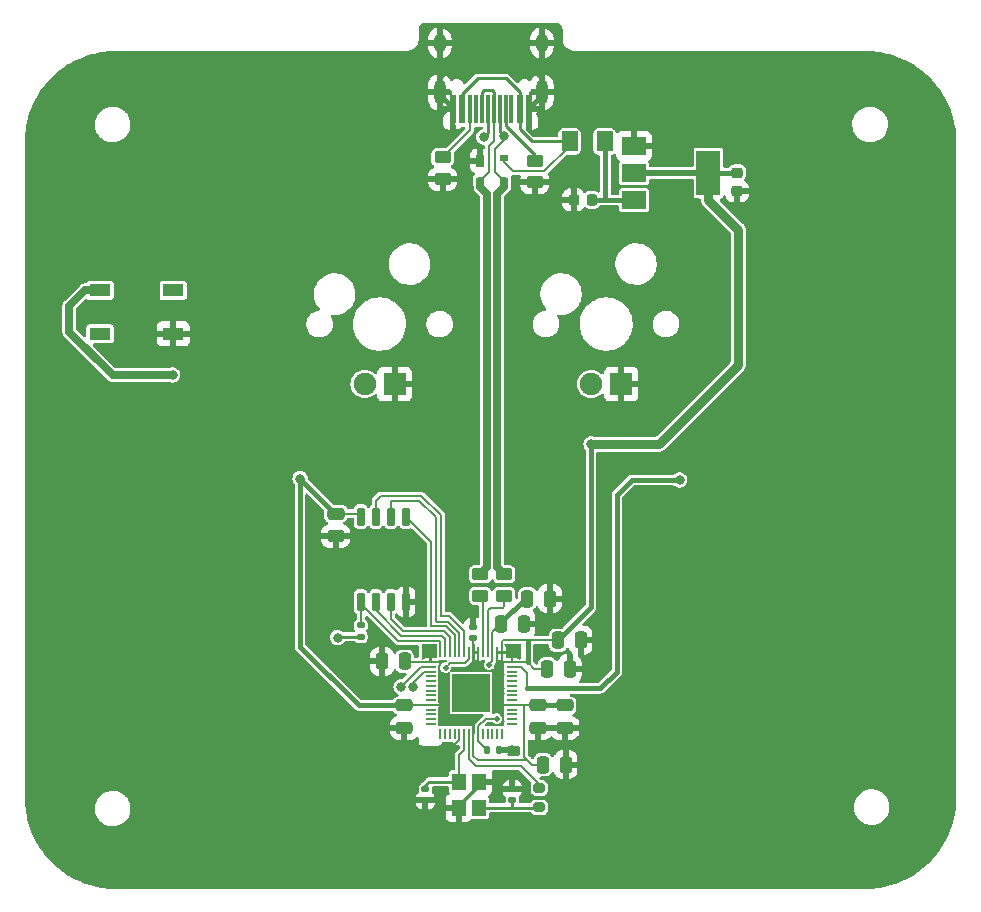
<source format=gtl>
%TF.GenerationSoftware,KiCad,Pcbnew,(6.0.9)*%
%TF.CreationDate,2022-11-13T08:15:32+04:00*%
%TF.ProjectId,osu keyboard,6f737520-6b65-4796-926f-6172642e6b69,rev?*%
%TF.SameCoordinates,Original*%
%TF.FileFunction,Copper,L1,Top*%
%TF.FilePolarity,Positive*%
%FSLAX46Y46*%
G04 Gerber Fmt 4.6, Leading zero omitted, Abs format (unit mm)*
G04 Created by KiCad (PCBNEW (6.0.9)) date 2022-11-13 08:15:32*
%MOMM*%
%LPD*%
G01*
G04 APERTURE LIST*
G04 Aperture macros list*
%AMRoundRect*
0 Rectangle with rounded corners*
0 $1 Rounding radius*
0 $2 $3 $4 $5 $6 $7 $8 $9 X,Y pos of 4 corners*
0 Add a 4 corners polygon primitive as box body*
4,1,4,$2,$3,$4,$5,$6,$7,$8,$9,$2,$3,0*
0 Add four circle primitives for the rounded corners*
1,1,$1+$1,$2,$3*
1,1,$1+$1,$4,$5*
1,1,$1+$1,$6,$7*
1,1,$1+$1,$8,$9*
0 Add four rect primitives between the rounded corners*
20,1,$1+$1,$2,$3,$4,$5,0*
20,1,$1+$1,$4,$5,$6,$7,0*
20,1,$1+$1,$6,$7,$8,$9,0*
20,1,$1+$1,$8,$9,$2,$3,0*%
G04 Aperture macros list end*
%TA.AperFunction,ComponentPad*%
%ADD10C,1.905000*%
%TD*%
%TA.AperFunction,ComponentPad*%
%ADD11R,1.905000X1.905000*%
%TD*%
%TA.AperFunction,SMDPad,CuDef*%
%ADD12RoundRect,0.250000X0.450000X-0.262500X0.450000X0.262500X-0.450000X0.262500X-0.450000X-0.262500X0*%
%TD*%
%TA.AperFunction,SMDPad,CuDef*%
%ADD13R,0.700000X1.000000*%
%TD*%
%TA.AperFunction,SMDPad,CuDef*%
%ADD14R,0.700000X0.600000*%
%TD*%
%TA.AperFunction,SMDPad,CuDef*%
%ADD15RoundRect,0.250000X-0.250000X-0.475000X0.250000X-0.475000X0.250000X0.475000X-0.250000X0.475000X0*%
%TD*%
%TA.AperFunction,SMDPad,CuDef*%
%ADD16RoundRect,0.140000X0.170000X-0.140000X0.170000X0.140000X-0.170000X0.140000X-0.170000X-0.140000X0*%
%TD*%
%TA.AperFunction,SMDPad,CuDef*%
%ADD17R,0.600000X2.450000*%
%TD*%
%TA.AperFunction,SMDPad,CuDef*%
%ADD18R,0.300000X2.450000*%
%TD*%
%TA.AperFunction,ComponentPad*%
%ADD19O,1.000000X1.600000*%
%TD*%
%TA.AperFunction,ComponentPad*%
%ADD20O,1.000000X2.100000*%
%TD*%
%TA.AperFunction,SMDPad,CuDef*%
%ADD21RoundRect,0.250000X-0.475000X0.250000X-0.475000X-0.250000X0.475000X-0.250000X0.475000X0.250000X0*%
%TD*%
%TA.AperFunction,SMDPad,CuDef*%
%ADD22RoundRect,0.140000X-0.140000X-0.170000X0.140000X-0.170000X0.140000X0.170000X-0.140000X0.170000X0*%
%TD*%
%TA.AperFunction,SMDPad,CuDef*%
%ADD23RoundRect,0.225000X0.225000X0.250000X-0.225000X0.250000X-0.225000X-0.250000X0.225000X-0.250000X0*%
%TD*%
%TA.AperFunction,SMDPad,CuDef*%
%ADD24RoundRect,0.140000X-0.170000X0.140000X-0.170000X-0.140000X0.170000X-0.140000X0.170000X0.140000X0*%
%TD*%
%TA.AperFunction,SMDPad,CuDef*%
%ADD25RoundRect,0.250001X0.462499X0.624999X-0.462499X0.624999X-0.462499X-0.624999X0.462499X-0.624999X0*%
%TD*%
%TA.AperFunction,SMDPad,CuDef*%
%ADD26R,1.200000X1.400000*%
%TD*%
%TA.AperFunction,SMDPad,CuDef*%
%ADD27RoundRect,0.225000X-0.250000X0.225000X-0.250000X-0.225000X0.250000X-0.225000X0.250000X0.225000X0*%
%TD*%
%TA.AperFunction,SMDPad,CuDef*%
%ADD28RoundRect,0.150000X0.150000X-0.650000X0.150000X0.650000X-0.150000X0.650000X-0.150000X-0.650000X0*%
%TD*%
%TA.AperFunction,SMDPad,CuDef*%
%ADD29RoundRect,0.050000X-0.387500X-0.050000X0.387500X-0.050000X0.387500X0.050000X-0.387500X0.050000X0*%
%TD*%
%TA.AperFunction,SMDPad,CuDef*%
%ADD30RoundRect,0.050000X-0.050000X-0.387500X0.050000X-0.387500X0.050000X0.387500X-0.050000X0.387500X0*%
%TD*%
%TA.AperFunction,SMDPad,CuDef*%
%ADD31R,3.200000X3.200000*%
%TD*%
%TA.AperFunction,SMDPad,CuDef*%
%ADD32RoundRect,0.250000X0.250000X0.475000X-0.250000X0.475000X-0.250000X-0.475000X0.250000X-0.475000X0*%
%TD*%
%TA.AperFunction,SMDPad,CuDef*%
%ADD33RoundRect,0.200000X-0.275000X0.200000X-0.275000X-0.200000X0.275000X-0.200000X0.275000X0.200000X0*%
%TD*%
%TA.AperFunction,SMDPad,CuDef*%
%ADD34RoundRect,0.250000X-0.450000X0.262500X-0.450000X-0.262500X0.450000X-0.262500X0.450000X0.262500X0*%
%TD*%
%TA.AperFunction,SMDPad,CuDef*%
%ADD35R,2.000000X1.500000*%
%TD*%
%TA.AperFunction,SMDPad,CuDef*%
%ADD36R,2.000000X3.800000*%
%TD*%
%TA.AperFunction,SMDPad,CuDef*%
%ADD37R,1.800000X1.100000*%
%TD*%
%TA.AperFunction,ViaPad*%
%ADD38C,0.800000*%
%TD*%
%TA.AperFunction,ViaPad*%
%ADD39C,0.500000*%
%TD*%
%TA.AperFunction,Conductor*%
%ADD40C,0.200000*%
%TD*%
%TA.AperFunction,Conductor*%
%ADD41C,0.381000*%
%TD*%
%TA.AperFunction,Conductor*%
%ADD42C,0.254000*%
%TD*%
%TA.AperFunction,Conductor*%
%ADD43C,0.508000*%
%TD*%
%TA.AperFunction,Conductor*%
%ADD44C,0.762000*%
%TD*%
%TA.AperFunction,Conductor*%
%ADD45C,0.177800*%
%TD*%
%TA.AperFunction,Conductor*%
%ADD46C,0.635000*%
%TD*%
G04 APERTURE END LIST*
D10*
%TO.P,MX0,3,LED*%
%TO.N,+3V3*%
X124206000Y-92075000D03*
D11*
%TO.P,MX0,4,LEDGND*%
%TO.N,GND*%
X126746000Y-92075000D03*
%TD*%
D12*
%TO.P,R4,1*%
%TO.N,GND*%
X138604214Y-74989287D03*
%TO.P,R4,2*%
%TO.N,Net-(R4-Pad2)*%
X138604214Y-73164287D03*
%TD*%
D13*
%TO.P,U2,1,GND*%
%TO.N,GND*%
X134001000Y-73164000D03*
D14*
%TO.P,U2,2,IO1*%
%TO.N,/D+*%
X134001000Y-74864000D03*
%TO.P,U2,3,IO2*%
%TO.N,/D-*%
X136001000Y-74864000D03*
%TO.P,U2,4,VCC*%
%TO.N,VCC*%
X136001000Y-72964000D03*
%TD*%
D12*
%TO.P,R5,1*%
%TO.N,GND*%
X130810000Y-74699500D03*
%TO.P,R5,2*%
%TO.N,Net-(R5-Pad2)*%
X130810000Y-72874500D03*
%TD*%
D15*
%TO.P,C4,1*%
%TO.N,+3V3*%
X140591500Y-113760250D03*
%TO.P,C4,2*%
%TO.N,GND*%
X142491500Y-113760250D03*
%TD*%
D16*
%TO.P,C5,1*%
%TO.N,+3V3*%
X133413500Y-113605250D03*
%TO.P,C5,2*%
%TO.N,GND*%
X133413500Y-112645250D03*
%TD*%
D17*
%TO.P,USB1,1,GND*%
%TO.N,GND*%
X138111000Y-68796787D03*
%TO.P,USB1,2,VBUS*%
%TO.N,VCC*%
X137336000Y-68796787D03*
D18*
%TO.P,USB1,3,SBU2*%
%TO.N,unconnected-(USB1-Pad3)*%
X136636000Y-68796787D03*
%TO.P,USB1,4,CC1*%
%TO.N,Net-(R4-Pad2)*%
X136136000Y-68796787D03*
%TO.P,USB1,5,DN2*%
%TO.N,/D-*%
X135636000Y-68796787D03*
%TO.P,USB1,6,DP1*%
%TO.N,/D+*%
X135136000Y-68796787D03*
%TO.P,USB1,7,DN1*%
%TO.N,/D-*%
X134636000Y-68796787D03*
%TO.P,USB1,8,DP2*%
%TO.N,/D+*%
X134136000Y-68796787D03*
%TO.P,USB1,9,SBU1*%
%TO.N,unconnected-(USB1-Pad9)*%
X133636000Y-68796787D03*
%TO.P,USB1,10,CC2*%
%TO.N,Net-(R5-Pad2)*%
X133136000Y-68796787D03*
D17*
%TO.P,USB1,11,VBUS*%
%TO.N,VCC*%
X132436000Y-68796787D03*
%TO.P,USB1,12,GND*%
%TO.N,GND*%
X131661000Y-68796787D03*
D19*
%TO.P,USB1,13,SHIELD*%
X130566000Y-63201787D03*
X139206000Y-63201787D03*
D20*
X130566000Y-67381787D03*
X139206000Y-67381787D03*
%TD*%
D21*
%TO.P,C17,1*%
%TO.N,+3V3*%
X121758500Y-103038250D03*
%TO.P,C17,2*%
%TO.N,GND*%
X121758500Y-104938250D03*
%TD*%
D16*
%TO.P,C15,1*%
%TO.N,Net-(C15-Pad1)*%
X136715500Y-127321250D03*
%TO.P,C15,2*%
%TO.N,GND*%
X136715500Y-126361250D03*
%TD*%
D22*
%TO.P,C3,1*%
%TO.N,+1V1*%
X134584500Y-123031250D03*
%TO.P,C3,2*%
%TO.N,GND*%
X135544500Y-123031250D03*
%TD*%
D23*
%TO.P,C16,1*%
%TO.N,/REG*%
X143443214Y-76489787D03*
%TO.P,C16,2*%
%TO.N,GND*%
X141893214Y-76489787D03*
%TD*%
D24*
%TO.P,R3,1*%
%TO.N,/QSPI_SS*%
X123888500Y-112518250D03*
%TO.P,R3,2*%
%TO.N,Net-(R3-Pad2)*%
X123888500Y-113478250D03*
%TD*%
D15*
%TO.P,C2,1*%
%TO.N,+1V1*%
X137988000Y-110236000D03*
%TO.P,C2,2*%
%TO.N,GND*%
X139888000Y-110236000D03*
%TD*%
D25*
%TO.P,F1,1*%
%TO.N,/REG*%
X144536714Y-71536787D03*
%TO.P,F1,2*%
%TO.N,VCC*%
X141561714Y-71536787D03*
%TD*%
D26*
%TO.P,Y1,1,1*%
%TO.N,/XIN*%
X132182500Y-125741250D03*
%TO.P,Y1,2,2*%
%TO.N,GND*%
X132182500Y-127941250D03*
%TO.P,Y1,3,3*%
%TO.N,Net-(C15-Pad1)*%
X133882500Y-127941250D03*
%TO.P,Y1,4,4*%
%TO.N,GND*%
X133882500Y-125741250D03*
%TD*%
D27*
%TO.P,C18,1*%
%TO.N,+3V3*%
X155749214Y-74190787D03*
%TO.P,C18,2*%
%TO.N,GND*%
X155749214Y-75740787D03*
%TD*%
D21*
%TO.P,C9,1*%
%TO.N,+3V3*%
X127571500Y-119287250D03*
%TO.P,C9,2*%
%TO.N,GND*%
X127571500Y-121187250D03*
%TD*%
D28*
%TO.P,U10,1,~{CS}*%
%TO.N,/QSPI_SS*%
X123888500Y-110502250D03*
%TO.P,U10,2,DO(IO1)*%
%TO.N,/QSPI_SD1*%
X125158500Y-110502250D03*
%TO.P,U10,3,IO2*%
%TO.N,/QSPI_SD2*%
X126428500Y-110502250D03*
%TO.P,U10,4,GND*%
%TO.N,GND*%
X127698500Y-110502250D03*
%TO.P,U10,5,DI(IO0)*%
%TO.N,/QSPI_SD0*%
X127698500Y-103302250D03*
%TO.P,U10,6,CLK*%
%TO.N,/QSPI_SCLK*%
X126428500Y-103302250D03*
%TO.P,U10,7,IO3*%
%TO.N,/QSPI_SD3*%
X125158500Y-103302250D03*
%TO.P,U10,8,VCC*%
%TO.N,+3V3*%
X123888500Y-103302250D03*
%TD*%
D15*
%TO.P,C11,1*%
%TO.N,+3V3*%
X139666119Y-116186517D03*
%TO.P,C11,2*%
%TO.N,GND*%
X141566119Y-116186517D03*
%TD*%
D29*
%TO.P,U1,1,IOVDD*%
%TO.N,+3V3*%
X129785500Y-115637000D03*
%TO.P,U1,2,GPIO0*%
%TO.N,/COL0*%
X129785500Y-116037000D03*
%TO.P,U1,3,GPIO1*%
%TO.N,/COL1*%
X129785500Y-116437000D03*
%TO.P,U1,4,GPIO2*%
%TO.N,unconnected-(U1-Pad4)*%
X129785500Y-116837000D03*
%TO.P,U1,5,GPIO3*%
%TO.N,unconnected-(U1-Pad5)*%
X129785500Y-117237000D03*
%TO.P,U1,6,GPIO4*%
%TO.N,unconnected-(U1-Pad6)*%
X129785500Y-117637000D03*
%TO.P,U1,7,GPIO5*%
%TO.N,unconnected-(U1-Pad7)*%
X129785500Y-118037000D03*
%TO.P,U1,8,GPIO6*%
%TO.N,unconnected-(U1-Pad8)*%
X129785500Y-118437000D03*
%TO.P,U1,9,GPIO7*%
%TO.N,unconnected-(U1-Pad9)*%
X129785500Y-118837000D03*
%TO.P,U1,10,IOVDD*%
%TO.N,+3V3*%
X129785500Y-119237000D03*
%TO.P,U1,11,GPIO8*%
%TO.N,unconnected-(U1-Pad11)*%
X129785500Y-119637000D03*
%TO.P,U1,12,GPIO9*%
%TO.N,unconnected-(U1-Pad12)*%
X129785500Y-120037000D03*
%TO.P,U1,13,GPIO10*%
%TO.N,unconnected-(U1-Pad13)*%
X129785500Y-120437000D03*
%TO.P,U1,14,GPIO11*%
%TO.N,unconnected-(U1-Pad14)*%
X129785500Y-120837000D03*
D30*
%TO.P,U1,15,GPIO12*%
%TO.N,unconnected-(U1-Pad15)*%
X130623000Y-121674500D03*
%TO.P,U1,16,GPIO13*%
%TO.N,unconnected-(U1-Pad16)*%
X131023000Y-121674500D03*
%TO.P,U1,17,GPIO14*%
%TO.N,unconnected-(U1-Pad17)*%
X131423000Y-121674500D03*
%TO.P,U1,18,GPIO15*%
%TO.N,unconnected-(U1-Pad18)*%
X131823000Y-121674500D03*
%TO.P,U1,19,TESTEN*%
%TO.N,GND*%
X132223000Y-121674500D03*
%TO.P,U1,20,XIN*%
%TO.N,/XIN*%
X132623000Y-121674500D03*
%TO.P,U1,21,XOUT*%
%TO.N,/XOUT*%
X133023000Y-121674500D03*
%TO.P,U1,22,IOVDD*%
%TO.N,+3V3*%
X133423000Y-121674500D03*
%TO.P,U1,23,DVDD*%
%TO.N,+1V1*%
X133823000Y-121674500D03*
%TO.P,U1,24,SWCLK*%
%TO.N,unconnected-(U1-Pad24)*%
X134223000Y-121674500D03*
%TO.P,U1,25,SWD*%
%TO.N,unconnected-(U1-Pad25)*%
X134623000Y-121674500D03*
%TO.P,U1,26,RUN*%
%TO.N,unconnected-(U1-Pad26)*%
X135023000Y-121674500D03*
%TO.P,U1,27,GPIO16*%
%TO.N,unconnected-(U1-Pad27)*%
X135423000Y-121674500D03*
%TO.P,U1,28,GPIO17*%
%TO.N,unconnected-(U1-Pad28)*%
X135823000Y-121674500D03*
D29*
%TO.P,U1,29,GPIO18*%
%TO.N,unconnected-(U1-Pad29)*%
X136660500Y-120837000D03*
%TO.P,U1,30,GPIO19*%
%TO.N,unconnected-(U1-Pad30)*%
X136660500Y-120437000D03*
%TO.P,U1,31,GPIO20*%
%TO.N,unconnected-(U1-Pad31)*%
X136660500Y-120037000D03*
%TO.P,U1,32,GPIO21*%
%TO.N,unconnected-(U1-Pad32)*%
X136660500Y-119637000D03*
%TO.P,U1,33,IOVDD*%
%TO.N,+3V3*%
X136660500Y-119237000D03*
%TO.P,U1,34,GPIO22*%
%TO.N,unconnected-(U1-Pad34)*%
X136660500Y-118837000D03*
%TO.P,U1,35,GPIO23*%
%TO.N,unconnected-(U1-Pad35)*%
X136660500Y-118437000D03*
%TO.P,U1,36,GPIO24*%
%TO.N,unconnected-(U1-Pad36)*%
X136660500Y-118037000D03*
%TO.P,U1,37,GPIO25*%
%TO.N,unconnected-(U1-Pad37)*%
X136660500Y-117637000D03*
%TO.P,U1,38,GPIO26_ADC0*%
%TO.N,unconnected-(U1-Pad38)*%
X136660500Y-117237000D03*
%TO.P,U1,39,GPIO27_ADC1*%
%TO.N,unconnected-(U1-Pad39)*%
X136660500Y-116837000D03*
%TO.P,U1,40,GPIO28_ADC2*%
%TO.N,unconnected-(U1-Pad40)*%
X136660500Y-116437000D03*
%TO.P,U1,41,GPIO29_ADC3*%
%TO.N,/UNDERGLOWLED*%
X136660500Y-116037000D03*
%TO.P,U1,42,IOVDD*%
%TO.N,+3V3*%
X136660500Y-115637000D03*
D30*
%TO.P,U1,43,ADC_AVDD*%
X135823000Y-114799500D03*
%TO.P,U1,44,VREG_IN*%
X135423000Y-114799500D03*
%TO.P,U1,45,VREG_VOUT*%
%TO.N,+1V1*%
X135023000Y-114799500D03*
%TO.P,U1,46,USB_DM*%
%TO.N,Net-(R2-Pad2)*%
X134623000Y-114799500D03*
%TO.P,U1,47,USB_DP*%
%TO.N,Net-(R1-Pad2)*%
X134223000Y-114799500D03*
%TO.P,U1,48,USB_VDD*%
%TO.N,+3V3*%
X133823000Y-114799500D03*
%TO.P,U1,49,IOVDD*%
X133423000Y-114799500D03*
%TO.P,U1,50,DVDD*%
%TO.N,+1V1*%
X133023000Y-114799500D03*
%TO.P,U1,51,QSPI_SD3*%
%TO.N,/QSPI_SD3*%
X132623000Y-114799500D03*
%TO.P,U1,52,QSPI_SCLK*%
%TO.N,/QSPI_SCLK*%
X132223000Y-114799500D03*
%TO.P,U1,53,QSPI_SD0*%
%TO.N,/QSPI_SD0*%
X131823000Y-114799500D03*
%TO.P,U1,54,QSPI_SD2*%
%TO.N,/QSPI_SD2*%
X131423000Y-114799500D03*
%TO.P,U1,55,QSPI_SD1*%
%TO.N,/QSPI_SD1*%
X131023000Y-114799500D03*
%TO.P,U1,56,QSPI_SS*%
%TO.N,/QSPI_SS*%
X130623000Y-114799500D03*
D31*
%TO.P,U1,57,GND*%
%TO.N,GND*%
X133223000Y-118237000D03*
%TD*%
D32*
%TO.P,C7,1*%
%TO.N,+3V3*%
X127596119Y-115551517D03*
%TO.P,C7,2*%
%TO.N,GND*%
X125696119Y-115551517D03*
%TD*%
D15*
%TO.P,C6,1*%
%TO.N,+3V3*%
X139321500Y-124301250D03*
%TO.P,C6,2*%
%TO.N,GND*%
X141221500Y-124301250D03*
%TD*%
D21*
%TO.P,C8,1*%
%TO.N,+3V3*%
X141160500Y-119287250D03*
%TO.P,C8,2*%
%TO.N,GND*%
X141160500Y-121187250D03*
%TD*%
D15*
%TO.P,C1,1*%
%TO.N,+1V1*%
X135765500Y-112363250D03*
%TO.P,C1,2*%
%TO.N,GND*%
X137665500Y-112363250D03*
%TD*%
D33*
%TO.P,R6,1*%
%TO.N,/XOUT*%
X139001500Y-126270250D03*
%TO.P,R6,2*%
%TO.N,Net-(C15-Pad1)*%
X139001500Y-127920250D03*
%TD*%
D24*
%TO.P,C14,1*%
%TO.N,/XIN*%
X129349500Y-126361250D03*
%TO.P,C14,2*%
%TO.N,GND*%
X129349500Y-127321250D03*
%TD*%
D21*
%TO.P,C12,1*%
%TO.N,+3V3*%
X138874500Y-119287250D03*
%TO.P,C12,2*%
%TO.N,GND*%
X138874500Y-121187250D03*
%TD*%
D34*
%TO.P,R2,1*%
%TO.N,/D-*%
X136017000Y-108180500D03*
%TO.P,R2,2*%
%TO.N,Net-(R2-Pad2)*%
X136017000Y-110005500D03*
%TD*%
D35*
%TO.P,U3,1,GND*%
%TO.N,GND*%
X147011214Y-71903787D03*
D36*
%TO.P,U3,2,VO*%
%TO.N,+3V3*%
X153311214Y-74203787D03*
D35*
X147011214Y-74203787D03*
%TO.P,U3,3,VI*%
%TO.N,/REG*%
X147011214Y-76503787D03*
%TD*%
D37*
%TO.P,SW1,1,1*%
%TO.N,GND*%
X108002000Y-87829000D03*
%TO.P,SW1,2,2*%
%TO.N,Net-(R3-Pad2)*%
X101802000Y-84129000D03*
%TO.P,SW1,3*%
%TO.N,N/C*%
X108002000Y-84129000D03*
%TO.P,SW1,4*%
X101802000Y-87829000D03*
%TD*%
D10*
%TO.P,MX1,3,LED*%
%TO.N,+3V3*%
X143383000Y-92075000D03*
D11*
%TO.P,MX1,4,LEDGND*%
%TO.N,GND*%
X145923000Y-92075000D03*
%TD*%
D34*
%TO.P,R1,1*%
%TO.N,/D+*%
X133985000Y-108180500D03*
%TO.P,R1,2*%
%TO.N,Net-(R1-Pad2)*%
X133985000Y-110005500D03*
%TD*%
D38*
%TO.N,GND*%
X155749214Y-77124787D03*
X132080000Y-118237000D03*
X135243750Y-125741250D03*
X143002000Y-116205000D03*
X133477000Y-111506000D03*
X132080000Y-119380000D03*
X110998000Y-105283000D03*
X109855000Y-87884000D03*
X143891000Y-113792000D03*
X124333000Y-115570000D03*
X130603214Y-69250787D03*
X127762000Y-112141000D03*
X146986214Y-70012787D03*
X125857000Y-121285000D03*
X138604214Y-76362787D03*
X111760000Y-98298000D03*
X120142000Y-105029000D03*
X132207000Y-129667000D03*
X133223000Y-118237000D03*
X133223000Y-117094000D03*
X129413000Y-128397000D03*
X138938000Y-112395000D03*
X138811000Y-122555000D03*
X133223000Y-119380000D03*
X134366000Y-117094000D03*
X132080000Y-117094000D03*
X141906214Y-75092787D03*
X136715500Y-125285500D03*
X131100000Y-123170000D03*
X139112214Y-69250787D03*
X141097000Y-122555000D03*
X134366000Y-118237000D03*
X141351000Y-110236000D03*
X136652000Y-123063000D03*
X134366000Y-119380000D03*
X142621000Y-124333000D03*
D39*
%TO.N,+1V1*%
X131064000Y-116078000D03*
X135382000Y-120396000D03*
X134747000Y-115824000D03*
D38*
%TO.N,+3V3*%
X118745000Y-100076000D03*
X143383000Y-97155000D03*
%TO.N,/UNDERGLOWLED*%
X150876000Y-100203000D03*
%TO.N,/COL0*%
X127297616Y-117710517D03*
%TO.N,/COL1*%
X128297119Y-117710517D03*
%TO.N,/D-*%
X134286214Y-71155787D03*
X136013346Y-71116346D03*
%TO.N,Net-(R3-Pad2)*%
X121920000Y-113538000D03*
X107950000Y-91313000D03*
%TD*%
D40*
%TO.N,GND*%
X127698500Y-110502250D02*
X127698500Y-112077500D01*
D41*
X136715500Y-125285500D02*
X136715500Y-126361250D01*
X131746214Y-65186787D02*
X131492214Y-65186787D01*
X135544500Y-123031250D02*
X136620250Y-123031250D01*
X131661000Y-68796787D02*
X131057214Y-68796787D01*
X138116214Y-68997787D02*
X138116214Y-68677787D01*
D42*
X138658214Y-68796787D02*
X139112214Y-69250787D01*
D41*
X132182500Y-127941250D02*
X132182500Y-129388500D01*
X141893214Y-76489787D02*
X141893214Y-75105787D01*
X138116214Y-68677787D02*
X139211214Y-67582787D01*
D42*
X132182500Y-127691250D02*
X133882500Y-125991250D01*
D41*
X130571214Y-64583787D02*
X131174214Y-65186787D01*
D40*
X143859250Y-113760250D02*
X143891000Y-113792000D01*
X121758500Y-104938250D02*
X120232750Y-104938250D01*
X127698500Y-112077500D02*
X127762000Y-112141000D01*
D41*
X138246214Y-65186787D02*
X138096214Y-65186787D01*
X139888000Y-110236000D02*
X141351000Y-110236000D01*
D40*
X131259975Y-123170000D02*
X132223000Y-122206975D01*
D41*
X139211214Y-63402787D02*
X139211214Y-64583787D01*
D40*
X133413500Y-111569500D02*
X133477000Y-111506000D01*
X129349500Y-128333500D02*
X129413000Y-128397000D01*
D41*
X142491500Y-113760250D02*
X143859250Y-113760250D01*
D40*
X142589250Y-124301250D02*
X142621000Y-124333000D01*
D42*
X141893214Y-75105787D02*
X141906214Y-75092787D01*
D41*
X139211214Y-64583787D02*
X138608214Y-65186787D01*
X155749214Y-75740787D02*
X155749214Y-77124787D01*
X133882500Y-125741250D02*
X135243750Y-125741250D01*
X131057214Y-68796787D02*
X130603214Y-69250787D01*
X131666214Y-68677787D02*
X130571214Y-67582787D01*
X147011214Y-71903787D02*
X147011214Y-70037787D01*
X125696119Y-115551517D02*
X124351483Y-115551517D01*
X129349500Y-127321250D02*
X129349500Y-128333500D01*
D42*
X138111000Y-68796787D02*
X138658214Y-68796787D01*
D41*
X127571500Y-121187250D02*
X125954750Y-121187250D01*
X131492214Y-65186787D02*
X130571214Y-66107787D01*
D40*
X133413500Y-112645250D02*
X133413500Y-111569500D01*
D41*
X138604214Y-74989287D02*
X138604214Y-76362787D01*
X108002000Y-87829000D02*
X109800000Y-87829000D01*
D40*
X120232750Y-104938250D02*
X120142000Y-105029000D01*
D41*
X138874500Y-121187250D02*
X138874500Y-122491500D01*
X138608214Y-65186787D02*
X138096214Y-65186787D01*
D40*
X132182500Y-129388500D02*
X132207000Y-129413000D01*
D41*
X141160500Y-121187250D02*
X141160500Y-122491500D01*
X130571214Y-66107787D02*
X130571214Y-67582787D01*
X141221500Y-124301250D02*
X142589250Y-124301250D01*
D40*
X132207000Y-129413000D02*
X132207000Y-129667000D01*
D41*
X130571214Y-63402787D02*
X130571214Y-64583787D01*
X131174214Y-65186787D02*
X131746214Y-65186787D01*
D40*
X132223000Y-122206975D02*
X132223000Y-121674500D01*
D41*
X137665500Y-112363250D02*
X138906250Y-112363250D01*
D40*
X131100000Y-123170000D02*
X131259975Y-123170000D01*
D41*
X139211214Y-67582787D02*
X139211214Y-66151787D01*
X141566119Y-116186517D02*
X142983517Y-116186517D01*
X139211214Y-66151787D02*
X138246214Y-65186787D01*
X138096214Y-65186787D02*
X131746214Y-65186787D01*
D40*
%TO.N,Net-(R1-Pad2)*%
X134223000Y-110243500D02*
X133985000Y-110005500D01*
X134223000Y-114799500D02*
X134223000Y-110243500D01*
%TO.N,Net-(R2-Pad2)*%
X135890000Y-110998000D02*
X136017000Y-110871000D01*
X136017000Y-110871000D02*
X136017000Y-110005500D01*
X134623000Y-111249000D02*
X134874000Y-110998000D01*
X134623000Y-114799500D02*
X134623000Y-111249000D01*
X134874000Y-110998000D02*
X135890000Y-110998000D01*
%TO.N,+1V1*%
X133823000Y-122269750D02*
X133823000Y-121674500D01*
X133823000Y-121674500D02*
X133823000Y-121066000D01*
X134584500Y-123031250D02*
X133823000Y-122269750D01*
X131445000Y-115697000D02*
X131064000Y-116078000D01*
D41*
X135765500Y-112265500D02*
X137795000Y-110236000D01*
D40*
X135765500Y-112363250D02*
X135765500Y-112265500D01*
X133823000Y-121066000D02*
X134493000Y-120396000D01*
X135023000Y-115548000D02*
X135023000Y-114799500D01*
X134493000Y-120396000D02*
X135382000Y-120396000D01*
X133023000Y-114799500D02*
X133023000Y-115389000D01*
X137795000Y-110236000D02*
X137988000Y-110236000D01*
X133023000Y-115389000D02*
X132715000Y-115697000D01*
X134747000Y-115824000D02*
X135023000Y-115548000D01*
X132715000Y-115697000D02*
X131445000Y-115697000D01*
X135023000Y-113105750D02*
X135765500Y-112363250D01*
X135023000Y-114649250D02*
X135023000Y-113105750D01*
%TO.N,+3V3*%
X138824250Y-119237000D02*
X138874500Y-119287250D01*
X133423000Y-114799500D02*
X133423000Y-113614750D01*
X138144250Y-113760250D02*
X140591500Y-113760250D01*
D41*
X127571500Y-119287250D02*
X123732250Y-119287250D01*
D40*
X136660500Y-119237000D02*
X137684000Y-119237000D01*
X138366500Y-124301250D02*
X139321500Y-124301250D01*
X135953500Y-113760250D02*
X138144250Y-113760250D01*
X133423000Y-123548750D02*
X133794500Y-123920250D01*
X137684000Y-123618750D02*
X137985500Y-123920250D01*
X138584119Y-116186517D02*
X139666119Y-116186517D01*
D41*
X138874500Y-119287250D02*
X141160500Y-119287250D01*
D43*
X147011214Y-74203787D02*
X153311214Y-74203787D01*
D40*
X129785500Y-119237000D02*
X127621750Y-119237000D01*
X135826500Y-113887250D02*
X135953500Y-113760250D01*
X133423000Y-121674500D02*
X133423000Y-123548750D01*
D41*
X143383000Y-110968750D02*
X143383000Y-97663000D01*
D40*
X135823000Y-114799500D02*
X135826500Y-114796000D01*
X123624500Y-103038250D02*
X123888500Y-103302250D01*
D42*
X155736214Y-74203787D02*
X155749214Y-74190787D01*
D40*
X129785500Y-115637000D02*
X127681602Y-115637000D01*
D44*
X153311214Y-74203787D02*
X153311214Y-76476214D01*
D40*
X133794500Y-123920250D02*
X137985500Y-123920250D01*
D41*
X140591500Y-113760250D02*
X142483233Y-111868517D01*
D44*
X149166328Y-97155000D02*
X143383000Y-97155000D01*
D40*
X137684000Y-119237000D02*
X138824250Y-119237000D01*
D41*
X118745000Y-114300000D02*
X118745000Y-100076000D01*
D40*
X137985500Y-123920250D02*
X138366500Y-124301250D01*
X138034602Y-115637000D02*
X138584119Y-116186517D01*
X121758500Y-103038250D02*
X123624500Y-103038250D01*
D41*
X138034602Y-115637000D02*
X138034602Y-113869898D01*
X121707250Y-103038250D02*
X121758500Y-103038250D01*
X118745000Y-100076000D02*
X121707250Y-103038250D01*
X142483233Y-111868517D02*
X143383000Y-110968750D01*
X153311214Y-74203787D02*
X155736214Y-74203787D01*
D40*
X136660500Y-115637000D02*
X138034602Y-115637000D01*
X133423000Y-113614750D02*
X133413500Y-113605250D01*
X137684000Y-119237000D02*
X137684000Y-123618750D01*
D44*
X155829000Y-78994000D02*
X155829000Y-90492328D01*
X155829000Y-90492328D02*
X149166328Y-97155000D01*
X153311214Y-76476214D02*
X155829000Y-78994000D01*
D40*
X127621750Y-119237000D02*
X127571500Y-119287250D01*
X135826500Y-114796000D02*
X135826500Y-113887250D01*
D41*
X143383000Y-97663000D02*
X143383000Y-97155000D01*
X123732250Y-119287250D02*
X118745000Y-114300000D01*
D45*
%TO.N,/XIN*%
X132182500Y-123500250D02*
X132623000Y-123059750D01*
X132623000Y-123059750D02*
X132623000Y-121674500D01*
D42*
X132182500Y-125741250D02*
X129674500Y-125741250D01*
X129674500Y-125741250D02*
X129349500Y-126066250D01*
D45*
X132182500Y-125741250D02*
X132182500Y-123500250D01*
D40*
%TO.N,Net-(C15-Pad1)*%
X136715500Y-127930000D02*
X136726750Y-127941250D01*
D42*
X136726750Y-127941250D02*
X138980500Y-127941250D01*
X136418500Y-127941250D02*
X136726750Y-127941250D01*
X133882500Y-127941250D02*
X136418500Y-127941250D01*
X136715500Y-127321250D02*
X136715500Y-127930000D01*
X138980500Y-127941250D02*
X139001500Y-127920250D01*
%TO.N,Net-(R4-Pad2)*%
X136136000Y-68796787D02*
X136136000Y-70210866D01*
X138604214Y-72679080D02*
X138604214Y-73164287D01*
X136136000Y-70210866D02*
X138604214Y-72679080D01*
D41*
%TO.N,/UNDERGLOWLED*%
X145569119Y-101445881D02*
X146431000Y-100584000D01*
D40*
X137418602Y-116037000D02*
X137949119Y-116567517D01*
D41*
X137949119Y-117837517D02*
X144172119Y-117837517D01*
D40*
X137949119Y-116567517D02*
X137949119Y-117837517D01*
X136660500Y-116037000D02*
X137418602Y-116037000D01*
D41*
X144172119Y-117837517D02*
X145569119Y-116440517D01*
X146812000Y-100203000D02*
X150876000Y-100203000D01*
X145569119Y-116440517D02*
X145569119Y-102216517D01*
X145569119Y-102216517D02*
X145569119Y-101445881D01*
X146431000Y-100584000D02*
X146812000Y-100203000D01*
D40*
%TO.N,/COL0*%
X127297616Y-117694020D02*
X127297616Y-117710517D01*
X129785500Y-116037000D02*
X128954636Y-116037000D01*
X127535119Y-117456517D02*
X127297616Y-117694020D01*
X128954636Y-116037000D02*
X127535119Y-117456517D01*
%TO.N,/COL1*%
X128297119Y-117392906D02*
X128297119Y-117710517D01*
X129253025Y-116437000D02*
X128297119Y-117392906D01*
X129785500Y-116437000D02*
X129253025Y-116437000D01*
D46*
%TO.N,/D+*%
X134001000Y-75389001D02*
X134556500Y-75944501D01*
X134001000Y-74864000D02*
X134001000Y-75389001D01*
D42*
X135136000Y-67321787D02*
X135136000Y-68796787D01*
X134136000Y-67369001D02*
X134312734Y-67192267D01*
X134312734Y-67192267D02*
X135006480Y-67192267D01*
D40*
X135136000Y-68796787D02*
X135136000Y-71493000D01*
X135136000Y-71493000D02*
X134747000Y-71882000D01*
X134747000Y-71882000D02*
X134747000Y-74118000D01*
D46*
X134556500Y-75944501D02*
X134556500Y-107609000D01*
D40*
X134747000Y-74118000D02*
X134001000Y-74864000D01*
D46*
X134556500Y-107609000D02*
X133985000Y-108180500D01*
D42*
X134136000Y-68796787D02*
X134136000Y-67369001D01*
X135006480Y-67192267D02*
X135136000Y-67321787D01*
D46*
%TO.N,/D-*%
X135445500Y-107609000D02*
X136017000Y-108180500D01*
X135445500Y-75944501D02*
X135445500Y-107609000D01*
D42*
X135636000Y-70739000D02*
X136013346Y-71116346D01*
X134636000Y-68796787D02*
X134636000Y-70806001D01*
D40*
X136013346Y-71116346D02*
X136013346Y-71377654D01*
D46*
X136001000Y-75389001D02*
X135445500Y-75944501D01*
D42*
X135636000Y-68796787D02*
X135636000Y-70739000D01*
D40*
X135255000Y-72136000D02*
X135255000Y-74118000D01*
D46*
X136001000Y-74864000D02*
X136001000Y-75389001D01*
D42*
X134636000Y-70806001D02*
X134286214Y-71155787D01*
D40*
X135255000Y-74118000D02*
X136001000Y-74864000D01*
X136013346Y-71377654D02*
X135255000Y-72136000D01*
%TO.N,/QSPI_SS*%
X130623000Y-113890750D02*
X130623000Y-114799500D01*
X127018104Y-113798250D02*
X130530500Y-113798250D01*
X123888500Y-110502250D02*
X123888500Y-110668646D01*
X123888500Y-110502250D02*
X123888500Y-112518250D01*
X123888500Y-110668646D02*
X127018104Y-113798250D01*
X130530500Y-113798250D02*
X130623000Y-113890750D01*
D46*
%TO.N,Net-(R3-Pad2)*%
X99187000Y-85471000D02*
X100529000Y-84129000D01*
X102870000Y-91313000D02*
X99187000Y-87630000D01*
X99187000Y-87630000D02*
X99187000Y-85471000D01*
D42*
X123888500Y-113478250D02*
X121979750Y-113478250D01*
D46*
X100529000Y-84129000D02*
X101802000Y-84129000D01*
D42*
X121979750Y-113478250D02*
X121920000Y-113538000D01*
D46*
X107950000Y-91313000D02*
X102870000Y-91313000D01*
D40*
%TO.N,Net-(R5-Pad2)*%
X133136000Y-70548500D02*
X130810000Y-72874500D01*
X133136000Y-68796787D02*
X133136000Y-70548500D01*
%TO.N,/XOUT*%
X133023000Y-121674500D02*
X133023000Y-123783750D01*
X133667500Y-124428250D02*
X137477500Y-124428250D01*
X137477500Y-124428250D02*
X139001500Y-125952250D01*
X139001500Y-125952250D02*
X139001500Y-126270250D01*
X133023000Y-123783750D02*
X133667500Y-124428250D01*
%TO.N,/QSPI_SD3*%
X125558500Y-101549250D02*
X129007185Y-101549250D01*
X130657500Y-111728250D02*
X131339242Y-111728250D01*
X131339242Y-111728250D02*
X132623000Y-113012008D01*
X125158500Y-103302250D02*
X125158500Y-101949250D01*
X125158500Y-101949250D02*
X125558500Y-101549250D01*
X130657500Y-103199565D02*
X130657500Y-111728250D01*
X129007185Y-101549250D02*
X130657500Y-103199565D01*
X132623000Y-113012008D02*
X132623000Y-114799500D01*
%TO.N,/QSPI_SD0*%
X131077872Y-112598251D02*
X131823000Y-113343380D01*
X127698500Y-103302250D02*
X129857500Y-105461250D01*
X129857500Y-105461250D02*
X129857500Y-112598250D01*
X129857500Y-112598250D02*
X131077872Y-112598251D01*
X131823000Y-113343380D02*
X131823000Y-114799500D01*
%TO.N,/QSPI_SD2*%
X127492550Y-112998250D02*
X130912186Y-112998250D01*
X126428500Y-111934200D02*
X127492550Y-112998250D01*
X131423000Y-113509065D02*
X131423000Y-114799500D01*
X130912186Y-112998250D02*
X131423000Y-113509065D01*
X126428500Y-110502250D02*
X126428500Y-111934200D01*
%TO.N,/QSPI_SD1*%
X125158500Y-111229886D02*
X127326865Y-113398250D01*
X125158500Y-110502250D02*
X125158500Y-111229886D01*
X130746500Y-113398250D02*
X131023000Y-113674750D01*
X127326865Y-113398250D02*
X130746500Y-113398250D01*
X131023000Y-113674750D02*
X131023000Y-114799500D01*
%TO.N,/QSPI_SCLK*%
X130327500Y-112198250D02*
X131243558Y-112198251D01*
X132223000Y-113177695D02*
X132223000Y-114799500D01*
X126428500Y-101949250D02*
X128841500Y-101949250D01*
X131243558Y-112198251D02*
X132223000Y-113177695D01*
X126428500Y-103302250D02*
X126428500Y-101949250D01*
X128841500Y-101949250D02*
X130257500Y-103365250D01*
X130257500Y-112128250D02*
X130327500Y-112198250D01*
X130257500Y-103365250D02*
X130257500Y-112128250D01*
D41*
%TO.N,/REG*%
X144587214Y-76503787D02*
X143457214Y-76503787D01*
X144587214Y-76503787D02*
X147011214Y-76503787D01*
X144587214Y-76503787D02*
X144587214Y-71587287D01*
D42*
%TO.N,VCC*%
X136136617Y-66167000D02*
X133790787Y-66167000D01*
D40*
X141561714Y-71897104D02*
X139417818Y-74041000D01*
D42*
X132436000Y-67521787D02*
X132436000Y-68796787D01*
D40*
X141561714Y-71536787D02*
X141561714Y-71897104D01*
X136779000Y-74041000D02*
X136001000Y-73263000D01*
D42*
X137336000Y-68796787D02*
X137336000Y-70522573D01*
X138350214Y-71536787D02*
X141561714Y-71536787D01*
X137336000Y-68796787D02*
X137336000Y-67366383D01*
X137336000Y-70522573D02*
X138350214Y-71536787D01*
D40*
X139417818Y-74041000D02*
X136779000Y-74041000D01*
X136001000Y-73263000D02*
X136001000Y-72964000D01*
D42*
X137336000Y-67366383D02*
X136136617Y-66167000D01*
X133790787Y-66167000D02*
X132436000Y-67521787D01*
%TD*%
%TA.AperFunction,Conductor*%
%TO.N,GND*%
G36*
X140417349Y-61502673D02*
G01*
X140418061Y-61502815D01*
X140418066Y-61502815D01*
X140430234Y-61505236D01*
X140442405Y-61502816D01*
X140445928Y-61502816D01*
X140460028Y-61503609D01*
X140536133Y-61512187D01*
X140563632Y-61518465D01*
X140650821Y-61548976D01*
X140676237Y-61561216D01*
X140754452Y-61610361D01*
X140776510Y-61627951D01*
X140841830Y-61693267D01*
X140859418Y-61715320D01*
X140908570Y-61793534D01*
X140920810Y-61818947D01*
X140951326Y-61906135D01*
X140957606Y-61933637D01*
X140966139Y-62009290D01*
X140966933Y-62023397D01*
X140966933Y-62027361D01*
X140964514Y-62039533D01*
X140966936Y-62051701D01*
X140966936Y-62051703D01*
X140967076Y-62052404D01*
X140969500Y-62077002D01*
X140969500Y-62795788D01*
X140967080Y-62820362D01*
X140964514Y-62833266D01*
X140966268Y-62842079D01*
X140981492Y-63015981D01*
X141028970Y-63193144D01*
X141031294Y-63198127D01*
X141031296Y-63198133D01*
X141057741Y-63254839D01*
X141106489Y-63359371D01*
X141109642Y-63363874D01*
X141109645Y-63363879D01*
X141208537Y-63505108D01*
X141208542Y-63505114D01*
X141211693Y-63509614D01*
X141341386Y-63639307D01*
X141345886Y-63642458D01*
X141345892Y-63642463D01*
X141487121Y-63741355D01*
X141487126Y-63741358D01*
X141491629Y-63744511D01*
X141496617Y-63746837D01*
X141652867Y-63819704D01*
X141652873Y-63819706D01*
X141657856Y-63822030D01*
X141663172Y-63823455D01*
X141663173Y-63823455D01*
X141829708Y-63868085D01*
X141829711Y-63868086D01*
X141835019Y-63869508D01*
X142008921Y-63884732D01*
X142017734Y-63886486D01*
X142029909Y-63884065D01*
X142030638Y-63883920D01*
X142055212Y-63881500D01*
X166586524Y-63881500D01*
X166611103Y-63883921D01*
X166624000Y-63886486D01*
X166636172Y-63884065D01*
X166643529Y-63884065D01*
X166659967Y-63882729D01*
X167144018Y-63899265D01*
X167152601Y-63899853D01*
X167665877Y-63952619D01*
X167674401Y-63953790D01*
X167839220Y-63982207D01*
X168182930Y-64041469D01*
X168191335Y-64043216D01*
X168432336Y-64101946D01*
X168692662Y-64165386D01*
X168700947Y-64167707D01*
X169192774Y-64323806D01*
X169200881Y-64326687D01*
X169265527Y-64352180D01*
X169680928Y-64515993D01*
X169688799Y-64519412D01*
X170154146Y-64740722D01*
X170154790Y-64741028D01*
X170162429Y-64744986D01*
X170612209Y-64997885D01*
X170619560Y-65002355D01*
X171051040Y-65285362D01*
X171058067Y-65290323D01*
X171469220Y-65602110D01*
X171475880Y-65607528D01*
X171816777Y-65904774D01*
X171864823Y-65946668D01*
X171871110Y-65952541D01*
X172235959Y-66317390D01*
X172241832Y-66323677D01*
X172576305Y-66707266D01*
X172580967Y-66712613D01*
X172586390Y-66719280D01*
X172885723Y-67114009D01*
X172898176Y-67130431D01*
X172903137Y-67137459D01*
X173181678Y-67562129D01*
X173186145Y-67568940D01*
X173190612Y-67576286D01*
X173312717Y-67793449D01*
X173443514Y-68026071D01*
X173447472Y-68033710D01*
X173667842Y-68497081D01*
X173669083Y-68499691D01*
X173672507Y-68507572D01*
X173732348Y-68659319D01*
X173861813Y-68987619D01*
X173864694Y-68995726D01*
X174020793Y-69487553D01*
X174023114Y-69495838D01*
X174145282Y-69997156D01*
X174147031Y-70005570D01*
X174197156Y-70296288D01*
X174234710Y-70514099D01*
X174235881Y-70522623D01*
X174288647Y-71035899D01*
X174289235Y-71044482D01*
X174305771Y-71528533D01*
X174304435Y-71544971D01*
X174304435Y-71552328D01*
X174302014Y-71564500D01*
X174304435Y-71576670D01*
X174304579Y-71577394D01*
X174307000Y-71601976D01*
X174307000Y-127089524D01*
X174304579Y-127114103D01*
X174302014Y-127127000D01*
X174304435Y-127139172D01*
X174304435Y-127146529D01*
X174305771Y-127162967D01*
X174289235Y-127647018D01*
X174288647Y-127655601D01*
X174235881Y-128168877D01*
X174234710Y-128177401D01*
X174231137Y-128198126D01*
X174150905Y-128663465D01*
X174147033Y-128685921D01*
X174145284Y-128694335D01*
X174100665Y-128877432D01*
X174023114Y-129195662D01*
X174020793Y-129203947D01*
X173864694Y-129695774D01*
X173861813Y-129703881D01*
X173672511Y-130183918D01*
X173669083Y-130191809D01*
X173447472Y-130657790D01*
X173443514Y-130665429D01*
X173190615Y-131115209D01*
X173186145Y-131122560D01*
X172903138Y-131554040D01*
X172898177Y-131561067D01*
X172676100Y-131853921D01*
X172586396Y-131972213D01*
X172580967Y-131978887D01*
X172241832Y-132367823D01*
X172235959Y-132374110D01*
X171871110Y-132738959D01*
X171864823Y-132744832D01*
X171475887Y-133083967D01*
X171469220Y-133089390D01*
X171058069Y-133401176D01*
X171051040Y-133406138D01*
X170619560Y-133689145D01*
X170612209Y-133693615D01*
X170162429Y-133946514D01*
X170154790Y-133950472D01*
X169688799Y-134172088D01*
X169680928Y-134175507D01*
X169366971Y-134299316D01*
X169200881Y-134364813D01*
X169192774Y-134367694D01*
X168700947Y-134523793D01*
X168692662Y-134526114D01*
X168432336Y-134589554D01*
X168191335Y-134648284D01*
X168182930Y-134650031D01*
X167839220Y-134709293D01*
X167674401Y-134737710D01*
X167665877Y-134738881D01*
X167152601Y-134791647D01*
X167144018Y-134792235D01*
X166659967Y-134808771D01*
X166643529Y-134807435D01*
X166636172Y-134807435D01*
X166624000Y-134805014D01*
X166611103Y-134807579D01*
X166586524Y-134810000D01*
X103161476Y-134810000D01*
X103136897Y-134807579D01*
X103124000Y-134805014D01*
X103111828Y-134807435D01*
X103104471Y-134807435D01*
X103088033Y-134808771D01*
X102603982Y-134792235D01*
X102595399Y-134791647D01*
X102082123Y-134738881D01*
X102073599Y-134737710D01*
X101908780Y-134709293D01*
X101565070Y-134650031D01*
X101556665Y-134648284D01*
X101315664Y-134589554D01*
X101055338Y-134526114D01*
X101047053Y-134523793D01*
X100555226Y-134367694D01*
X100547119Y-134364813D01*
X100381029Y-134299316D01*
X100067072Y-134175507D01*
X100059201Y-134172088D01*
X99593210Y-133950472D01*
X99585571Y-133946514D01*
X99135791Y-133693615D01*
X99128440Y-133689145D01*
X98696960Y-133406138D01*
X98689931Y-133401176D01*
X98278780Y-133089390D01*
X98272113Y-133083967D01*
X97883177Y-132744832D01*
X97876890Y-132738959D01*
X97512041Y-132374110D01*
X97506168Y-132367823D01*
X97167033Y-131978887D01*
X97161604Y-131972213D01*
X97071901Y-131853921D01*
X96849823Y-131561067D01*
X96844862Y-131554040D01*
X96561855Y-131122560D01*
X96557385Y-131115209D01*
X96304486Y-130665429D01*
X96300528Y-130657790D01*
X96078917Y-130191809D01*
X96075489Y-130183918D01*
X95886187Y-129703881D01*
X95883306Y-129695774D01*
X95727207Y-129203947D01*
X95724886Y-129195662D01*
X95647335Y-128877432D01*
X95602716Y-128694335D01*
X95600967Y-128685921D01*
X95597096Y-128663465D01*
X95516863Y-128198126D01*
X95513290Y-128177401D01*
X95512119Y-128168877D01*
X95501818Y-128068677D01*
X101361524Y-128068677D01*
X101362105Y-128073697D01*
X101362105Y-128073701D01*
X101373118Y-128168877D01*
X101389351Y-128309176D01*
X101390730Y-128314050D01*
X101390731Y-128314054D01*
X101451719Y-128529580D01*
X101455271Y-128542133D01*
X101457406Y-128546712D01*
X101457407Y-128546714D01*
X101470480Y-128574749D01*
X101557589Y-128761553D01*
X101560430Y-128765734D01*
X101560431Y-128765735D01*
X101595172Y-128816854D01*
X101594556Y-128817272D01*
X101595720Y-128818420D01*
X101595905Y-128818281D01*
X101595935Y-128818321D01*
X101596597Y-128819203D01*
X101596797Y-128819482D01*
X101596834Y-128819519D01*
X101598393Y-128821595D01*
X101599809Y-128823679D01*
X101599898Y-128823820D01*
X101600035Y-128824011D01*
X101693671Y-128961793D01*
X101697148Y-128965470D01*
X101697153Y-128965476D01*
X101742137Y-129013044D01*
X101741584Y-129013567D01*
X101743601Y-129014994D01*
X101744083Y-129015636D01*
X101747809Y-129019197D01*
X101748140Y-129019570D01*
X101751516Y-129022963D01*
X101790845Y-129064552D01*
X101860018Y-129137699D01*
X101864035Y-129140770D01*
X101864038Y-129140773D01*
X101918578Y-129182472D01*
X101919084Y-129182870D01*
X101922468Y-129186104D01*
X101926740Y-129189018D01*
X101927645Y-129189636D01*
X101933166Y-129193626D01*
X102048327Y-129281674D01*
X102048338Y-129281681D01*
X102052348Y-129284747D01*
X102116786Y-129319298D01*
X102119421Y-129320754D01*
X102122029Y-129322236D01*
X102126300Y-129325149D01*
X102130986Y-129327324D01*
X102130989Y-129327326D01*
X102133427Y-129328458D01*
X102139912Y-129331699D01*
X102265715Y-129399153D01*
X102270500Y-129400801D01*
X102270501Y-129400801D01*
X102337084Y-129423727D01*
X102340543Y-129425121D01*
X102340561Y-129425071D01*
X102345403Y-129426853D01*
X102350104Y-129429035D01*
X102358723Y-129431425D01*
X102366036Y-129433697D01*
X102494629Y-129477975D01*
X102499618Y-129478837D01*
X102499619Y-129478837D01*
X102573145Y-129491537D01*
X102578988Y-129492848D01*
X102582888Y-129493592D01*
X102587871Y-129494974D01*
X102597403Y-129495993D01*
X102605428Y-129497113D01*
X102733200Y-129519183D01*
X102737161Y-129519363D01*
X102737162Y-129519363D01*
X102760784Y-129520436D01*
X102760803Y-129520436D01*
X102762203Y-129520500D01*
X102930841Y-129520500D01*
X102933349Y-129520298D01*
X102933354Y-129520298D01*
X103106283Y-129506385D01*
X103106288Y-129506384D01*
X103111324Y-129505979D01*
X103116232Y-129504774D01*
X103116235Y-129504773D01*
X103341525Y-129449436D01*
X103346439Y-129448229D01*
X103351091Y-129446254D01*
X103351095Y-129446253D01*
X103564642Y-129355607D01*
X103564643Y-129355607D01*
X103569297Y-129353631D01*
X103774163Y-129224620D01*
X103955768Y-129064514D01*
X104109439Y-128877432D01*
X104216520Y-128693449D01*
X104220903Y-128685919D01*
X131074501Y-128685919D01*
X131074871Y-128692740D01*
X131080395Y-128743602D01*
X131084021Y-128758854D01*
X131129176Y-128879304D01*
X131137714Y-128894899D01*
X131214215Y-128996974D01*
X131226776Y-129009535D01*
X131328851Y-129086036D01*
X131344446Y-129094574D01*
X131464894Y-129139728D01*
X131480149Y-129143355D01*
X131531014Y-129148881D01*
X131537828Y-129149250D01*
X131910385Y-129149250D01*
X131925624Y-129144775D01*
X131926829Y-129143385D01*
X131928500Y-129135702D01*
X131928500Y-128213365D01*
X131924025Y-128198126D01*
X131922635Y-128196921D01*
X131914952Y-128195250D01*
X131092616Y-128195250D01*
X131077377Y-128199725D01*
X131076172Y-128201115D01*
X131074501Y-128208798D01*
X131074501Y-128685919D01*
X104220903Y-128685919D01*
X104228680Y-128672556D01*
X104228681Y-128672554D01*
X104231222Y-128668188D01*
X104244133Y-128634553D01*
X104316169Y-128446894D01*
X104316170Y-128446891D01*
X104317984Y-128442165D01*
X104367493Y-128205177D01*
X104367814Y-128198126D01*
X104373260Y-128078177D01*
X104378476Y-127963323D01*
X104375972Y-127941677D01*
X104361112Y-127813250D01*
X104350649Y-127722824D01*
X104344141Y-127699823D01*
X104312249Y-127587121D01*
X128541276Y-127587121D01*
X128577857Y-127713034D01*
X128584104Y-127727470D01*
X128659376Y-127854749D01*
X128669016Y-127867176D01*
X128773574Y-127971734D01*
X128786001Y-127981374D01*
X128913280Y-128056646D01*
X128927716Y-128062893D01*
X129071141Y-128104562D01*
X129079109Y-128106018D01*
X129092531Y-128103198D01*
X129095500Y-128091737D01*
X129095500Y-128089674D01*
X129603500Y-128089674D01*
X129607844Y-128104469D01*
X129618275Y-128106313D01*
X129627859Y-128104562D01*
X129771284Y-128062893D01*
X129785720Y-128056646D01*
X129912999Y-127981374D01*
X129925426Y-127971734D01*
X130029984Y-127867176D01*
X130039624Y-127854749D01*
X130114896Y-127727470D01*
X130121143Y-127713034D01*
X130156119Y-127592645D01*
X130156079Y-127578545D01*
X130148809Y-127575250D01*
X129621615Y-127575250D01*
X129606376Y-127579725D01*
X129605171Y-127581115D01*
X129603500Y-127588798D01*
X129603500Y-128089674D01*
X129095500Y-128089674D01*
X129095500Y-127593365D01*
X129091025Y-127578126D01*
X129089635Y-127576921D01*
X129081952Y-127575250D01*
X128555942Y-127575250D01*
X128542411Y-127579223D01*
X128541276Y-127587121D01*
X104312249Y-127587121D01*
X104286107Y-127494736D01*
X104286106Y-127494734D01*
X104284729Y-127489867D01*
X104269919Y-127458106D01*
X104184548Y-127275030D01*
X104182411Y-127270447D01*
X104179409Y-127266029D01*
X104144828Y-127215146D01*
X104145444Y-127214728D01*
X104144280Y-127213580D01*
X104144095Y-127213719D01*
X104143991Y-127213580D01*
X104143403Y-127212797D01*
X104143203Y-127212518D01*
X104143166Y-127212481D01*
X104141607Y-127210405D01*
X104140191Y-127208321D01*
X104140102Y-127208180D01*
X104139965Y-127207989D01*
X104046329Y-127070207D01*
X104042852Y-127066530D01*
X104042847Y-127066524D01*
X103997863Y-127018956D01*
X103998416Y-127018433D01*
X103996399Y-127017006D01*
X103995917Y-127016364D01*
X103992191Y-127012803D01*
X103991860Y-127012430D01*
X103988484Y-127009037D01*
X103913236Y-126929466D01*
X103879982Y-126894301D01*
X103875965Y-126891230D01*
X103875962Y-126891227D01*
X103821422Y-126849528D01*
X103820916Y-126849130D01*
X103817532Y-126845896D01*
X103813260Y-126842982D01*
X103812355Y-126842364D01*
X103806834Y-126838374D01*
X103691673Y-126750326D01*
X103691662Y-126750319D01*
X103687652Y-126747253D01*
X103623214Y-126712702D01*
X103620579Y-126711246D01*
X103617971Y-126709764D01*
X103613700Y-126706851D01*
X103609014Y-126704676D01*
X103609011Y-126704674D01*
X103606573Y-126703542D01*
X103600081Y-126700298D01*
X103591598Y-126695749D01*
X103474285Y-126632847D01*
X103402913Y-126608272D01*
X103399457Y-126606879D01*
X103399439Y-126606929D01*
X103394597Y-126605147D01*
X103389896Y-126602965D01*
X103381277Y-126600575D01*
X103373964Y-126598303D01*
X103245371Y-126554025D01*
X103240382Y-126553163D01*
X103240381Y-126553163D01*
X103166855Y-126540463D01*
X103161012Y-126539152D01*
X103157112Y-126538408D01*
X103152129Y-126537026D01*
X103142597Y-126536007D01*
X103134572Y-126534887D01*
X103006800Y-126512817D01*
X103002839Y-126512637D01*
X103002838Y-126512637D01*
X102979216Y-126511564D01*
X102979197Y-126511564D01*
X102977797Y-126511500D01*
X102809159Y-126511500D01*
X102806651Y-126511702D01*
X102806646Y-126511702D01*
X102633717Y-126525615D01*
X102633712Y-126525616D01*
X102628676Y-126526021D01*
X102623768Y-126527226D01*
X102623765Y-126527227D01*
X102422992Y-126576542D01*
X102393561Y-126583771D01*
X102388909Y-126585746D01*
X102388905Y-126585747D01*
X102272308Y-126635240D01*
X102170703Y-126678369D01*
X101965837Y-126807380D01*
X101784232Y-126967486D01*
X101630561Y-127154568D01*
X101508778Y-127363812D01*
X101506965Y-127368535D01*
X101426090Y-127579223D01*
X101422016Y-127589835D01*
X101372507Y-127826823D01*
X101372278Y-127831873D01*
X101372277Y-127831878D01*
X101367521Y-127936623D01*
X101361524Y-128068677D01*
X95501818Y-128068677D01*
X95459353Y-127655601D01*
X95458765Y-127647018D01*
X95442229Y-127162967D01*
X95443565Y-127146529D01*
X95443565Y-127139172D01*
X95445986Y-127127000D01*
X95443421Y-127114103D01*
X95441000Y-127089524D01*
X95441000Y-121484345D01*
X126338501Y-121484345D01*
X126338838Y-121490864D01*
X126348757Y-121586456D01*
X126351649Y-121599850D01*
X126403088Y-121754034D01*
X126409261Y-121767212D01*
X126494563Y-121905057D01*
X126503599Y-121916458D01*
X126618329Y-122030989D01*
X126629740Y-122040001D01*
X126767743Y-122125066D01*
X126780924Y-122131213D01*
X126935210Y-122182388D01*
X126948586Y-122185255D01*
X127042938Y-122194922D01*
X127049354Y-122195250D01*
X127299385Y-122195250D01*
X127314624Y-122190775D01*
X127315829Y-122189385D01*
X127317500Y-122181702D01*
X127317500Y-121459365D01*
X127313025Y-121444126D01*
X127311635Y-121442921D01*
X127303952Y-121441250D01*
X126356616Y-121441250D01*
X126341377Y-121445725D01*
X126340172Y-121447115D01*
X126338501Y-121454798D01*
X126338501Y-121484345D01*
X95441000Y-121484345D01*
X95441000Y-100069096D01*
X118085729Y-100069096D01*
X118088016Y-100089807D01*
X118101582Y-100212682D01*
X118103113Y-100226553D01*
X118105723Y-100233684D01*
X118105723Y-100233686D01*
X118154185Y-100366115D01*
X118157553Y-100375319D01*
X118245908Y-100506805D01*
X118251524Y-100511915D01*
X118258800Y-100518536D01*
X118295722Y-100579177D01*
X118300000Y-100611729D01*
X118300000Y-114266113D01*
X118299127Y-114280923D01*
X118295196Y-114314136D01*
X118297068Y-114324382D01*
X118305605Y-114371126D01*
X118306255Y-114375034D01*
X118314868Y-114432326D01*
X118317956Y-114438757D01*
X118319237Y-114445771D01*
X118333779Y-114473766D01*
X118345944Y-114497184D01*
X118347713Y-114500724D01*
X118372792Y-114552952D01*
X118377634Y-114558190D01*
X118380921Y-114564518D01*
X118385184Y-114569509D01*
X118421963Y-114606288D01*
X118425392Y-114609854D01*
X118463625Y-114651214D01*
X118469919Y-114654870D01*
X118475922Y-114660247D01*
X123393623Y-119577948D01*
X123403478Y-119589037D01*
X123424186Y-119615305D01*
X123431933Y-119620659D01*
X123431935Y-119620661D01*
X123457263Y-119638166D01*
X123469609Y-119646698D01*
X123471837Y-119648238D01*
X123475049Y-119650533D01*
X123521670Y-119684968D01*
X123528399Y-119687331D01*
X123534266Y-119691386D01*
X123589469Y-119708844D01*
X123593225Y-119710097D01*
X123639036Y-119726185D01*
X123639044Y-119726186D01*
X123647924Y-119729305D01*
X123655052Y-119729585D01*
X123661850Y-119731735D01*
X123668393Y-119732250D01*
X123720409Y-119732250D01*
X123725355Y-119732347D01*
X123781634Y-119734558D01*
X123788669Y-119732693D01*
X123796715Y-119732250D01*
X126549106Y-119732250D01*
X126617227Y-119752252D01*
X126649932Y-119782685D01*
X126736096Y-119897654D01*
X126851736Y-119984321D01*
X126860145Y-119987473D01*
X126867374Y-119991431D01*
X126917521Y-120041688D01*
X126932536Y-120111079D01*
X126907652Y-120177572D01*
X126846743Y-120221476D01*
X126779716Y-120243838D01*
X126766538Y-120250011D01*
X126628693Y-120335313D01*
X126617292Y-120344349D01*
X126502761Y-120459079D01*
X126493749Y-120470490D01*
X126408684Y-120608493D01*
X126402537Y-120621674D01*
X126351362Y-120775960D01*
X126348495Y-120789336D01*
X126338828Y-120883688D01*
X126338500Y-120890105D01*
X126338500Y-120915135D01*
X126342975Y-120930374D01*
X126344365Y-120931579D01*
X126352048Y-120933250D01*
X127699500Y-120933250D01*
X127767621Y-120953252D01*
X127814114Y-121006908D01*
X127825500Y-121059250D01*
X127825500Y-122177134D01*
X127829975Y-122192373D01*
X127831365Y-122193578D01*
X127839048Y-122195249D01*
X128093595Y-122195249D01*
X128100114Y-122194912D01*
X128195706Y-122184993D01*
X128209100Y-122182101D01*
X128363284Y-122130662D01*
X128376462Y-122124489D01*
X128514307Y-122039187D01*
X128525708Y-122030151D01*
X128557327Y-121998477D01*
X128619610Y-121964398D01*
X128690430Y-121969401D01*
X128747303Y-122011898D01*
X128772171Y-122078397D01*
X128772500Y-122087495D01*
X128772500Y-122352800D01*
X128773487Y-122375409D01*
X128774629Y-122388467D01*
X128775862Y-122399728D01*
X128808408Y-122495607D01*
X128834128Y-122540156D01*
X128883548Y-122601732D01*
X128892973Y-122607451D01*
X128892974Y-122607452D01*
X128946616Y-122640002D01*
X128970110Y-122654258D01*
X129018448Y-122671851D01*
X129023864Y-122672806D01*
X129028526Y-122673628D01*
X129107200Y-122687500D01*
X130421968Y-122687500D01*
X130425545Y-122687088D01*
X130425553Y-122687088D01*
X130477304Y-122681134D01*
X130477306Y-122681134D01*
X130480893Y-122680721D01*
X130514153Y-122672966D01*
X130516911Y-122672047D01*
X130516920Y-122672044D01*
X130551090Y-122660652D01*
X130559741Y-122657768D01*
X130642681Y-122599693D01*
X130678253Y-122562534D01*
X130681009Y-122558597D01*
X130681013Y-122558593D01*
X130717218Y-122506885D01*
X130723539Y-122497858D01*
X130736842Y-122448211D01*
X130773794Y-122387588D01*
X130837655Y-122356567D01*
X130891688Y-122359258D01*
X130893072Y-122359635D01*
X130901737Y-122363466D01*
X130927762Y-122366500D01*
X131118238Y-122366500D01*
X131121926Y-122366061D01*
X131121930Y-122366061D01*
X131135403Y-122364458D01*
X131135405Y-122364458D01*
X131144789Y-122363341D01*
X131171909Y-122351295D01*
X131242282Y-122341921D01*
X131274003Y-122351205D01*
X131293073Y-122359636D01*
X131293075Y-122359636D01*
X131301737Y-122363466D01*
X131327762Y-122366500D01*
X131518238Y-122366500D01*
X131521926Y-122366061D01*
X131521930Y-122366061D01*
X131535403Y-122364458D01*
X131535405Y-122364458D01*
X131544789Y-122363341D01*
X131570538Y-122351904D01*
X131640911Y-122342530D01*
X131705182Y-122372693D01*
X131722048Y-122390876D01*
X131769530Y-122453432D01*
X131781568Y-122465469D01*
X131889652Y-122547510D01*
X131904492Y-122555872D01*
X132031123Y-122606008D01*
X132046681Y-122609959D01*
X132125887Y-122619545D01*
X132133440Y-122620000D01*
X132153600Y-122620000D01*
X132221721Y-122640002D01*
X132268214Y-122693658D01*
X132279600Y-122746000D01*
X132279600Y-122865319D01*
X132259598Y-122933440D01*
X132242695Y-122954414D01*
X131954170Y-123242939D01*
X131946066Y-123250366D01*
X131915383Y-123276112D01*
X131896045Y-123309606D01*
X131895362Y-123310789D01*
X131889458Y-123320056D01*
X131872795Y-123343854D01*
X131872794Y-123343857D01*
X131866473Y-123352884D01*
X131863621Y-123363527D01*
X131861811Y-123367409D01*
X131860342Y-123371446D01*
X131854832Y-123380989D01*
X131852919Y-123391839D01*
X131852918Y-123391841D01*
X131847876Y-123420438D01*
X131845500Y-123431156D01*
X131835130Y-123469859D01*
X131836090Y-123480833D01*
X131836090Y-123480835D01*
X131838621Y-123509760D01*
X131839100Y-123520742D01*
X131839100Y-124660751D01*
X131819098Y-124728872D01*
X131765442Y-124775365D01*
X131713100Y-124786751D01*
X131557434Y-124786751D01*
X131521682Y-124793862D01*
X131495374Y-124799094D01*
X131495372Y-124799095D01*
X131483199Y-124801516D01*
X131472879Y-124808411D01*
X131472878Y-124808412D01*
X131412485Y-124848766D01*
X131399016Y-124857766D01*
X131342766Y-124941949D01*
X131328000Y-125016183D01*
X131328000Y-125233750D01*
X131307998Y-125301871D01*
X131254342Y-125348364D01*
X131202000Y-125359750D01*
X129728636Y-125359750D01*
X129704347Y-125357165D01*
X129702900Y-125357097D01*
X129692720Y-125354905D01*
X129659856Y-125358795D01*
X129659160Y-125358877D01*
X129653179Y-125359230D01*
X129653187Y-125359322D01*
X129648008Y-125359750D01*
X129642808Y-125359750D01*
X129637681Y-125360603D01*
X129637673Y-125360604D01*
X129623651Y-125362938D01*
X129617775Y-125363775D01*
X129576931Y-125368609D01*
X129576929Y-125368610D01*
X129566592Y-125369833D01*
X129558295Y-125373817D01*
X129549217Y-125375328D01*
X129540055Y-125380272D01*
X129540051Y-125380273D01*
X129503856Y-125399803D01*
X129498572Y-125402496D01*
X129452102Y-125424810D01*
X129447808Y-125428420D01*
X129445876Y-125430352D01*
X129443927Y-125432139D01*
X129443874Y-125432168D01*
X129443755Y-125432038D01*
X129443187Y-125432539D01*
X129437443Y-125435638D01*
X129402257Y-125473702D01*
X129400647Y-125475444D01*
X129397217Y-125479011D01*
X129057329Y-125818898D01*
X129054301Y-125823135D01*
X129054298Y-125823139D01*
X129050671Y-125828214D01*
X129005361Y-125867220D01*
X128953566Y-125893611D01*
X128953560Y-125893616D01*
X128944729Y-125898115D01*
X128856365Y-125986479D01*
X128799632Y-126097823D01*
X128785000Y-126190205D01*
X128785001Y-126532294D01*
X128792329Y-126578562D01*
X128783229Y-126648970D01*
X128756975Y-126687365D01*
X128669016Y-126775324D01*
X128659376Y-126787751D01*
X128584104Y-126915030D01*
X128577857Y-126929466D01*
X128542881Y-127049855D01*
X128542921Y-127063955D01*
X128550191Y-127067250D01*
X130143058Y-127067250D01*
X130156589Y-127063277D01*
X130157724Y-127055379D01*
X130121143Y-126929466D01*
X130114896Y-126915030D01*
X130039624Y-126787751D01*
X130029984Y-126775324D01*
X129942026Y-126687366D01*
X129908000Y-126625054D01*
X129906672Y-126578559D01*
X129906813Y-126577674D01*
X129912209Y-126543601D01*
X129913226Y-126537183D01*
X129913226Y-126537181D01*
X129914000Y-126532295D01*
X129913999Y-126248749D01*
X129934001Y-126180630D01*
X129987656Y-126134137D01*
X130039999Y-126122750D01*
X131202001Y-126122750D01*
X131270122Y-126142752D01*
X131316615Y-126196408D01*
X131328001Y-126248750D01*
X131328001Y-126466316D01*
X131330699Y-126479879D01*
X131340139Y-126527342D01*
X131342766Y-126540551D01*
X131349661Y-126550871D01*
X131349662Y-126550872D01*
X131387775Y-126607911D01*
X131408990Y-126675663D01*
X131390207Y-126744130D01*
X131343519Y-126788433D01*
X131328854Y-126796462D01*
X131226776Y-126872965D01*
X131214215Y-126885526D01*
X131137714Y-126987601D01*
X131129176Y-127003196D01*
X131084022Y-127123644D01*
X131080395Y-127138899D01*
X131074869Y-127189764D01*
X131074500Y-127196578D01*
X131074500Y-127669135D01*
X131078975Y-127684374D01*
X131080365Y-127685579D01*
X131088048Y-127687250D01*
X132310500Y-127687250D01*
X132378621Y-127707252D01*
X132425114Y-127760908D01*
X132436500Y-127813250D01*
X132436500Y-129131134D01*
X132440975Y-129146373D01*
X132442365Y-129147578D01*
X132450048Y-129149249D01*
X132827169Y-129149249D01*
X132833990Y-129148879D01*
X132884852Y-129143355D01*
X132900104Y-129139729D01*
X133020554Y-129094574D01*
X133036149Y-129086036D01*
X133138224Y-129009535D01*
X133150781Y-128996978D01*
X133188848Y-128946185D01*
X133245708Y-128903670D01*
X133289675Y-128895750D01*
X134306242Y-128895749D01*
X134507566Y-128895749D01*
X134543329Y-128888636D01*
X134569626Y-128883406D01*
X134569628Y-128883405D01*
X134581801Y-128880984D01*
X134592121Y-128874089D01*
X134592122Y-128874088D01*
X134655668Y-128831627D01*
X134665984Y-128824734D01*
X134722234Y-128740551D01*
X134737000Y-128666317D01*
X134737000Y-128448750D01*
X134757002Y-128380629D01*
X134810658Y-128334136D01*
X134863000Y-128322750D01*
X138247424Y-128322750D01*
X138315545Y-128342752D01*
X138348775Y-128373890D01*
X138401490Y-128445260D01*
X138511424Y-128526459D01*
X138640373Y-128571743D01*
X138648015Y-128572465D01*
X138648018Y-128572466D01*
X138662921Y-128573874D01*
X138672185Y-128574750D01*
X139001277Y-128574750D01*
X139330814Y-128574749D01*
X139333762Y-128574470D01*
X139333771Y-128574470D01*
X139354978Y-128572466D01*
X139354980Y-128572466D01*
X139362627Y-128571743D01*
X139491576Y-128526459D01*
X139601510Y-128445260D01*
X139682709Y-128335326D01*
X139727993Y-128206377D01*
X139729820Y-128187054D01*
X139730721Y-128177515D01*
X139731000Y-128174565D01*
X139731000Y-127941677D01*
X165623524Y-127941677D01*
X165624105Y-127946697D01*
X165624105Y-127946701D01*
X165626613Y-127968377D01*
X165651351Y-128182176D01*
X165652730Y-128187050D01*
X165652731Y-128187054D01*
X165705600Y-128373890D01*
X165717271Y-128415133D01*
X165719406Y-128419712D01*
X165719407Y-128419714D01*
X165732947Y-128448750D01*
X165819589Y-128634553D01*
X165822430Y-128638734D01*
X165822431Y-128638735D01*
X165857172Y-128689854D01*
X165856556Y-128690272D01*
X165857720Y-128691420D01*
X165857905Y-128691281D01*
X165857935Y-128691321D01*
X165858597Y-128692203D01*
X165858797Y-128692482D01*
X165858834Y-128692519D01*
X165860393Y-128694595D01*
X165861809Y-128696679D01*
X165861898Y-128696820D01*
X165862035Y-128697011D01*
X165955671Y-128834793D01*
X165959148Y-128838470D01*
X165959153Y-128838476D01*
X166004137Y-128886044D01*
X166003584Y-128886567D01*
X166005601Y-128887994D01*
X166006083Y-128888636D01*
X166009809Y-128892197D01*
X166010140Y-128892570D01*
X166013516Y-128895963D01*
X166055972Y-128940858D01*
X166122018Y-129010699D01*
X166126035Y-129013770D01*
X166126038Y-129013773D01*
X166180578Y-129055472D01*
X166181084Y-129055870D01*
X166184468Y-129059104D01*
X166188740Y-129062018D01*
X166189645Y-129062636D01*
X166195166Y-129066626D01*
X166310327Y-129154674D01*
X166310338Y-129154681D01*
X166314348Y-129157747D01*
X166378786Y-129192298D01*
X166381421Y-129193754D01*
X166384029Y-129195236D01*
X166388300Y-129198149D01*
X166392986Y-129200324D01*
X166392989Y-129200326D01*
X166395427Y-129201458D01*
X166401912Y-129204699D01*
X166527715Y-129272153D01*
X166571218Y-129287132D01*
X166599084Y-129296727D01*
X166602543Y-129298121D01*
X166602561Y-129298071D01*
X166607403Y-129299853D01*
X166612104Y-129302035D01*
X166620723Y-129304425D01*
X166628036Y-129306697D01*
X166756629Y-129350975D01*
X166761618Y-129351837D01*
X166761619Y-129351837D01*
X166835145Y-129364537D01*
X166840988Y-129365848D01*
X166844888Y-129366592D01*
X166849871Y-129367974D01*
X166859403Y-129368993D01*
X166867428Y-129370113D01*
X166995200Y-129392183D01*
X166999161Y-129392363D01*
X166999162Y-129392363D01*
X167022784Y-129393436D01*
X167022803Y-129393436D01*
X167024203Y-129393500D01*
X167192841Y-129393500D01*
X167195349Y-129393298D01*
X167195354Y-129393298D01*
X167368283Y-129379385D01*
X167368288Y-129379384D01*
X167373324Y-129378979D01*
X167378232Y-129377774D01*
X167378235Y-129377773D01*
X167603525Y-129322436D01*
X167608439Y-129321229D01*
X167613091Y-129319254D01*
X167613095Y-129319253D01*
X167826642Y-129228607D01*
X167826643Y-129228607D01*
X167831297Y-129226631D01*
X168036163Y-129097620D01*
X168217768Y-128937514D01*
X168371439Y-128750432D01*
X168441550Y-128629970D01*
X168490680Y-128545556D01*
X168490681Y-128545554D01*
X168493222Y-128541188D01*
X168531233Y-128442165D01*
X168578169Y-128319894D01*
X168578170Y-128319891D01*
X168579984Y-128315165D01*
X168629493Y-128078177D01*
X168629925Y-128068677D01*
X168634937Y-127958299D01*
X168640476Y-127836323D01*
X168637807Y-127813250D01*
X168620419Y-127662979D01*
X168612649Y-127595824D01*
X168610955Y-127589835D01*
X168548107Y-127367736D01*
X168548106Y-127367734D01*
X168546729Y-127362867D01*
X168502845Y-127268757D01*
X168449390Y-127154124D01*
X168444411Y-127143447D01*
X168433234Y-127127000D01*
X168406828Y-127088146D01*
X168407444Y-127087728D01*
X168406280Y-127086580D01*
X168406095Y-127086719D01*
X168405991Y-127086580D01*
X168405403Y-127085797D01*
X168405203Y-127085518D01*
X168405166Y-127085481D01*
X168403607Y-127083405D01*
X168402191Y-127081321D01*
X168402102Y-127081180D01*
X168401965Y-127080989D01*
X168308329Y-126943207D01*
X168304852Y-126939530D01*
X168304847Y-126939524D01*
X168259863Y-126891956D01*
X168260416Y-126891433D01*
X168258399Y-126890006D01*
X168257917Y-126889364D01*
X168254191Y-126885803D01*
X168253860Y-126885430D01*
X168250484Y-126882037D01*
X168195964Y-126824385D01*
X168141982Y-126767301D01*
X168137965Y-126764230D01*
X168137962Y-126764227D01*
X168083422Y-126722528D01*
X168082916Y-126722130D01*
X168079532Y-126718896D01*
X168075260Y-126715982D01*
X168074355Y-126715364D01*
X168068834Y-126711374D01*
X167953673Y-126623326D01*
X167953662Y-126623319D01*
X167949652Y-126620253D01*
X167885214Y-126585702D01*
X167882579Y-126584246D01*
X167879971Y-126582764D01*
X167875700Y-126579851D01*
X167871014Y-126577676D01*
X167871011Y-126577674D01*
X167868573Y-126576542D01*
X167862081Y-126573298D01*
X167830524Y-126556377D01*
X167736285Y-126505847D01*
X167664913Y-126481272D01*
X167661457Y-126479879D01*
X167661439Y-126479929D01*
X167656597Y-126478147D01*
X167651896Y-126475965D01*
X167643277Y-126473575D01*
X167635964Y-126471303D01*
X167507371Y-126427025D01*
X167502382Y-126426163D01*
X167502381Y-126426163D01*
X167428855Y-126413463D01*
X167423012Y-126412152D01*
X167419112Y-126411408D01*
X167414129Y-126410026D01*
X167404597Y-126409007D01*
X167396572Y-126407887D01*
X167268800Y-126385817D01*
X167264839Y-126385637D01*
X167264838Y-126385637D01*
X167241216Y-126384564D01*
X167241197Y-126384564D01*
X167239797Y-126384500D01*
X167071159Y-126384500D01*
X167068651Y-126384702D01*
X167068646Y-126384702D01*
X166895717Y-126398615D01*
X166895712Y-126398616D01*
X166890676Y-126399021D01*
X166885768Y-126400226D01*
X166885765Y-126400227D01*
X166769951Y-126428674D01*
X166655561Y-126456771D01*
X166650909Y-126458746D01*
X166650905Y-126458747D01*
X166451003Y-126543601D01*
X166432703Y-126551369D01*
X166227837Y-126680380D01*
X166046232Y-126840486D01*
X165892561Y-127027568D01*
X165865309Y-127074391D01*
X165798161Y-127189764D01*
X165770778Y-127236812D01*
X165768965Y-127241535D01*
X165695181Y-127433750D01*
X165684016Y-127462835D01*
X165634507Y-127699823D01*
X165634278Y-127704873D01*
X165634277Y-127704878D01*
X165633234Y-127727857D01*
X165623524Y-127941677D01*
X139731000Y-127941677D01*
X139730999Y-127665936D01*
X139730023Y-127655601D01*
X139728716Y-127641772D01*
X139728716Y-127641770D01*
X139727993Y-127634123D01*
X139682709Y-127505174D01*
X139601510Y-127395240D01*
X139491576Y-127314041D01*
X139362627Y-127268757D01*
X139354985Y-127268035D01*
X139354982Y-127268034D01*
X139340079Y-127266626D01*
X139330815Y-127265750D01*
X139001723Y-127265750D01*
X138672186Y-127265751D01*
X138669238Y-127266030D01*
X138669229Y-127266030D01*
X138648022Y-127268034D01*
X138648020Y-127268034D01*
X138640373Y-127268757D01*
X138511424Y-127314041D01*
X138401490Y-127395240D01*
X138320291Y-127505174D01*
X138317985Y-127503471D01*
X138278929Y-127543549D01*
X138217121Y-127559750D01*
X137406000Y-127559750D01*
X137337879Y-127539748D01*
X137291386Y-127486092D01*
X137280000Y-127433750D01*
X137279999Y-127155161D01*
X137279999Y-127150206D01*
X137272671Y-127103938D01*
X137281771Y-127033530D01*
X137308025Y-126995135D01*
X137395984Y-126907176D01*
X137405624Y-126894749D01*
X137480896Y-126767470D01*
X137487143Y-126753034D01*
X137522119Y-126632645D01*
X137522079Y-126618545D01*
X137514809Y-126615250D01*
X135921942Y-126615250D01*
X135908411Y-126619223D01*
X135907276Y-126627121D01*
X135943857Y-126753034D01*
X135950104Y-126767470D01*
X136025376Y-126894749D01*
X136035016Y-126907176D01*
X136122974Y-126995134D01*
X136157000Y-127057446D01*
X136158328Y-127103941D01*
X136152308Y-127141949D01*
X136151000Y-127150205D01*
X136151001Y-127319637D01*
X136151001Y-127433750D01*
X136130999Y-127501870D01*
X136077344Y-127548363D01*
X136025001Y-127559750D01*
X134862999Y-127559750D01*
X134794878Y-127539748D01*
X134748385Y-127486092D01*
X134736999Y-127433750D01*
X134736999Y-127216184D01*
X134729888Y-127180432D01*
X134724656Y-127154124D01*
X134724655Y-127154122D01*
X134722234Y-127141949D01*
X134712246Y-127127000D01*
X134677225Y-127074589D01*
X134656010Y-127006837D01*
X134674793Y-126938370D01*
X134721481Y-126894067D01*
X134736146Y-126886038D01*
X134838224Y-126809535D01*
X134850785Y-126796974D01*
X134927286Y-126694899D01*
X134935824Y-126679304D01*
X134980978Y-126558856D01*
X134984605Y-126543601D01*
X134990131Y-126492736D01*
X134990500Y-126485922D01*
X134990500Y-126089855D01*
X135908881Y-126089855D01*
X135908921Y-126103955D01*
X135916191Y-126107250D01*
X136443385Y-126107250D01*
X136458624Y-126102775D01*
X136459829Y-126101385D01*
X136461500Y-126093702D01*
X136461500Y-126089135D01*
X136969500Y-126089135D01*
X136973975Y-126104374D01*
X136975365Y-126105579D01*
X136983048Y-126107250D01*
X137509058Y-126107250D01*
X137522589Y-126103277D01*
X137523724Y-126095379D01*
X137487143Y-125969466D01*
X137480896Y-125955030D01*
X137405624Y-125827751D01*
X137395984Y-125815324D01*
X137291426Y-125710766D01*
X137278999Y-125701126D01*
X137151720Y-125625854D01*
X137137284Y-125619607D01*
X136993859Y-125577938D01*
X136985891Y-125576482D01*
X136972469Y-125579302D01*
X136969500Y-125590763D01*
X136969500Y-126089135D01*
X136461500Y-126089135D01*
X136461500Y-125592826D01*
X136457156Y-125578031D01*
X136446725Y-125576187D01*
X136437141Y-125577938D01*
X136293716Y-125619607D01*
X136279280Y-125625854D01*
X136152001Y-125701126D01*
X136139574Y-125710766D01*
X136035016Y-125815324D01*
X136025376Y-125827751D01*
X135950104Y-125955030D01*
X135943857Y-125969466D01*
X135908881Y-126089855D01*
X134990500Y-126089855D01*
X134990500Y-126013365D01*
X134986025Y-125998126D01*
X134984635Y-125996921D01*
X134976952Y-125995250D01*
X133754500Y-125995250D01*
X133686379Y-125975248D01*
X133639886Y-125921592D01*
X133628500Y-125869250D01*
X133628500Y-125613250D01*
X133648502Y-125545129D01*
X133702158Y-125498636D01*
X133754500Y-125487250D01*
X134972384Y-125487250D01*
X134987623Y-125482775D01*
X134988828Y-125481385D01*
X134990499Y-125473702D01*
X134990499Y-124996581D01*
X134990129Y-124989760D01*
X134984606Y-124938905D01*
X134984367Y-124937900D01*
X134984409Y-124937093D01*
X134983752Y-124931043D01*
X134984730Y-124930937D01*
X134988067Y-124867000D01*
X135029511Y-124809355D01*
X135095541Y-124783267D01*
X135106949Y-124782750D01*
X137278471Y-124782750D01*
X137346592Y-124802752D01*
X137367566Y-124819655D01*
X138285757Y-125737846D01*
X138319783Y-125800158D01*
X138315545Y-125868688D01*
X138275007Y-125984123D01*
X138272000Y-126015935D01*
X138272001Y-126524564D01*
X138272280Y-126527512D01*
X138272280Y-126527521D01*
X138273800Y-126543601D01*
X138275007Y-126556377D01*
X138320291Y-126685326D01*
X138401490Y-126795260D01*
X138511424Y-126876459D01*
X138640373Y-126921743D01*
X138648015Y-126922465D01*
X138648018Y-126922466D01*
X138662921Y-126923874D01*
X138672185Y-126924750D01*
X139001277Y-126924750D01*
X139330814Y-126924749D01*
X139333762Y-126924470D01*
X139333771Y-126924470D01*
X139354978Y-126922466D01*
X139354980Y-126922466D01*
X139362627Y-126921743D01*
X139491576Y-126876459D01*
X139601510Y-126795260D01*
X139682709Y-126685326D01*
X139727993Y-126556377D01*
X139731000Y-126524565D01*
X139730999Y-126015936D01*
X139729203Y-125996921D01*
X139728716Y-125991772D01*
X139728715Y-125991768D01*
X139727993Y-125984123D01*
X139682709Y-125855174D01*
X139601510Y-125745240D01*
X139491576Y-125664041D01*
X139362627Y-125618757D01*
X139354985Y-125618035D01*
X139354982Y-125618034D01*
X139340079Y-125616626D01*
X139330815Y-125615750D01*
X139218528Y-125615750D01*
X139150407Y-125595748D01*
X139129433Y-125578845D01*
X139046433Y-125495845D01*
X139012407Y-125433533D01*
X139017472Y-125362718D01*
X139060019Y-125305882D01*
X139126539Y-125281071D01*
X139135528Y-125280750D01*
X139619256Y-125280750D01*
X139622653Y-125280381D01*
X139673097Y-125274901D01*
X139673098Y-125274901D01*
X139680948Y-125274048D01*
X139688341Y-125271276D01*
X139688343Y-125271276D01*
X139733304Y-125254421D01*
X139816264Y-125223321D01*
X139823443Y-125217941D01*
X139823446Y-125217939D01*
X139924724Y-125142035D01*
X139931904Y-125136654D01*
X140018571Y-125021014D01*
X140021723Y-125012605D01*
X140025681Y-125005376D01*
X140075938Y-124955229D01*
X140145329Y-124940214D01*
X140211822Y-124965098D01*
X140255726Y-125026007D01*
X140278088Y-125093034D01*
X140284261Y-125106212D01*
X140369563Y-125244057D01*
X140378599Y-125255458D01*
X140493329Y-125369989D01*
X140504740Y-125379001D01*
X140642743Y-125464066D01*
X140655924Y-125470213D01*
X140810210Y-125521388D01*
X140823586Y-125524255D01*
X140917938Y-125533922D01*
X140924354Y-125534250D01*
X140949385Y-125534250D01*
X140964624Y-125529775D01*
X140965829Y-125528385D01*
X140967500Y-125520702D01*
X140967500Y-125516134D01*
X141475500Y-125516134D01*
X141479975Y-125531373D01*
X141481365Y-125532578D01*
X141489048Y-125534249D01*
X141518595Y-125534249D01*
X141525114Y-125533912D01*
X141620706Y-125523993D01*
X141634100Y-125521101D01*
X141788284Y-125469662D01*
X141801462Y-125463489D01*
X141939307Y-125378187D01*
X141950708Y-125369151D01*
X142065239Y-125254421D01*
X142074251Y-125243010D01*
X142159316Y-125105007D01*
X142165463Y-125091826D01*
X142216638Y-124937540D01*
X142219505Y-124924164D01*
X142229172Y-124829812D01*
X142229500Y-124823396D01*
X142229500Y-124573365D01*
X142225025Y-124558126D01*
X142223635Y-124556921D01*
X142215952Y-124555250D01*
X141493615Y-124555250D01*
X141478376Y-124559725D01*
X141477171Y-124561115D01*
X141475500Y-124568798D01*
X141475500Y-125516134D01*
X140967500Y-125516134D01*
X140967500Y-124029135D01*
X141475500Y-124029135D01*
X141479975Y-124044374D01*
X141481365Y-124045579D01*
X141489048Y-124047250D01*
X142211384Y-124047250D01*
X142226623Y-124042775D01*
X142227828Y-124041385D01*
X142229499Y-124033702D01*
X142229499Y-123779155D01*
X142229162Y-123772636D01*
X142219243Y-123677044D01*
X142216351Y-123663650D01*
X142164912Y-123509466D01*
X142158739Y-123496288D01*
X142073437Y-123358443D01*
X142064401Y-123347042D01*
X141949671Y-123232511D01*
X141938260Y-123223499D01*
X141800257Y-123138434D01*
X141787076Y-123132287D01*
X141632790Y-123081112D01*
X141619414Y-123078245D01*
X141525062Y-123068578D01*
X141518645Y-123068250D01*
X141493615Y-123068250D01*
X141478376Y-123072725D01*
X141477171Y-123074115D01*
X141475500Y-123081798D01*
X141475500Y-124029135D01*
X140967500Y-124029135D01*
X140967500Y-123086366D01*
X140963025Y-123071127D01*
X140961635Y-123069922D01*
X140953952Y-123068251D01*
X140924405Y-123068251D01*
X140917886Y-123068588D01*
X140822294Y-123078507D01*
X140808900Y-123081399D01*
X140654716Y-123132838D01*
X140641538Y-123139011D01*
X140503693Y-123224313D01*
X140492292Y-123233349D01*
X140377761Y-123348079D01*
X140368749Y-123359490D01*
X140283684Y-123497493D01*
X140277536Y-123510676D01*
X140255783Y-123576260D01*
X140215353Y-123634620D01*
X140149788Y-123661857D01*
X140079907Y-123649324D01*
X140025670Y-123597103D01*
X140021721Y-123589890D01*
X140018571Y-123581486D01*
X139998245Y-123554364D01*
X139937285Y-123473026D01*
X139931904Y-123465846D01*
X139895838Y-123438816D01*
X139823446Y-123384561D01*
X139823443Y-123384559D01*
X139816264Y-123379179D01*
X139694462Y-123333518D01*
X139688343Y-123331224D01*
X139688341Y-123331224D01*
X139680948Y-123328452D01*
X139673098Y-123327599D01*
X139673097Y-123327599D01*
X139622653Y-123322119D01*
X139622652Y-123322119D01*
X139619256Y-123321750D01*
X139023744Y-123321750D01*
X139020348Y-123322119D01*
X139020347Y-123322119D01*
X138969903Y-123327599D01*
X138969902Y-123327599D01*
X138962052Y-123328452D01*
X138954659Y-123331224D01*
X138954657Y-123331224D01*
X138948538Y-123333518D01*
X138826736Y-123379179D01*
X138819557Y-123384559D01*
X138819554Y-123384561D01*
X138747162Y-123438816D01*
X138711096Y-123465846D01*
X138705715Y-123473026D01*
X138629811Y-123574304D01*
X138629809Y-123574307D01*
X138624429Y-123581486D01*
X138573702Y-123716802D01*
X138572849Y-123724652D01*
X138571021Y-123732341D01*
X138567719Y-123731556D01*
X138546344Y-123782870D01*
X138487946Y-123823245D01*
X138416990Y-123825638D01*
X138359298Y-123792709D01*
X138272416Y-123705827D01*
X138259916Y-123690350D01*
X138256975Y-123687118D01*
X138251325Y-123678368D01*
X138227062Y-123659241D01*
X138215980Y-123649392D01*
X138075405Y-123508817D01*
X138041379Y-123446505D01*
X138038500Y-123419722D01*
X138038500Y-122290689D01*
X138058502Y-122222568D01*
X138112158Y-122176075D01*
X138182432Y-122165971D01*
X138204169Y-122171096D01*
X138238213Y-122182388D01*
X138251586Y-122185255D01*
X138345938Y-122194922D01*
X138352354Y-122195250D01*
X138602385Y-122195250D01*
X138617624Y-122190775D01*
X138618829Y-122189385D01*
X138620500Y-122181702D01*
X138620500Y-122177134D01*
X139128500Y-122177134D01*
X139132975Y-122192373D01*
X139134365Y-122193578D01*
X139142048Y-122195249D01*
X139396595Y-122195249D01*
X139403114Y-122194912D01*
X139498706Y-122184993D01*
X139512100Y-122182101D01*
X139666284Y-122130662D01*
X139679462Y-122124489D01*
X139817307Y-122039187D01*
X139828713Y-122030147D01*
X139928254Y-121930434D01*
X139990536Y-121896355D01*
X140061357Y-121901358D01*
X140106444Y-121930279D01*
X140207329Y-122030989D01*
X140218740Y-122040001D01*
X140356743Y-122125066D01*
X140369924Y-122131213D01*
X140524210Y-122182388D01*
X140537586Y-122185255D01*
X140631938Y-122194922D01*
X140638354Y-122195250D01*
X140888385Y-122195250D01*
X140903624Y-122190775D01*
X140904829Y-122189385D01*
X140906500Y-122181702D01*
X140906500Y-122177134D01*
X141414500Y-122177134D01*
X141418975Y-122192373D01*
X141420365Y-122193578D01*
X141428048Y-122195249D01*
X141682595Y-122195249D01*
X141689114Y-122194912D01*
X141784706Y-122184993D01*
X141798100Y-122182101D01*
X141952284Y-122130662D01*
X141965462Y-122124489D01*
X142103307Y-122039187D01*
X142114708Y-122030151D01*
X142229239Y-121915421D01*
X142238251Y-121904010D01*
X142323316Y-121766007D01*
X142329463Y-121752826D01*
X142380638Y-121598540D01*
X142383505Y-121585164D01*
X142393172Y-121490812D01*
X142393500Y-121484396D01*
X142393500Y-121459365D01*
X142389025Y-121444126D01*
X142387635Y-121442921D01*
X142379952Y-121441250D01*
X141432615Y-121441250D01*
X141417376Y-121445725D01*
X141416171Y-121447115D01*
X141414500Y-121454798D01*
X141414500Y-122177134D01*
X140906500Y-122177134D01*
X140906500Y-121459365D01*
X140902025Y-121444126D01*
X140900635Y-121442921D01*
X140892952Y-121441250D01*
X139146615Y-121441250D01*
X139131376Y-121445725D01*
X139130171Y-121447115D01*
X139128500Y-121454798D01*
X139128500Y-122177134D01*
X138620500Y-122177134D01*
X138620500Y-121059250D01*
X138640502Y-120991129D01*
X138694158Y-120944636D01*
X138746500Y-120933250D01*
X142375384Y-120933250D01*
X142390623Y-120928775D01*
X142391828Y-120927385D01*
X142393499Y-120919702D01*
X142393499Y-120890155D01*
X142393162Y-120883636D01*
X142383243Y-120788044D01*
X142380351Y-120774650D01*
X142328912Y-120620466D01*
X142322739Y-120607288D01*
X142237437Y-120469443D01*
X142228401Y-120458042D01*
X142113671Y-120343511D01*
X142102260Y-120334499D01*
X141964257Y-120249434D01*
X141951074Y-120243286D01*
X141885490Y-120221533D01*
X141827130Y-120181103D01*
X141799893Y-120115538D01*
X141812426Y-120045657D01*
X141864647Y-119991420D01*
X141871857Y-119987473D01*
X141880264Y-119984321D01*
X141899516Y-119969893D01*
X141988724Y-119903035D01*
X141995904Y-119897654D01*
X142016223Y-119870542D01*
X142077189Y-119789196D01*
X142077191Y-119789193D01*
X142082571Y-119782014D01*
X142133298Y-119646698D01*
X142140000Y-119585006D01*
X142140000Y-118989494D01*
X142133298Y-118927802D01*
X142082571Y-118792486D01*
X142077191Y-118785307D01*
X142077189Y-118785304D01*
X142001285Y-118684026D01*
X141995904Y-118676846D01*
X141968465Y-118656282D01*
X141887446Y-118595561D01*
X141887443Y-118595559D01*
X141880264Y-118590179D01*
X141770020Y-118548851D01*
X141752343Y-118542224D01*
X141752341Y-118542224D01*
X141744948Y-118539452D01*
X141737098Y-118538599D01*
X141737097Y-118538599D01*
X141692737Y-118533780D01*
X141627175Y-118506538D01*
X141586749Y-118448175D01*
X141584294Y-118377221D01*
X141620589Y-118316203D01*
X141684111Y-118284494D01*
X141706345Y-118282517D01*
X144138232Y-118282517D01*
X144153042Y-118283390D01*
X144186255Y-118287321D01*
X144243260Y-118276910D01*
X144247153Y-118276262D01*
X144263361Y-118273825D01*
X144304445Y-118267649D01*
X144310876Y-118264561D01*
X144317890Y-118263280D01*
X144369304Y-118236573D01*
X144372844Y-118234804D01*
X144416575Y-118213805D01*
X144416576Y-118213804D01*
X144425071Y-118209725D01*
X144430309Y-118204883D01*
X144436637Y-118201596D01*
X144441628Y-118197333D01*
X144478407Y-118160554D01*
X144481973Y-118157125D01*
X144516415Y-118125287D01*
X144523333Y-118118892D01*
X144526989Y-118112598D01*
X144532366Y-118106595D01*
X145859817Y-116779144D01*
X145870906Y-116769289D01*
X145889777Y-116754412D01*
X145897174Y-116748581D01*
X145903431Y-116739529D01*
X145930103Y-116700936D01*
X145932406Y-116697713D01*
X145961239Y-116658677D01*
X145966837Y-116651098D01*
X145969201Y-116644367D01*
X145973255Y-116638501D01*
X145990718Y-116583283D01*
X145991966Y-116579542D01*
X146008054Y-116533731D01*
X146008055Y-116533726D01*
X146011174Y-116524844D01*
X146011454Y-116517715D01*
X146013604Y-116510917D01*
X146014119Y-116504374D01*
X146014119Y-116452359D01*
X146014216Y-116447413D01*
X146016057Y-116400544D01*
X146016427Y-116391134D01*
X146014562Y-116384099D01*
X146014119Y-116376053D01*
X146014119Y-101682396D01*
X146034121Y-101614275D01*
X146051024Y-101593301D01*
X146959420Y-100684905D01*
X147021732Y-100650879D01*
X147048515Y-100648000D01*
X150343763Y-100648000D01*
X150411884Y-100668002D01*
X150428560Y-100680804D01*
X150494076Y-100740419D01*
X150633293Y-100816008D01*
X150786522Y-100856207D01*
X150870477Y-100857526D01*
X150937319Y-100858576D01*
X150937322Y-100858576D01*
X150944916Y-100858695D01*
X151099332Y-100823329D01*
X151169742Y-100787917D01*
X151234072Y-100755563D01*
X151234075Y-100755561D01*
X151240855Y-100752151D01*
X151246626Y-100747222D01*
X151246629Y-100747220D01*
X151355536Y-100654204D01*
X151355536Y-100654203D01*
X151361314Y-100649269D01*
X151453755Y-100520624D01*
X151512842Y-100373641D01*
X151535162Y-100216807D01*
X151535307Y-100203000D01*
X151516276Y-100045733D01*
X151460280Y-99897546D01*
X151370553Y-99766992D01*
X151360717Y-99758228D01*
X151257946Y-99666664D01*
X151252275Y-99661611D01*
X151244889Y-99657700D01*
X151118988Y-99591039D01*
X151118989Y-99591039D01*
X151112274Y-99587484D01*
X150958633Y-99548892D01*
X150951034Y-99548852D01*
X150951033Y-99548852D01*
X150885181Y-99548507D01*
X150800221Y-99548062D01*
X150792841Y-99549834D01*
X150792839Y-99549834D01*
X150653563Y-99583271D01*
X150653560Y-99583272D01*
X150646184Y-99585043D01*
X150505414Y-99657700D01*
X150499695Y-99662689D01*
X150426033Y-99726949D01*
X150361551Y-99756657D01*
X150343203Y-99758000D01*
X146845887Y-99758000D01*
X146831077Y-99757127D01*
X146807217Y-99754303D01*
X146797864Y-99753196D01*
X146788600Y-99754888D01*
X146788599Y-99754888D01*
X146740874Y-99763604D01*
X146736970Y-99764254D01*
X146688985Y-99771468D01*
X146688984Y-99771468D01*
X146679674Y-99772868D01*
X146673244Y-99775956D01*
X146666228Y-99777237D01*
X146657871Y-99781578D01*
X146657866Y-99781580D01*
X146614807Y-99803948D01*
X146611330Y-99805686D01*
X146559048Y-99830792D01*
X146553808Y-99835636D01*
X146547482Y-99838922D01*
X146542491Y-99843184D01*
X146505712Y-99879963D01*
X146502146Y-99883392D01*
X146460786Y-99921625D01*
X146457130Y-99927919D01*
X146451753Y-99933922D01*
X145278421Y-101107254D01*
X145267332Y-101117109D01*
X145241064Y-101137817D01*
X145235709Y-101145564D01*
X145235708Y-101145566D01*
X145208135Y-101185462D01*
X145205832Y-101188685D01*
X145201564Y-101194464D01*
X145171401Y-101235300D01*
X145169037Y-101242031D01*
X145164983Y-101247897D01*
X145152222Y-101288247D01*
X145147525Y-101303100D01*
X145146272Y-101306856D01*
X145130184Y-101352667D01*
X145130183Y-101352672D01*
X145127064Y-101361554D01*
X145126784Y-101368683D01*
X145124634Y-101375481D01*
X145124119Y-101382024D01*
X145124119Y-101434040D01*
X145124022Y-101438986D01*
X145121811Y-101495265D01*
X145123676Y-101502300D01*
X145124119Y-101510346D01*
X145124119Y-116204002D01*
X145104117Y-116272123D01*
X145087214Y-116293097D01*
X144024699Y-117355612D01*
X143962387Y-117389638D01*
X143935604Y-117392517D01*
X142461286Y-117392517D01*
X142393165Y-117372515D01*
X142346672Y-117318859D01*
X142336568Y-117248585D01*
X142366062Y-117184005D01*
X142372113Y-117177499D01*
X142409858Y-117139688D01*
X142418870Y-117128277D01*
X142503935Y-116990274D01*
X142510082Y-116977093D01*
X142561257Y-116822807D01*
X142564124Y-116809431D01*
X142573791Y-116715079D01*
X142574119Y-116708663D01*
X142574119Y-116458632D01*
X142569644Y-116443393D01*
X142568254Y-116442188D01*
X142560571Y-116440517D01*
X141438119Y-116440517D01*
X141369998Y-116420515D01*
X141323505Y-116366859D01*
X141312119Y-116314517D01*
X141312119Y-114971633D01*
X141307644Y-114956394D01*
X141306254Y-114955189D01*
X141298571Y-114953518D01*
X141269024Y-114953518D01*
X141262505Y-114953855D01*
X141166913Y-114963774D01*
X141153519Y-114966666D01*
X140999335Y-115018105D01*
X140986157Y-115024278D01*
X140848312Y-115109580D01*
X140836911Y-115118616D01*
X140722380Y-115233346D01*
X140713368Y-115244757D01*
X140628303Y-115382760D01*
X140622155Y-115395943D01*
X140600402Y-115461527D01*
X140559972Y-115519887D01*
X140494407Y-115547124D01*
X140424526Y-115534591D01*
X140370289Y-115482370D01*
X140366340Y-115475157D01*
X140363190Y-115466753D01*
X140276523Y-115351113D01*
X140205010Y-115297517D01*
X140168065Y-115269828D01*
X140168062Y-115269826D01*
X140160883Y-115264446D01*
X140071165Y-115230813D01*
X140032962Y-115216491D01*
X140032960Y-115216491D01*
X140025567Y-115213719D01*
X140017717Y-115212866D01*
X140017716Y-115212866D01*
X139967272Y-115207386D01*
X139967271Y-115207386D01*
X139963875Y-115207017D01*
X139368363Y-115207017D01*
X139364967Y-115207386D01*
X139364966Y-115207386D01*
X139314522Y-115212866D01*
X139314521Y-115212866D01*
X139306671Y-115213719D01*
X139299278Y-115216491D01*
X139299276Y-115216491D01*
X139261073Y-115230813D01*
X139171355Y-115264446D01*
X139164176Y-115269826D01*
X139164173Y-115269828D01*
X139127228Y-115297517D01*
X139055715Y-115351113D01*
X139050334Y-115358293D01*
X138974430Y-115459571D01*
X138974428Y-115459574D01*
X138969048Y-115466753D01*
X138918321Y-115602069D01*
X138911619Y-115663761D01*
X138911619Y-115706017D01*
X138891617Y-115774138D01*
X138837961Y-115820631D01*
X138785619Y-115832017D01*
X138783147Y-115832017D01*
X138715026Y-115812015D01*
X138694052Y-115795112D01*
X138516507Y-115617567D01*
X138482481Y-115555255D01*
X138479602Y-115528472D01*
X138479602Y-114240750D01*
X138499604Y-114172629D01*
X138553260Y-114126136D01*
X138605602Y-114114750D01*
X139711000Y-114114750D01*
X139779121Y-114134752D01*
X139825614Y-114188408D01*
X139837000Y-114240750D01*
X139837000Y-114283006D01*
X139837369Y-114286402D01*
X139837369Y-114286403D01*
X139840895Y-114318855D01*
X139843702Y-114344698D01*
X139894429Y-114480014D01*
X139899809Y-114487193D01*
X139899811Y-114487196D01*
X139942725Y-114544456D01*
X139981096Y-114595654D01*
X139988276Y-114601035D01*
X140089554Y-114676939D01*
X140089557Y-114676941D01*
X140096736Y-114682321D01*
X140179696Y-114713421D01*
X140224657Y-114730276D01*
X140224659Y-114730276D01*
X140232052Y-114733048D01*
X140239902Y-114733901D01*
X140239903Y-114733901D01*
X140290347Y-114739381D01*
X140293744Y-114739750D01*
X140889256Y-114739750D01*
X140892653Y-114739381D01*
X140943097Y-114733901D01*
X140943098Y-114733901D01*
X140950948Y-114733048D01*
X140958341Y-114730276D01*
X140958343Y-114730276D01*
X141003304Y-114713421D01*
X141086264Y-114682321D01*
X141093443Y-114676941D01*
X141093446Y-114676939D01*
X141194724Y-114601035D01*
X141201904Y-114595654D01*
X141288571Y-114480014D01*
X141291723Y-114471605D01*
X141295681Y-114464376D01*
X141345938Y-114414229D01*
X141415329Y-114399214D01*
X141481822Y-114424098D01*
X141525726Y-114485007D01*
X141548088Y-114552034D01*
X141554261Y-114565212D01*
X141639563Y-114703057D01*
X141648599Y-114714458D01*
X141763332Y-114828992D01*
X141775669Y-114838735D01*
X141816733Y-114896651D01*
X141820061Y-114953517D01*
X141820119Y-114953517D01*
X141820119Y-114954508D01*
X141820698Y-114964401D01*
X141820119Y-114967062D01*
X141820119Y-115914402D01*
X141824594Y-115929641D01*
X141825984Y-115930846D01*
X141833667Y-115932517D01*
X142556003Y-115932517D01*
X142571242Y-115928042D01*
X142572447Y-115926652D01*
X142574118Y-115918969D01*
X142574118Y-115664422D01*
X142573781Y-115657903D01*
X142563862Y-115562311D01*
X142560970Y-115548917D01*
X142509531Y-115394733D01*
X142503358Y-115381555D01*
X142418056Y-115243710D01*
X142409020Y-115232309D01*
X142294287Y-115117775D01*
X142281950Y-115108032D01*
X142240886Y-115050116D01*
X142237558Y-114993250D01*
X142237500Y-114993250D01*
X142237500Y-114992259D01*
X142236921Y-114982366D01*
X142237500Y-114979705D01*
X142237500Y-114975134D01*
X142745500Y-114975134D01*
X142749975Y-114990373D01*
X142751365Y-114991578D01*
X142759048Y-114993249D01*
X142788595Y-114993249D01*
X142795114Y-114992912D01*
X142890706Y-114982993D01*
X142904100Y-114980101D01*
X143058284Y-114928662D01*
X143071462Y-114922489D01*
X143209307Y-114837187D01*
X143220708Y-114828151D01*
X143335239Y-114713421D01*
X143344251Y-114702010D01*
X143429316Y-114564007D01*
X143435463Y-114550826D01*
X143486638Y-114396540D01*
X143489505Y-114383164D01*
X143499172Y-114288812D01*
X143499500Y-114282396D01*
X143499500Y-114032365D01*
X143495025Y-114017126D01*
X143493635Y-114015921D01*
X143485952Y-114014250D01*
X142763615Y-114014250D01*
X142748376Y-114018725D01*
X142747171Y-114020115D01*
X142745500Y-114027798D01*
X142745500Y-114975134D01*
X142237500Y-114975134D01*
X142237500Y-113632250D01*
X142257502Y-113564129D01*
X142311158Y-113517636D01*
X142363500Y-113506250D01*
X143481384Y-113506250D01*
X143496623Y-113501775D01*
X143497828Y-113500385D01*
X143499499Y-113492702D01*
X143499499Y-113238155D01*
X143499162Y-113231636D01*
X143489243Y-113136044D01*
X143486351Y-113122650D01*
X143434912Y-112968466D01*
X143428739Y-112955288D01*
X143343437Y-112817443D01*
X143334401Y-112806042D01*
X143219671Y-112691511D01*
X143208260Y-112682499D01*
X143070257Y-112597434D01*
X143057076Y-112591287D01*
X142902790Y-112540112D01*
X142889414Y-112537245D01*
X142795062Y-112527578D01*
X142788645Y-112527250D01*
X142758015Y-112527250D01*
X142689894Y-112507248D01*
X142643401Y-112453592D01*
X142633297Y-112383318D01*
X142662791Y-112318738D01*
X142668920Y-112312155D01*
X143673698Y-111307377D01*
X143684787Y-111297522D01*
X143711055Y-111276814D01*
X143716448Y-111269012D01*
X143743988Y-111229163D01*
X143746290Y-111225941D01*
X143749817Y-111221166D01*
X143780718Y-111179330D01*
X143783081Y-111172601D01*
X143787136Y-111166734D01*
X143804619Y-111111453D01*
X143805842Y-111107788D01*
X143825055Y-111053077D01*
X143825335Y-111045948D01*
X143827485Y-111039150D01*
X143828000Y-111032607D01*
X143828000Y-110980578D01*
X143828097Y-110975645D01*
X143829492Y-110940126D01*
X143830308Y-110919366D01*
X143828443Y-110912331D01*
X143828000Y-110904285D01*
X143828000Y-97916500D01*
X143848002Y-97848379D01*
X143901658Y-97801886D01*
X143954000Y-97790500D01*
X149087308Y-97790500D01*
X149098542Y-97791030D01*
X149106047Y-97792708D01*
X149174340Y-97790562D01*
X149178297Y-97790500D01*
X149206311Y-97790500D01*
X149210236Y-97790004D01*
X149210237Y-97790004D01*
X149210332Y-97789992D01*
X149222177Y-97789059D01*
X149251998Y-97788122D01*
X149258610Y-97787914D01*
X149258611Y-97787914D01*
X149266533Y-97787665D01*
X149286077Y-97781987D01*
X149305440Y-97777977D01*
X149317768Y-97776420D01*
X149317770Y-97776420D01*
X149325627Y-97775427D01*
X149332991Y-97772511D01*
X149332996Y-97772510D01*
X149366884Y-97759093D01*
X149378113Y-97755248D01*
X149394793Y-97750402D01*
X149420721Y-97742869D01*
X149427548Y-97738831D01*
X149427551Y-97738830D01*
X149438234Y-97732512D01*
X149455992Y-97723812D01*
X149467543Y-97719239D01*
X149467549Y-97719235D01*
X149474916Y-97716319D01*
X149510819Y-97690234D01*
X149520738Y-97683719D01*
X149552096Y-97665174D01*
X149552100Y-97665171D01*
X149558926Y-97661134D01*
X149573310Y-97646750D01*
X149588344Y-97633909D01*
X149598401Y-97626602D01*
X149604815Y-97621942D01*
X149633106Y-97587744D01*
X149641095Y-97578965D01*
X156222483Y-90997578D01*
X156230809Y-90990002D01*
X156237303Y-90985881D01*
X156284086Y-90936062D01*
X156286840Y-90933221D01*
X156306639Y-90913422D01*
X156309068Y-90910291D01*
X156309072Y-90910286D01*
X156309139Y-90910200D01*
X156316847Y-90901175D01*
X156341791Y-90874613D01*
X156341794Y-90874609D01*
X156347217Y-90868834D01*
X156351036Y-90861888D01*
X156351039Y-90861883D01*
X156357022Y-90851000D01*
X156367878Y-90834472D01*
X156375492Y-90824657D01*
X156375494Y-90824654D01*
X156380349Y-90818395D01*
X156383495Y-90811125D01*
X156383498Y-90811120D01*
X156397969Y-90777678D01*
X156403192Y-90767017D01*
X156420749Y-90735081D01*
X156420751Y-90735076D01*
X156424569Y-90728131D01*
X156426539Y-90720457D01*
X156426542Y-90720450D01*
X156429632Y-90708415D01*
X156436036Y-90689710D01*
X156440967Y-90678315D01*
X156444117Y-90671036D01*
X156451060Y-90627201D01*
X156453467Y-90615579D01*
X156453649Y-90614871D01*
X156464500Y-90572610D01*
X156464500Y-90552263D01*
X156466051Y-90532552D01*
X156467995Y-90520278D01*
X156469235Y-90512449D01*
X156465059Y-90468272D01*
X156464500Y-90456414D01*
X156464500Y-79073020D01*
X156465030Y-79061786D01*
X156466708Y-79054281D01*
X156464562Y-78985988D01*
X156464500Y-78982031D01*
X156464500Y-78954017D01*
X156463992Y-78949996D01*
X156463058Y-78938144D01*
X156461914Y-78901718D01*
X156461914Y-78901717D01*
X156461665Y-78893795D01*
X156455987Y-78874251D01*
X156451977Y-78854888D01*
X156450420Y-78842560D01*
X156450420Y-78842558D01*
X156449427Y-78834701D01*
X156446511Y-78827337D01*
X156446510Y-78827332D01*
X156433093Y-78793444D01*
X156429248Y-78782215D01*
X156419081Y-78747222D01*
X156416869Y-78739607D01*
X156412830Y-78732777D01*
X156406512Y-78722094D01*
X156397812Y-78704336D01*
X156393239Y-78692785D01*
X156393235Y-78692779D01*
X156390319Y-78685412D01*
X156364234Y-78649509D01*
X156357719Y-78639590D01*
X156339174Y-78608232D01*
X156339171Y-78608228D01*
X156335134Y-78601402D01*
X156320750Y-78587018D01*
X156307909Y-78571984D01*
X156300602Y-78561927D01*
X156295942Y-78555513D01*
X156261744Y-78527222D01*
X156252965Y-78519233D01*
X154299230Y-76565497D01*
X154265204Y-76503185D01*
X154270269Y-76432369D01*
X154312816Y-76375534D01*
X154363745Y-76352823D01*
X154371928Y-76351196D01*
X154398340Y-76345943D01*
X154398342Y-76345942D01*
X154410515Y-76343521D01*
X154420835Y-76336626D01*
X154420836Y-76336625D01*
X154484382Y-76294164D01*
X154494698Y-76287271D01*
X154550948Y-76203088D01*
X154553369Y-76190917D01*
X154553371Y-76190912D01*
X154553372Y-76190905D01*
X154553380Y-76190890D01*
X154558118Y-76179451D01*
X154559142Y-76179875D01*
X154586280Y-76127996D01*
X154647976Y-76092866D01*
X154718871Y-76096667D01*
X154776456Y-76138194D01*
X154796474Y-76175614D01*
X154828594Y-76271892D01*
X154834769Y-76285073D01*
X154917002Y-76417960D01*
X154926038Y-76429361D01*
X155036643Y-76539773D01*
X155048054Y-76548785D01*
X155181094Y-76630791D01*
X155194275Y-76636938D01*
X155343028Y-76686278D01*
X155356404Y-76689145D01*
X155447311Y-76698459D01*
X155453727Y-76698787D01*
X155477099Y-76698787D01*
X155492338Y-76694312D01*
X155493543Y-76692922D01*
X155495214Y-76685239D01*
X155495214Y-76680672D01*
X156003214Y-76680672D01*
X156007689Y-76695911D01*
X156009079Y-76697116D01*
X156016762Y-76698787D01*
X156044652Y-76698787D01*
X156051167Y-76698450D01*
X156143271Y-76688893D01*
X156156670Y-76685999D01*
X156305321Y-76636406D01*
X156318500Y-76630232D01*
X156451387Y-76547999D01*
X156462788Y-76538963D01*
X156573200Y-76428358D01*
X156582212Y-76416947D01*
X156664218Y-76283907D01*
X156670365Y-76270726D01*
X156719705Y-76121973D01*
X156722572Y-76108597D01*
X156731886Y-76017690D01*
X156732143Y-76012661D01*
X156727739Y-75997663D01*
X156726349Y-75996458D01*
X156718666Y-75994787D01*
X156021329Y-75994787D01*
X156006090Y-75999262D01*
X156004885Y-76000652D01*
X156003214Y-76008335D01*
X156003214Y-76680672D01*
X155495214Y-76680672D01*
X155495214Y-75612787D01*
X155515216Y-75544666D01*
X155568872Y-75498173D01*
X155621214Y-75486787D01*
X156714099Y-75486787D01*
X156729338Y-75482312D01*
X156730543Y-75480922D01*
X156732214Y-75473239D01*
X156732214Y-75470349D01*
X156731877Y-75463834D01*
X156722320Y-75371730D01*
X156719426Y-75358331D01*
X156669833Y-75209680D01*
X156663659Y-75196501D01*
X156581426Y-75063614D01*
X156572390Y-75052213D01*
X156461785Y-74941801D01*
X156450374Y-74932789D01*
X156404112Y-74904273D01*
X156356619Y-74851501D01*
X156345195Y-74781429D01*
X156369402Y-74721448D01*
X156418746Y-74655608D01*
X156418748Y-74655605D01*
X156424131Y-74648422D01*
X156450203Y-74578873D01*
X156469572Y-74527206D01*
X156469572Y-74527205D01*
X156472344Y-74519811D01*
X156478714Y-74461176D01*
X156478713Y-73920399D01*
X156478344Y-73916999D01*
X156473198Y-73869621D01*
X156473197Y-73869617D01*
X156472344Y-73861763D01*
X156424131Y-73733152D01*
X156418751Y-73725973D01*
X156418749Y-73725970D01*
X156347137Y-73630420D01*
X156341758Y-73623243D01*
X156334581Y-73617864D01*
X156239031Y-73546252D01*
X156239028Y-73546250D01*
X156231849Y-73540870D01*
X156223444Y-73537719D01*
X156110633Y-73495429D01*
X156110632Y-73495429D01*
X156103238Y-73492657D01*
X156095388Y-73491804D01*
X156095387Y-73491804D01*
X156048000Y-73486656D01*
X156047999Y-73486656D01*
X156044603Y-73486287D01*
X155749258Y-73486287D01*
X155453826Y-73486288D01*
X155450432Y-73486657D01*
X155450426Y-73486657D01*
X155403048Y-73491803D01*
X155403044Y-73491804D01*
X155395190Y-73492657D01*
X155302549Y-73527386D01*
X155278826Y-73536279D01*
X155266579Y-73540870D01*
X155259400Y-73546250D01*
X155259397Y-73546252D01*
X155163847Y-73617864D01*
X155156670Y-73623243D01*
X155151291Y-73630420D01*
X155151288Y-73630423D01*
X155092883Y-73708352D01*
X155036023Y-73750867D01*
X154992057Y-73758787D01*
X154691713Y-73758787D01*
X154623592Y-73738785D01*
X154577099Y-73685129D01*
X154565713Y-73632787D01*
X154565713Y-72278721D01*
X154558602Y-72242969D01*
X154553370Y-72216661D01*
X154553369Y-72216659D01*
X154550948Y-72204486D01*
X154521541Y-72160475D01*
X154501591Y-72130619D01*
X154494698Y-72120303D01*
X154410515Y-72064053D01*
X154336281Y-72049287D01*
X153311380Y-72049287D01*
X152286148Y-72049288D01*
X152250396Y-72056399D01*
X152224088Y-72061631D01*
X152224086Y-72061632D01*
X152211913Y-72064053D01*
X152201593Y-72070948D01*
X152201592Y-72070949D01*
X152160927Y-72098121D01*
X152127730Y-72120303D01*
X152071480Y-72204486D01*
X152056714Y-72278720D01*
X152056714Y-73569287D01*
X152036712Y-73637408D01*
X151983056Y-73683901D01*
X151930714Y-73695287D01*
X148391713Y-73695287D01*
X148323592Y-73675285D01*
X148277099Y-73621629D01*
X148265713Y-73569287D01*
X148265713Y-73428721D01*
X148257802Y-73388946D01*
X148253370Y-73366661D01*
X148253369Y-73366659D01*
X148250948Y-73354486D01*
X148240281Y-73338521D01*
X148205939Y-73287126D01*
X148184724Y-73219374D01*
X148203507Y-73150907D01*
X148250195Y-73106604D01*
X148264860Y-73098575D01*
X148366938Y-73022072D01*
X148379499Y-73009511D01*
X148456000Y-72907436D01*
X148464538Y-72891841D01*
X148509692Y-72771393D01*
X148513319Y-72756138D01*
X148518845Y-72705273D01*
X148519214Y-72698459D01*
X148519214Y-72175902D01*
X148514739Y-72160663D01*
X148513349Y-72159458D01*
X148505666Y-72157787D01*
X146883214Y-72157787D01*
X146815093Y-72137785D01*
X146768600Y-72084129D01*
X146757214Y-72031787D01*
X146757214Y-71631672D01*
X147265214Y-71631672D01*
X147269689Y-71646911D01*
X147271079Y-71648116D01*
X147278762Y-71649787D01*
X148501098Y-71649787D01*
X148516337Y-71645312D01*
X148517542Y-71643922D01*
X148519213Y-71636239D01*
X148519213Y-71109118D01*
X148518843Y-71102297D01*
X148513319Y-71051435D01*
X148509693Y-71036183D01*
X148464538Y-70915733D01*
X148456000Y-70900138D01*
X148379499Y-70798063D01*
X148366938Y-70785502D01*
X148264863Y-70709001D01*
X148249268Y-70700463D01*
X148128820Y-70655309D01*
X148113565Y-70651682D01*
X148062700Y-70646156D01*
X148055886Y-70645787D01*
X147283329Y-70645787D01*
X147268090Y-70650262D01*
X147266885Y-70651652D01*
X147265214Y-70659335D01*
X147265214Y-71631672D01*
X146757214Y-71631672D01*
X146757214Y-70663903D01*
X146752739Y-70648664D01*
X146751349Y-70647459D01*
X146743666Y-70645788D01*
X145966545Y-70645788D01*
X145959724Y-70646158D01*
X145908862Y-70651682D01*
X145893610Y-70655308D01*
X145773160Y-70700463D01*
X145757566Y-70709000D01*
X145661375Y-70781091D01*
X145594869Y-70805938D01*
X145525486Y-70790885D01*
X145475257Y-70740710D01*
X145467829Y-70724493D01*
X145462022Y-70709001D01*
X145446285Y-70667023D01*
X145440905Y-70659844D01*
X145440903Y-70659841D01*
X145364999Y-70558563D01*
X145359618Y-70551383D01*
X145330307Y-70529416D01*
X145251160Y-70470098D01*
X145251157Y-70470096D01*
X145243978Y-70464716D01*
X145125275Y-70420217D01*
X145116056Y-70416761D01*
X145116055Y-70416761D01*
X145108661Y-70413989D01*
X145100811Y-70413136D01*
X145100810Y-70413136D01*
X145050366Y-70407656D01*
X145050365Y-70407656D01*
X145046969Y-70407287D01*
X144536789Y-70407287D01*
X144026460Y-70407288D01*
X144023066Y-70407657D01*
X144023060Y-70407657D01*
X143972625Y-70413135D01*
X143972621Y-70413136D01*
X143964767Y-70413989D01*
X143829450Y-70464716D01*
X143822271Y-70470096D01*
X143822268Y-70470098D01*
X143743121Y-70529416D01*
X143713810Y-70551383D01*
X143708429Y-70558563D01*
X143632525Y-70659841D01*
X143632523Y-70659844D01*
X143627143Y-70667023D01*
X143623993Y-70675426D01*
X143585412Y-70778344D01*
X143576416Y-70802340D01*
X143575563Y-70810190D01*
X143575563Y-70810191D01*
X143573853Y-70825930D01*
X143569714Y-70864032D01*
X143569715Y-72209541D01*
X143570084Y-72212935D01*
X143570084Y-72212941D01*
X143575562Y-72263376D01*
X143575563Y-72263380D01*
X143576416Y-72271234D01*
X143627143Y-72406551D01*
X143632523Y-72413730D01*
X143632525Y-72413733D01*
X143667274Y-72460098D01*
X143713810Y-72522191D01*
X143720990Y-72527572D01*
X143822268Y-72603476D01*
X143822271Y-72603478D01*
X143829450Y-72608858D01*
X143837853Y-72612008D01*
X143957372Y-72656813D01*
X143957373Y-72656813D01*
X143964767Y-72659585D01*
X143972617Y-72660438D01*
X143972618Y-72660438D01*
X144026459Y-72666287D01*
X144026371Y-72667099D01*
X144089963Y-72689570D01*
X144133489Y-72745660D01*
X144142214Y-72791732D01*
X144142214Y-75743872D01*
X144122212Y-75811993D01*
X144068556Y-75858486D01*
X143998282Y-75868590D01*
X143940648Y-75844698D01*
X143908031Y-75820252D01*
X143908028Y-75820250D01*
X143900849Y-75814870D01*
X143866470Y-75801982D01*
X143779633Y-75769429D01*
X143779632Y-75769429D01*
X143772238Y-75766657D01*
X143764388Y-75765804D01*
X143764387Y-75765804D01*
X143717000Y-75760656D01*
X143716999Y-75760656D01*
X143713603Y-75760287D01*
X143443294Y-75760287D01*
X143172826Y-75760288D01*
X143169432Y-75760657D01*
X143169426Y-75760657D01*
X143122048Y-75765803D01*
X143122044Y-75765804D01*
X143114190Y-75766657D01*
X142985579Y-75814870D01*
X142978400Y-75820250D01*
X142978397Y-75820252D01*
X142958585Y-75835101D01*
X142913902Y-75868590D01*
X142912522Y-75869624D01*
X142846016Y-75894472D01*
X142776633Y-75879420D01*
X142729812Y-75835101D01*
X142700426Y-75787614D01*
X142691390Y-75776213D01*
X142580785Y-75665801D01*
X142569374Y-75656789D01*
X142436334Y-75574783D01*
X142423153Y-75568636D01*
X142274400Y-75519296D01*
X142261024Y-75516429D01*
X142170117Y-75507115D01*
X142165088Y-75506858D01*
X142150090Y-75511262D01*
X142148885Y-75512652D01*
X142147214Y-75520335D01*
X142147214Y-77454672D01*
X142151689Y-77469911D01*
X142153079Y-77471116D01*
X142160762Y-77472787D01*
X142163652Y-77472787D01*
X142170167Y-77472450D01*
X142262271Y-77462893D01*
X142275670Y-77459999D01*
X142424321Y-77410406D01*
X142437500Y-77404232D01*
X142570387Y-77321999D01*
X142581788Y-77312963D01*
X142692200Y-77202358D01*
X142701212Y-77190947D01*
X142729728Y-77144685D01*
X142782500Y-77097192D01*
X142852572Y-77085768D01*
X142912553Y-77109975D01*
X142978393Y-77159319D01*
X142978396Y-77159321D01*
X142985579Y-77164704D01*
X142993983Y-77167854D01*
X142993984Y-77167855D01*
X143106795Y-77210145D01*
X143106796Y-77210145D01*
X143114190Y-77212917D01*
X143122040Y-77213770D01*
X143122041Y-77213770D01*
X143169419Y-77218917D01*
X143172825Y-77219287D01*
X143443134Y-77219287D01*
X143713602Y-77219286D01*
X143716996Y-77218917D01*
X143717002Y-77218917D01*
X143764380Y-77213771D01*
X143764384Y-77213770D01*
X143772238Y-77212917D01*
X143900849Y-77164704D01*
X143908028Y-77159324D01*
X143908031Y-77159322D01*
X144003581Y-77087710D01*
X144010758Y-77082331D01*
X144016137Y-77075154D01*
X144016140Y-77075151D01*
X144073046Y-76999222D01*
X144129906Y-76956707D01*
X144173872Y-76948787D01*
X144521794Y-76948787D01*
X144533296Y-76950103D01*
X144533339Y-76949560D01*
X144542728Y-76950299D01*
X144551905Y-76952426D01*
X144561301Y-76951761D01*
X144561304Y-76951761D01*
X144598851Y-76949102D01*
X144607750Y-76948787D01*
X145630715Y-76948787D01*
X145698836Y-76968789D01*
X145745329Y-77022445D01*
X145756715Y-77074787D01*
X145756715Y-77278853D01*
X145763499Y-77312963D01*
X145765297Y-77321999D01*
X145771480Y-77353088D01*
X145827730Y-77437271D01*
X145911913Y-77493521D01*
X145986147Y-77508287D01*
X147011048Y-77508287D01*
X148036280Y-77508286D01*
X148072032Y-77501175D01*
X148098340Y-77495943D01*
X148098342Y-77495942D01*
X148110515Y-77493521D01*
X148120835Y-77486626D01*
X148120836Y-77486625D01*
X148184382Y-77444164D01*
X148194698Y-77437271D01*
X148250948Y-77353088D01*
X148265714Y-77278854D01*
X148265713Y-75728721D01*
X148254002Y-75669839D01*
X148253370Y-75666661D01*
X148253369Y-75666659D01*
X148250948Y-75654486D01*
X148194698Y-75570303D01*
X148110515Y-75514053D01*
X148036281Y-75499287D01*
X147011380Y-75499287D01*
X145986148Y-75499288D01*
X145950396Y-75506399D01*
X145924088Y-75511631D01*
X145924086Y-75511632D01*
X145911913Y-75514053D01*
X145901593Y-75520948D01*
X145901592Y-75520949D01*
X145878250Y-75536546D01*
X145827730Y-75570303D01*
X145771480Y-75654486D01*
X145756714Y-75728720D01*
X145756714Y-75932787D01*
X145736712Y-76000908D01*
X145683056Y-76047401D01*
X145630714Y-76058787D01*
X145158214Y-76058787D01*
X145090093Y-76038785D01*
X145043600Y-75985129D01*
X145032214Y-75932787D01*
X145032214Y-72775571D01*
X145052216Y-72707450D01*
X145105872Y-72660957D01*
X145113985Y-72657589D01*
X145134654Y-72649841D01*
X145243978Y-72608858D01*
X145251157Y-72603478D01*
X145251160Y-72603476D01*
X145298947Y-72567661D01*
X145301651Y-72565635D01*
X145368156Y-72540787D01*
X145437539Y-72555840D01*
X145487769Y-72606014D01*
X145503215Y-72666461D01*
X145503215Y-72698456D01*
X145503585Y-72705277D01*
X145509109Y-72756139D01*
X145512735Y-72771391D01*
X145557890Y-72891841D01*
X145566428Y-72907436D01*
X145642929Y-73009511D01*
X145655490Y-73022072D01*
X145757568Y-73098575D01*
X145772233Y-73106604D01*
X145822379Y-73156863D01*
X145837393Y-73226254D01*
X145816489Y-73287126D01*
X145771480Y-73354486D01*
X145756714Y-73428720D01*
X145756715Y-74978853D01*
X145771480Y-75053088D01*
X145827730Y-75137271D01*
X145911913Y-75193521D01*
X145986147Y-75208287D01*
X147011048Y-75208287D01*
X148036280Y-75208286D01*
X148075426Y-75200500D01*
X148098340Y-75195943D01*
X148098342Y-75195942D01*
X148110515Y-75193521D01*
X148120835Y-75186626D01*
X148120836Y-75186625D01*
X148184382Y-75144164D01*
X148194698Y-75137271D01*
X148250948Y-75053088D01*
X148265714Y-74978854D01*
X148265714Y-74838287D01*
X148285716Y-74770166D01*
X148339372Y-74723673D01*
X148391714Y-74712287D01*
X151930715Y-74712287D01*
X151998836Y-74732289D01*
X152045329Y-74785945D01*
X152056715Y-74838287D01*
X152056715Y-76128853D01*
X152063826Y-76164605D01*
X152069057Y-76190905D01*
X152071480Y-76203088D01*
X152078375Y-76213407D01*
X152078376Y-76213409D01*
X152093329Y-76235787D01*
X152127730Y-76287271D01*
X152211913Y-76343521D01*
X152286147Y-76358287D01*
X152549592Y-76358287D01*
X152617713Y-76378289D01*
X152664206Y-76431945D01*
X152675530Y-76480343D01*
X152675652Y-76484239D01*
X152675714Y-76488183D01*
X152675714Y-76516197D01*
X152676210Y-76520122D01*
X152676210Y-76520123D01*
X152676222Y-76520218D01*
X152677155Y-76532063D01*
X152678549Y-76576419D01*
X152680761Y-76584031D01*
X152684227Y-76595962D01*
X152688237Y-76615326D01*
X152690787Y-76635513D01*
X152693703Y-76642877D01*
X152693704Y-76642882D01*
X152707121Y-76676770D01*
X152710966Y-76687999D01*
X152714005Y-76698459D01*
X152723345Y-76730607D01*
X152727383Y-76737434D01*
X152727384Y-76737437D01*
X152733702Y-76748120D01*
X152742402Y-76765878D01*
X152746975Y-76777429D01*
X152746979Y-76777435D01*
X152749895Y-76784802D01*
X152754553Y-76791213D01*
X152754554Y-76791215D01*
X152775978Y-76820702D01*
X152782495Y-76830624D01*
X152801040Y-76861982D01*
X152801043Y-76861986D01*
X152805080Y-76868812D01*
X152819464Y-76883196D01*
X152832305Y-76898230D01*
X152844272Y-76914701D01*
X152850380Y-76919754D01*
X152878469Y-76942991D01*
X152887249Y-76950981D01*
X155156595Y-79220328D01*
X155190621Y-79282640D01*
X155193500Y-79309423D01*
X155193500Y-90176906D01*
X155173498Y-90245027D01*
X155156595Y-90266001D01*
X148940000Y-96482595D01*
X148877688Y-96516621D01*
X148850905Y-96519500D01*
X143555298Y-96519500D01*
X143524602Y-96515704D01*
X143473002Y-96502743D01*
X143465633Y-96500892D01*
X143458034Y-96500852D01*
X143458033Y-96500852D01*
X143392181Y-96500507D01*
X143307221Y-96500062D01*
X143299841Y-96501834D01*
X143299839Y-96501834D01*
X143160563Y-96535271D01*
X143160560Y-96535272D01*
X143153184Y-96537043D01*
X143012414Y-96609700D01*
X142893039Y-96713838D01*
X142801950Y-96843444D01*
X142744406Y-96991037D01*
X142723729Y-97148096D01*
X142741113Y-97305553D01*
X142795553Y-97454319D01*
X142883908Y-97585805D01*
X142889524Y-97590915D01*
X142896800Y-97597536D01*
X142933722Y-97658177D01*
X142938000Y-97690729D01*
X142938000Y-110732235D01*
X142917998Y-110800356D01*
X142901095Y-110821330D01*
X140978568Y-112743857D01*
X140916256Y-112777883D01*
X140889256Y-112780033D01*
X140889256Y-112780750D01*
X140293744Y-112780750D01*
X140290348Y-112781119D01*
X140290347Y-112781119D01*
X140239903Y-112786599D01*
X140239902Y-112786599D01*
X140232052Y-112787452D01*
X140224659Y-112790224D01*
X140224657Y-112790224D01*
X140203704Y-112798079D01*
X140096736Y-112838179D01*
X140089557Y-112843559D01*
X140089554Y-112843561D01*
X140036848Y-112883062D01*
X139981096Y-112924846D01*
X139975715Y-112932026D01*
X139899811Y-113033304D01*
X139899809Y-113033307D01*
X139894429Y-113040486D01*
X139870814Y-113103479D01*
X139856331Y-113142115D01*
X139843702Y-113175802D01*
X139837000Y-113237494D01*
X139837000Y-113279750D01*
X139816998Y-113347871D01*
X139763342Y-113394364D01*
X139711000Y-113405750D01*
X138681835Y-113405750D01*
X138613714Y-113385748D01*
X138567221Y-113332092D01*
X138557117Y-113261818D01*
X138574575Y-113213634D01*
X138603317Y-113167007D01*
X138609463Y-113153826D01*
X138660638Y-112999540D01*
X138663505Y-112986164D01*
X138673172Y-112891812D01*
X138673500Y-112885396D01*
X138673500Y-112635365D01*
X138669025Y-112620126D01*
X138667635Y-112618921D01*
X138659952Y-112617250D01*
X137537500Y-112617250D01*
X137469379Y-112597248D01*
X137422886Y-112543592D01*
X137411500Y-112491250D01*
X137411500Y-112235250D01*
X137431502Y-112167129D01*
X137485158Y-112120636D01*
X137537500Y-112109250D01*
X138655384Y-112109250D01*
X138670623Y-112104775D01*
X138671828Y-112103385D01*
X138673499Y-112095702D01*
X138673499Y-111841155D01*
X138673162Y-111834636D01*
X138663243Y-111739044D01*
X138660351Y-111725650D01*
X138608912Y-111571466D01*
X138602739Y-111558288D01*
X138517437Y-111420443D01*
X138508397Y-111409037D01*
X138455111Y-111355843D01*
X138421032Y-111293561D01*
X138426035Y-111222741D01*
X138468533Y-111165868D01*
X138477680Y-111159977D01*
X138482764Y-111158071D01*
X138598404Y-111071404D01*
X138685071Y-110955764D01*
X138688223Y-110947355D01*
X138692181Y-110940126D01*
X138742438Y-110889979D01*
X138811829Y-110874964D01*
X138878322Y-110899848D01*
X138922226Y-110960757D01*
X138944588Y-111027784D01*
X138950761Y-111040962D01*
X139036063Y-111178807D01*
X139045099Y-111190208D01*
X139159829Y-111304739D01*
X139171240Y-111313751D01*
X139309243Y-111398816D01*
X139322424Y-111404963D01*
X139476710Y-111456138D01*
X139490086Y-111459005D01*
X139584438Y-111468672D01*
X139590854Y-111469000D01*
X139615885Y-111469000D01*
X139631124Y-111464525D01*
X139632329Y-111463135D01*
X139634000Y-111455452D01*
X139634000Y-111450884D01*
X140142000Y-111450884D01*
X140146475Y-111466123D01*
X140147865Y-111467328D01*
X140155548Y-111468999D01*
X140185095Y-111468999D01*
X140191614Y-111468662D01*
X140287206Y-111458743D01*
X140300600Y-111455851D01*
X140454784Y-111404412D01*
X140467962Y-111398239D01*
X140605807Y-111312937D01*
X140617208Y-111303901D01*
X140731739Y-111189171D01*
X140740751Y-111177760D01*
X140825816Y-111039757D01*
X140831963Y-111026576D01*
X140883138Y-110872290D01*
X140886005Y-110858914D01*
X140895672Y-110764562D01*
X140896000Y-110758146D01*
X140896000Y-110508115D01*
X140891525Y-110492876D01*
X140890135Y-110491671D01*
X140882452Y-110490000D01*
X140160115Y-110490000D01*
X140144876Y-110494475D01*
X140143671Y-110495865D01*
X140142000Y-110503548D01*
X140142000Y-111450884D01*
X139634000Y-111450884D01*
X139634000Y-109963885D01*
X140142000Y-109963885D01*
X140146475Y-109979124D01*
X140147865Y-109980329D01*
X140155548Y-109982000D01*
X140877884Y-109982000D01*
X140893123Y-109977525D01*
X140894328Y-109976135D01*
X140895999Y-109968452D01*
X140895999Y-109713905D01*
X140895662Y-109707386D01*
X140885743Y-109611794D01*
X140882851Y-109598400D01*
X140831412Y-109444216D01*
X140825239Y-109431038D01*
X140739937Y-109293193D01*
X140730901Y-109281792D01*
X140616171Y-109167261D01*
X140604760Y-109158249D01*
X140466757Y-109073184D01*
X140453576Y-109067037D01*
X140299290Y-109015862D01*
X140285914Y-109012995D01*
X140191562Y-109003328D01*
X140185145Y-109003000D01*
X140160115Y-109003000D01*
X140144876Y-109007475D01*
X140143671Y-109008865D01*
X140142000Y-109016548D01*
X140142000Y-109963885D01*
X139634000Y-109963885D01*
X139634000Y-109021116D01*
X139629525Y-109005877D01*
X139628135Y-109004672D01*
X139620452Y-109003001D01*
X139590905Y-109003001D01*
X139584386Y-109003338D01*
X139488794Y-109013257D01*
X139475400Y-109016149D01*
X139321216Y-109067588D01*
X139308038Y-109073761D01*
X139170193Y-109159063D01*
X139158792Y-109168099D01*
X139044261Y-109282829D01*
X139035249Y-109294240D01*
X138950184Y-109432243D01*
X138944036Y-109445426D01*
X138922283Y-109511010D01*
X138881853Y-109569370D01*
X138816288Y-109596607D01*
X138746407Y-109584074D01*
X138692170Y-109531853D01*
X138688221Y-109524640D01*
X138685071Y-109516236D01*
X138677880Y-109506640D01*
X138603785Y-109407776D01*
X138598404Y-109400596D01*
X138567207Y-109377215D01*
X138489946Y-109319311D01*
X138489943Y-109319309D01*
X138482764Y-109313929D01*
X138393046Y-109280296D01*
X138354843Y-109265974D01*
X138354841Y-109265974D01*
X138347448Y-109263202D01*
X138339598Y-109262349D01*
X138339597Y-109262349D01*
X138289153Y-109256869D01*
X138289152Y-109256869D01*
X138285756Y-109256500D01*
X137690244Y-109256500D01*
X137686848Y-109256869D01*
X137686847Y-109256869D01*
X137636403Y-109262349D01*
X137636402Y-109262349D01*
X137628552Y-109263202D01*
X137621159Y-109265974D01*
X137621157Y-109265974D01*
X137582954Y-109280296D01*
X137493236Y-109313929D01*
X137486057Y-109319309D01*
X137486054Y-109319311D01*
X137408793Y-109377215D01*
X137377596Y-109400596D01*
X137372215Y-109407776D01*
X137296311Y-109509054D01*
X137296309Y-109509057D01*
X137290929Y-109516236D01*
X137265498Y-109584074D01*
X137244007Y-109641403D01*
X137240202Y-109651552D01*
X137233500Y-109713244D01*
X137233500Y-110115985D01*
X137213498Y-110184106D01*
X137196595Y-110205080D01*
X137186595Y-110215080D01*
X137124283Y-110249106D01*
X137053468Y-110244041D01*
X136996632Y-110201494D01*
X136971821Y-110134974D01*
X136971500Y-110125985D01*
X136971500Y-109695244D01*
X136967606Y-109659403D01*
X136965651Y-109641403D01*
X136965651Y-109641402D01*
X136964798Y-109633552D01*
X136956642Y-109611794D01*
X136945483Y-109582029D01*
X136914071Y-109498236D01*
X136908691Y-109491057D01*
X136908689Y-109491054D01*
X136832785Y-109389776D01*
X136827404Y-109382596D01*
X136762297Y-109333801D01*
X136718946Y-109301311D01*
X136718943Y-109301309D01*
X136711764Y-109295929D01*
X136606586Y-109256500D01*
X136583843Y-109247974D01*
X136583841Y-109247974D01*
X136576448Y-109245202D01*
X136568598Y-109244349D01*
X136568597Y-109244349D01*
X136518153Y-109238869D01*
X136518152Y-109238869D01*
X136514756Y-109238500D01*
X135519244Y-109238500D01*
X135515848Y-109238869D01*
X135515847Y-109238869D01*
X135465403Y-109244349D01*
X135465402Y-109244349D01*
X135457552Y-109245202D01*
X135450159Y-109247974D01*
X135450157Y-109247974D01*
X135427414Y-109256500D01*
X135322236Y-109295929D01*
X135315057Y-109301309D01*
X135315054Y-109301311D01*
X135271703Y-109333801D01*
X135206596Y-109382596D01*
X135201215Y-109389776D01*
X135125311Y-109491054D01*
X135125309Y-109491057D01*
X135119929Y-109498236D01*
X135116779Y-109506638D01*
X135112467Y-109514515D01*
X135109763Y-109513035D01*
X135076339Y-109557528D01*
X135009777Y-109582227D01*
X134940428Y-109567019D01*
X134890311Y-109516732D01*
X134888120Y-109511934D01*
X134885221Y-109506638D01*
X134882071Y-109498236D01*
X134876691Y-109491057D01*
X134876689Y-109491054D01*
X134800785Y-109389776D01*
X134795404Y-109382596D01*
X134730297Y-109333801D01*
X134686946Y-109301311D01*
X134686943Y-109301309D01*
X134679764Y-109295929D01*
X134574586Y-109256500D01*
X134551843Y-109247974D01*
X134551841Y-109247974D01*
X134544448Y-109245202D01*
X134536598Y-109244349D01*
X134536597Y-109244349D01*
X134486153Y-109238869D01*
X134486152Y-109238869D01*
X134482756Y-109238500D01*
X133487244Y-109238500D01*
X133483848Y-109238869D01*
X133483847Y-109238869D01*
X133433403Y-109244349D01*
X133433402Y-109244349D01*
X133425552Y-109245202D01*
X133418159Y-109247974D01*
X133418157Y-109247974D01*
X133395414Y-109256500D01*
X133290236Y-109295929D01*
X133283057Y-109301309D01*
X133283054Y-109301311D01*
X133239703Y-109333801D01*
X133174596Y-109382596D01*
X133169215Y-109389776D01*
X133093311Y-109491054D01*
X133093309Y-109491057D01*
X133087929Y-109498236D01*
X133056517Y-109582029D01*
X133045359Y-109611794D01*
X133037202Y-109633552D01*
X133036349Y-109641402D01*
X133036349Y-109641403D01*
X133034394Y-109659403D01*
X133030500Y-109695244D01*
X133030500Y-110315756D01*
X133037202Y-110377448D01*
X133087929Y-110512764D01*
X133093309Y-110519943D01*
X133093311Y-110519946D01*
X133159287Y-110607977D01*
X133174596Y-110628404D01*
X133181776Y-110633785D01*
X133283054Y-110709689D01*
X133283057Y-110709691D01*
X133290236Y-110715071D01*
X133336022Y-110732235D01*
X133418157Y-110763026D01*
X133418159Y-110763026D01*
X133425552Y-110765798D01*
X133433402Y-110766651D01*
X133433403Y-110766651D01*
X133483847Y-110772131D01*
X133487244Y-110772500D01*
X133742500Y-110772500D01*
X133810621Y-110792502D01*
X133857114Y-110846158D01*
X133868500Y-110898500D01*
X133868500Y-111745440D01*
X133848498Y-111813561D01*
X133794842Y-111860054D01*
X133724568Y-111870158D01*
X133707349Y-111866437D01*
X133691865Y-111861939D01*
X133683891Y-111860482D01*
X133670469Y-111863302D01*
X133667500Y-111874763D01*
X133667500Y-112773250D01*
X133647498Y-112841371D01*
X133593842Y-112887864D01*
X133541500Y-112899250D01*
X133285500Y-112899250D01*
X133217379Y-112879248D01*
X133170886Y-112825592D01*
X133159500Y-112773250D01*
X133159500Y-111876826D01*
X133155156Y-111862031D01*
X133144725Y-111860187D01*
X133135141Y-111861938D01*
X132991716Y-111903607D01*
X132977280Y-111909854D01*
X132850001Y-111985126D01*
X132837574Y-111994766D01*
X132733016Y-112099324D01*
X132723376Y-112111751D01*
X132648104Y-112239030D01*
X132641857Y-112253467D01*
X132639150Y-112262784D01*
X132600938Y-112322619D01*
X132536442Y-112352298D01*
X132466140Y-112342395D01*
X132429060Y-112316729D01*
X131626156Y-111513826D01*
X131613654Y-111498346D01*
X131610717Y-111495119D01*
X131605067Y-111486368D01*
X131580804Y-111467241D01*
X131576809Y-111463691D01*
X131576725Y-111463790D01*
X131572762Y-111460432D01*
X131569086Y-111456756D01*
X131564856Y-111453733D01*
X131554590Y-111446396D01*
X131549847Y-111442835D01*
X131520567Y-111419753D01*
X131520563Y-111419751D01*
X131512385Y-111413304D01*
X131504317Y-111410471D01*
X131497357Y-111405497D01*
X131478922Y-111399984D01*
X131451656Y-111391830D01*
X131446007Y-111389994D01*
X131408511Y-111376826D01*
X131408512Y-111376826D01*
X131401034Y-111374200D01*
X131395838Y-111373750D01*
X131393133Y-111373750D01*
X131390877Y-111373653D01*
X131390401Y-111373510D01*
X131390403Y-111373464D01*
X131390204Y-111373451D01*
X131384287Y-111371682D01*
X131334653Y-111373632D01*
X131334118Y-111373653D01*
X131329172Y-111373750D01*
X131138000Y-111373750D01*
X131069879Y-111353748D01*
X131023386Y-111300092D01*
X131012000Y-111247750D01*
X131012000Y-103250822D01*
X131014106Y-103231028D01*
X131014311Y-103226675D01*
X131016503Y-103216495D01*
X131012873Y-103185825D01*
X131012558Y-103180482D01*
X131012428Y-103180493D01*
X131012000Y-103175313D01*
X131012000Y-103170114D01*
X131011147Y-103164990D01*
X131011146Y-103164977D01*
X131009073Y-103152524D01*
X131008236Y-103146649D01*
X131003855Y-103109636D01*
X131002631Y-103099295D01*
X130998930Y-103091587D01*
X130997525Y-103083148D01*
X130974871Y-103041164D01*
X130972190Y-103035901D01*
X130954975Y-103000051D01*
X130951545Y-102992907D01*
X130948189Y-102988915D01*
X130946242Y-102986968D01*
X130944752Y-102985343D01*
X130944519Y-102984911D01*
X130944555Y-102984878D01*
X130944416Y-102984720D01*
X130941483Y-102979285D01*
X130904619Y-102945208D01*
X130901053Y-102941779D01*
X129294103Y-101334830D01*
X129281598Y-101319348D01*
X129278662Y-101316121D01*
X129273010Y-101307368D01*
X129248747Y-101288241D01*
X129244752Y-101284691D01*
X129244668Y-101284790D01*
X129240705Y-101281432D01*
X129237029Y-101277756D01*
X129232799Y-101274733D01*
X129222533Y-101267396D01*
X129217790Y-101263835D01*
X129188510Y-101240753D01*
X129188506Y-101240751D01*
X129180328Y-101234304D01*
X129172260Y-101231471D01*
X129165300Y-101226497D01*
X129119599Y-101212830D01*
X129113950Y-101210994D01*
X129078413Y-101198514D01*
X129068977Y-101195200D01*
X129063781Y-101194750D01*
X129061076Y-101194750D01*
X129058820Y-101194653D01*
X129058344Y-101194510D01*
X129058346Y-101194464D01*
X129058147Y-101194451D01*
X129052230Y-101192682D01*
X129002596Y-101194632D01*
X129002061Y-101194653D01*
X128997115Y-101194750D01*
X125609757Y-101194750D01*
X125589963Y-101192644D01*
X125585610Y-101192439D01*
X125575430Y-101190247D01*
X125544760Y-101193877D01*
X125539417Y-101194192D01*
X125539428Y-101194322D01*
X125534248Y-101194750D01*
X125529049Y-101194750D01*
X125523925Y-101195603D01*
X125523912Y-101195604D01*
X125511459Y-101197677D01*
X125505584Y-101198514D01*
X125468571Y-101202895D01*
X125458230Y-101204119D01*
X125450522Y-101207820D01*
X125442083Y-101209225D01*
X125432913Y-101214173D01*
X125400119Y-101231868D01*
X125394828Y-101234564D01*
X125358989Y-101251773D01*
X125358982Y-101251777D01*
X125351842Y-101255206D01*
X125347850Y-101258562D01*
X125345903Y-101260509D01*
X125344281Y-101261997D01*
X125343845Y-101262232D01*
X125343813Y-101262196D01*
X125343658Y-101262333D01*
X125338220Y-101265267D01*
X125331150Y-101272915D01*
X125331149Y-101272916D01*
X125304131Y-101302144D01*
X125300702Y-101305710D01*
X124944080Y-101662332D01*
X124928598Y-101674837D01*
X124925371Y-101677773D01*
X124916618Y-101683425D01*
X124897491Y-101707688D01*
X124893941Y-101711683D01*
X124894040Y-101711767D01*
X124890682Y-101715730D01*
X124887006Y-101719406D01*
X124883983Y-101723635D01*
X124883983Y-101723636D01*
X124876646Y-101733902D01*
X124873085Y-101738645D01*
X124850003Y-101767925D01*
X124850001Y-101767929D01*
X124843554Y-101776107D01*
X124840721Y-101784175D01*
X124835747Y-101791135D01*
X124832763Y-101801113D01*
X124822080Y-101836836D01*
X124820244Y-101842485D01*
X124804450Y-101887458D01*
X124804000Y-101892654D01*
X124804000Y-101895359D01*
X124803903Y-101897615D01*
X124803760Y-101898091D01*
X124803714Y-101898089D01*
X124803701Y-101898288D01*
X124801932Y-101904205D01*
X124803364Y-101940655D01*
X124803903Y-101954374D01*
X124804000Y-101959320D01*
X124804000Y-102232511D01*
X124783998Y-102300632D01*
X124767095Y-102321606D01*
X124677174Y-102411527D01*
X124665201Y-102435026D01*
X124635767Y-102492792D01*
X124587018Y-102544407D01*
X124518103Y-102561473D01*
X124450902Y-102538572D01*
X124411233Y-102492792D01*
X124381799Y-102435026D01*
X124369826Y-102411527D01*
X124279223Y-102320924D01*
X124165055Y-102262752D01*
X124070334Y-102247750D01*
X123706666Y-102247750D01*
X123611945Y-102262752D01*
X123497777Y-102320924D01*
X123407174Y-102411527D01*
X123349002Y-102525695D01*
X123347451Y-102535486D01*
X123347451Y-102535487D01*
X123340803Y-102577461D01*
X123310390Y-102641614D01*
X123250122Y-102679141D01*
X123216354Y-102683750D01*
X122820481Y-102683750D01*
X122752360Y-102663748D01*
X122705867Y-102610092D01*
X122702499Y-102601979D01*
X122683721Y-102551890D01*
X122680571Y-102543486D01*
X122675191Y-102536307D01*
X122675189Y-102536304D01*
X122599285Y-102435026D01*
X122593904Y-102427846D01*
X122562775Y-102404516D01*
X122485446Y-102346561D01*
X122485443Y-102346559D01*
X122478264Y-102341179D01*
X122378421Y-102303750D01*
X122350343Y-102293224D01*
X122350341Y-102293224D01*
X122342948Y-102290452D01*
X122335098Y-102289599D01*
X122335097Y-102289599D01*
X122284653Y-102284119D01*
X122284652Y-102284119D01*
X122281256Y-102283750D01*
X121634265Y-102283750D01*
X121566144Y-102263748D01*
X121545170Y-102246845D01*
X119439200Y-100140875D01*
X119405174Y-100078563D01*
X119403208Y-100066917D01*
X119386188Y-99926273D01*
X119385276Y-99918733D01*
X119329280Y-99770546D01*
X119255152Y-99662689D01*
X119243855Y-99646251D01*
X119243854Y-99646249D01*
X119239553Y-99639992D01*
X119121275Y-99534611D01*
X119113889Y-99530700D01*
X118987988Y-99464039D01*
X118987989Y-99464039D01*
X118981274Y-99460484D01*
X118827633Y-99421892D01*
X118820034Y-99421852D01*
X118820033Y-99421852D01*
X118754181Y-99421507D01*
X118669221Y-99421062D01*
X118661841Y-99422834D01*
X118661839Y-99422834D01*
X118522563Y-99456271D01*
X118522560Y-99456272D01*
X118515184Y-99458043D01*
X118374414Y-99530700D01*
X118255039Y-99634838D01*
X118163950Y-99764444D01*
X118147858Y-99805719D01*
X118112056Y-99897546D01*
X118106406Y-99912037D01*
X118105414Y-99919570D01*
X118105414Y-99919571D01*
X118088805Y-100045733D01*
X118085729Y-100069096D01*
X95441000Y-100069096D01*
X95441000Y-92075000D01*
X122994389Y-92075000D01*
X123012796Y-92285394D01*
X123067458Y-92489395D01*
X123156714Y-92680805D01*
X123277852Y-92853809D01*
X123427191Y-93003148D01*
X123431699Y-93006305D01*
X123431702Y-93006307D01*
X123595685Y-93121129D01*
X123600194Y-93124286D01*
X123605176Y-93126609D01*
X123605181Y-93126612D01*
X123786623Y-93211219D01*
X123791605Y-93213542D01*
X123796913Y-93214964D01*
X123796915Y-93214965D01*
X123990291Y-93266780D01*
X123990293Y-93266780D01*
X123995606Y-93268204D01*
X124206000Y-93286611D01*
X124416394Y-93268204D01*
X124421707Y-93266780D01*
X124421709Y-93266780D01*
X124615085Y-93214965D01*
X124615087Y-93214964D01*
X124620395Y-93213542D01*
X124625377Y-93211219D01*
X124806819Y-93126612D01*
X124806824Y-93126609D01*
X124811806Y-93124286D01*
X124816315Y-93121129D01*
X124980298Y-93006307D01*
X124980301Y-93006305D01*
X124984809Y-93003148D01*
X125070406Y-92917551D01*
X125132718Y-92883525D01*
X125203533Y-92888590D01*
X125260369Y-92931137D01*
X125285180Y-92997657D01*
X125285501Y-93006646D01*
X125285501Y-93072169D01*
X125285871Y-93078990D01*
X125291395Y-93129852D01*
X125295021Y-93145104D01*
X125340176Y-93265554D01*
X125348714Y-93281149D01*
X125425215Y-93383224D01*
X125437776Y-93395785D01*
X125539851Y-93472286D01*
X125555446Y-93480824D01*
X125675894Y-93525978D01*
X125691149Y-93529605D01*
X125742014Y-93535131D01*
X125748828Y-93535500D01*
X126473885Y-93535500D01*
X126489124Y-93531025D01*
X126490329Y-93529635D01*
X126492000Y-93521952D01*
X126492000Y-93517384D01*
X127000000Y-93517384D01*
X127004475Y-93532623D01*
X127005865Y-93533828D01*
X127013548Y-93535499D01*
X127743169Y-93535499D01*
X127749990Y-93535129D01*
X127800852Y-93529605D01*
X127816104Y-93525979D01*
X127936554Y-93480824D01*
X127952149Y-93472286D01*
X128054224Y-93395785D01*
X128066785Y-93383224D01*
X128143286Y-93281149D01*
X128151824Y-93265554D01*
X128196978Y-93145106D01*
X128200605Y-93129851D01*
X128206131Y-93078986D01*
X128206500Y-93072172D01*
X128206500Y-92347115D01*
X128202025Y-92331876D01*
X128200635Y-92330671D01*
X128192952Y-92329000D01*
X127018115Y-92329000D01*
X127002876Y-92333475D01*
X127001671Y-92334865D01*
X127000000Y-92342548D01*
X127000000Y-93517384D01*
X126492000Y-93517384D01*
X126492000Y-91802885D01*
X127000000Y-91802885D01*
X127004475Y-91818124D01*
X127005865Y-91819329D01*
X127013548Y-91821000D01*
X128188384Y-91821000D01*
X128203623Y-91816525D01*
X128204828Y-91815135D01*
X128206499Y-91807452D01*
X128206499Y-91077831D01*
X128206129Y-91071010D01*
X128200605Y-91020148D01*
X128196979Y-91004896D01*
X128151824Y-90884446D01*
X128143286Y-90868851D01*
X128066785Y-90766776D01*
X128054224Y-90754215D01*
X127952149Y-90677714D01*
X127936554Y-90669176D01*
X127816106Y-90624022D01*
X127800851Y-90620395D01*
X127749986Y-90614869D01*
X127743172Y-90614500D01*
X127018115Y-90614500D01*
X127002876Y-90618975D01*
X127001671Y-90620365D01*
X127000000Y-90628048D01*
X127000000Y-91802885D01*
X126492000Y-91802885D01*
X126492000Y-90632616D01*
X126487525Y-90617377D01*
X126486135Y-90616172D01*
X126478452Y-90614501D01*
X125748831Y-90614501D01*
X125742010Y-90614871D01*
X125691148Y-90620395D01*
X125675896Y-90624021D01*
X125555446Y-90669176D01*
X125539851Y-90677714D01*
X125437776Y-90754215D01*
X125425215Y-90766776D01*
X125348714Y-90868851D01*
X125340176Y-90884446D01*
X125295022Y-91004894D01*
X125291395Y-91020149D01*
X125285869Y-91071014D01*
X125285500Y-91077828D01*
X125285500Y-91143353D01*
X125265498Y-91211474D01*
X125211842Y-91257967D01*
X125141568Y-91268071D01*
X125076988Y-91238577D01*
X125070405Y-91232448D01*
X124984809Y-91146852D01*
X124980301Y-91143695D01*
X124980298Y-91143693D01*
X124816315Y-91028871D01*
X124816312Y-91028869D01*
X124811806Y-91025714D01*
X124806824Y-91023391D01*
X124806819Y-91023388D01*
X124625377Y-90938781D01*
X124625376Y-90938781D01*
X124620395Y-90936458D01*
X124615087Y-90935036D01*
X124615085Y-90935035D01*
X124421709Y-90883220D01*
X124421707Y-90883220D01*
X124416394Y-90881796D01*
X124206000Y-90863389D01*
X123995606Y-90881796D01*
X123990293Y-90883220D01*
X123990291Y-90883220D01*
X123796915Y-90935035D01*
X123796913Y-90935036D01*
X123791605Y-90936458D01*
X123786624Y-90938780D01*
X123786623Y-90938781D01*
X123605176Y-91023391D01*
X123605173Y-91023393D01*
X123600195Y-91025714D01*
X123427191Y-91146852D01*
X123277852Y-91296191D01*
X123156714Y-91469195D01*
X123154393Y-91474173D01*
X123154391Y-91474176D01*
X123146688Y-91490695D01*
X123067458Y-91660605D01*
X123066036Y-91665913D01*
X123066035Y-91665915D01*
X123025679Y-91816525D01*
X123012796Y-91864606D01*
X122994389Y-92075000D01*
X95441000Y-92075000D01*
X95441000Y-87630000D01*
X98610065Y-87630000D01*
X98615000Y-87667486D01*
X98615000Y-87667492D01*
X98629723Y-87779322D01*
X98687359Y-87918468D01*
X98779045Y-88037955D01*
X98785595Y-88042981D01*
X98802495Y-88055949D01*
X98814886Y-88066816D01*
X102433184Y-91685114D01*
X102444051Y-91697505D01*
X102462045Y-91720955D01*
X102468595Y-91725981D01*
X102492045Y-91743975D01*
X102492046Y-91743976D01*
X102518530Y-91764298D01*
X102574981Y-91807615D01*
X102574985Y-91807617D01*
X102581532Y-91812641D01*
X102589156Y-91815799D01*
X102589158Y-91815800D01*
X102622288Y-91829522D01*
X102622291Y-91829524D01*
X102713047Y-91867118D01*
X102713054Y-91867120D01*
X102720678Y-91870278D01*
X102728862Y-91871355D01*
X102728864Y-91871356D01*
X102861812Y-91888858D01*
X102870000Y-91889936D01*
X102899306Y-91886078D01*
X102915751Y-91885000D01*
X107599766Y-91885000D01*
X107659888Y-91900269D01*
X107707293Y-91926008D01*
X107860522Y-91966207D01*
X107944477Y-91967526D01*
X108011319Y-91968576D01*
X108011322Y-91968576D01*
X108018916Y-91968695D01*
X108173332Y-91933329D01*
X108267281Y-91886078D01*
X108308072Y-91865563D01*
X108308075Y-91865561D01*
X108314855Y-91862151D01*
X108320626Y-91857222D01*
X108320629Y-91857220D01*
X108429536Y-91764204D01*
X108429536Y-91764203D01*
X108435314Y-91759269D01*
X108527755Y-91630624D01*
X108586842Y-91483641D01*
X108609162Y-91326807D01*
X108609307Y-91313000D01*
X108590276Y-91155733D01*
X108534280Y-91007546D01*
X108483198Y-90933221D01*
X108448855Y-90883251D01*
X108448854Y-90883249D01*
X108444553Y-90876992D01*
X108326275Y-90771611D01*
X108317599Y-90767017D01*
X108192988Y-90701039D01*
X108192989Y-90701039D01*
X108186274Y-90697484D01*
X108032633Y-90658892D01*
X108025034Y-90658852D01*
X108025033Y-90658852D01*
X107959181Y-90658507D01*
X107874221Y-90658062D01*
X107866841Y-90659834D01*
X107866839Y-90659834D01*
X107727563Y-90693271D01*
X107727560Y-90693272D01*
X107720184Y-90695043D01*
X107713439Y-90698524D01*
X107713440Y-90698524D01*
X107658334Y-90726966D01*
X107600544Y-90741000D01*
X103159120Y-90741000D01*
X103090999Y-90720998D01*
X103070025Y-90704095D01*
X101214525Y-88848595D01*
X101180499Y-88786283D01*
X101185564Y-88715468D01*
X101228111Y-88658632D01*
X101294631Y-88633821D01*
X101303620Y-88633500D01*
X102692617Y-88633499D01*
X102727066Y-88633499D01*
X102762818Y-88626388D01*
X102789126Y-88621156D01*
X102789128Y-88621155D01*
X102801301Y-88618734D01*
X102811621Y-88611839D01*
X102811622Y-88611838D01*
X102875168Y-88569377D01*
X102885484Y-88562484D01*
X102941734Y-88478301D01*
X102952601Y-88423669D01*
X106594001Y-88423669D01*
X106594371Y-88430490D01*
X106599895Y-88481352D01*
X106603521Y-88496604D01*
X106648676Y-88617054D01*
X106657214Y-88632649D01*
X106733715Y-88734724D01*
X106746276Y-88747285D01*
X106848351Y-88823786D01*
X106863946Y-88832324D01*
X106984394Y-88877478D01*
X106999649Y-88881105D01*
X107050514Y-88886631D01*
X107057328Y-88887000D01*
X107729885Y-88887000D01*
X107745124Y-88882525D01*
X107746329Y-88881135D01*
X107748000Y-88873452D01*
X107748000Y-88868884D01*
X108256000Y-88868884D01*
X108260475Y-88884123D01*
X108261865Y-88885328D01*
X108269548Y-88886999D01*
X108946669Y-88886999D01*
X108953490Y-88886629D01*
X109004352Y-88881105D01*
X109019604Y-88877479D01*
X109140054Y-88832324D01*
X109155649Y-88823786D01*
X109257724Y-88747285D01*
X109270285Y-88734724D01*
X109346786Y-88632649D01*
X109355324Y-88617054D01*
X109400478Y-88496606D01*
X109404105Y-88481351D01*
X109409631Y-88430486D01*
X109410000Y-88423672D01*
X109410000Y-88101115D01*
X109405525Y-88085876D01*
X109404135Y-88084671D01*
X109396452Y-88083000D01*
X108274115Y-88083000D01*
X108258876Y-88087475D01*
X108257671Y-88088865D01*
X108256000Y-88096548D01*
X108256000Y-88868884D01*
X107748000Y-88868884D01*
X107748000Y-88101115D01*
X107743525Y-88085876D01*
X107742135Y-88084671D01*
X107734452Y-88083000D01*
X106612116Y-88083000D01*
X106596877Y-88087475D01*
X106595672Y-88088865D01*
X106594001Y-88096548D01*
X106594001Y-88423669D01*
X102952601Y-88423669D01*
X102956500Y-88404067D01*
X102956499Y-87556885D01*
X106594000Y-87556885D01*
X106598475Y-87572124D01*
X106599865Y-87573329D01*
X106607548Y-87575000D01*
X107729885Y-87575000D01*
X107745124Y-87570525D01*
X107746329Y-87569135D01*
X107748000Y-87561452D01*
X107748000Y-87556885D01*
X108256000Y-87556885D01*
X108260475Y-87572124D01*
X108261865Y-87573329D01*
X108269548Y-87575000D01*
X109391884Y-87575000D01*
X109407123Y-87570525D01*
X109408328Y-87569135D01*
X109409999Y-87561452D01*
X109409999Y-87234331D01*
X109409629Y-87227510D01*
X109404105Y-87176648D01*
X109400479Y-87161396D01*
X109355324Y-87040946D01*
X109346786Y-87025351D01*
X109282499Y-86939573D01*
X119262717Y-86939573D01*
X119272682Y-87154872D01*
X119274086Y-87160697D01*
X119274086Y-87160698D01*
X119318219Y-87343820D01*
X119323179Y-87364402D01*
X119325661Y-87369860D01*
X119325662Y-87369864D01*
X119372340Y-87472526D01*
X119412386Y-87560603D01*
X119537085Y-87736396D01*
X119692775Y-87885437D01*
X119873840Y-88002349D01*
X120073745Y-88082913D01*
X120166951Y-88101115D01*
X120280833Y-88123355D01*
X120280836Y-88123355D01*
X120285279Y-88124223D01*
X120290943Y-88124500D01*
X120449854Y-88124500D01*
X120610555Y-88109168D01*
X120649070Y-88097869D01*
X120811604Y-88050186D01*
X120817368Y-88048495D01*
X120955445Y-87977381D01*
X121003646Y-87952556D01*
X121003649Y-87952554D01*
X121008977Y-87949810D01*
X121096205Y-87881292D01*
X121173752Y-87820379D01*
X121173757Y-87820375D01*
X121178469Y-87816673D01*
X121210881Y-87779322D01*
X121315794Y-87658419D01*
X121319726Y-87653888D01*
X121427654Y-87467328D01*
X121440626Y-87429975D01*
X121496388Y-87269396D01*
X121498357Y-87263726D01*
X121499777Y-87253933D01*
X121528422Y-87056368D01*
X121528422Y-87056364D01*
X121529283Y-87050427D01*
X121528902Y-87042192D01*
X123223062Y-87042192D01*
X123249095Y-87339743D01*
X123250005Y-87343816D01*
X123250006Y-87343820D01*
X123307426Y-87600702D01*
X123314251Y-87631237D01*
X123315692Y-87635155D01*
X123315694Y-87635160D01*
X123383907Y-87820557D01*
X123417387Y-87911553D01*
X123419338Y-87915253D01*
X123419340Y-87915258D01*
X123517850Y-88102099D01*
X123556691Y-88175767D01*
X123729715Y-88419235D01*
X123933420Y-88637681D01*
X123936649Y-88640334D01*
X123936654Y-88640338D01*
X124092004Y-88767944D01*
X124164225Y-88827267D01*
X124418078Y-88984662D01*
X124690517Y-89107101D01*
X124863333Y-89158620D01*
X124972757Y-89191241D01*
X124972759Y-89191242D01*
X124976756Y-89192433D01*
X124980876Y-89193086D01*
X124980878Y-89193086D01*
X125099610Y-89211891D01*
X125271766Y-89239158D01*
X125314060Y-89241079D01*
X125363765Y-89243336D01*
X125363784Y-89243336D01*
X125365184Y-89243400D01*
X125551761Y-89243400D01*
X125774031Y-89228637D01*
X125778125Y-89227812D01*
X125778129Y-89227811D01*
X125990019Y-89185086D01*
X126066825Y-89169599D01*
X126349240Y-89072356D01*
X126352983Y-89070482D01*
X126352987Y-89070480D01*
X126612575Y-88940488D01*
X126612577Y-88940487D01*
X126616313Y-88938616D01*
X126863351Y-88770729D01*
X126903621Y-88734724D01*
X127082899Y-88574431D01*
X127082900Y-88574430D01*
X127086016Y-88571644D01*
X127280394Y-88344859D01*
X127390204Y-88175767D01*
X127440792Y-88097869D01*
X127440795Y-88097864D01*
X127443071Y-88094359D01*
X127448506Y-88082913D01*
X127569393Y-87828325D01*
X127569395Y-87828321D01*
X127571188Y-87824544D01*
X127662495Y-87540155D01*
X127715388Y-87246188D01*
X127724652Y-87042192D01*
X127728749Y-86951978D01*
X127728749Y-86951972D01*
X127728938Y-86947808D01*
X127728218Y-86939573D01*
X129422717Y-86939573D01*
X129432682Y-87154872D01*
X129434086Y-87160697D01*
X129434086Y-87160698D01*
X129478219Y-87343820D01*
X129483179Y-87364402D01*
X129485661Y-87369860D01*
X129485662Y-87369864D01*
X129532340Y-87472526D01*
X129572386Y-87560603D01*
X129697085Y-87736396D01*
X129852775Y-87885437D01*
X130033840Y-88002349D01*
X130233745Y-88082913D01*
X130326951Y-88101115D01*
X130440833Y-88123355D01*
X130440836Y-88123355D01*
X130445279Y-88124223D01*
X130450943Y-88124500D01*
X130609854Y-88124500D01*
X130770555Y-88109168D01*
X130809070Y-88097869D01*
X130971604Y-88050186D01*
X130977368Y-88048495D01*
X131115445Y-87977381D01*
X131163646Y-87952556D01*
X131163649Y-87952554D01*
X131168977Y-87949810D01*
X131256205Y-87881292D01*
X131333752Y-87820379D01*
X131333757Y-87820375D01*
X131338469Y-87816673D01*
X131370881Y-87779322D01*
X131475794Y-87658419D01*
X131479726Y-87653888D01*
X131587654Y-87467328D01*
X131600626Y-87429975D01*
X131656388Y-87269396D01*
X131658357Y-87263726D01*
X131659777Y-87253933D01*
X131688422Y-87056368D01*
X131688422Y-87056364D01*
X131689283Y-87050427D01*
X131679318Y-86835128D01*
X131628821Y-86625598D01*
X131582024Y-86522672D01*
X131572351Y-86501398D01*
X131539614Y-86429397D01*
X131414915Y-86253604D01*
X131259225Y-86104563D01*
X131078160Y-85987651D01*
X130878255Y-85907087D01*
X130772678Y-85886469D01*
X130671167Y-85866645D01*
X130671164Y-85866645D01*
X130666721Y-85865777D01*
X130661057Y-85865500D01*
X130502146Y-85865500D01*
X130341445Y-85880832D01*
X130335685Y-85882522D01*
X130335684Y-85882522D01*
X130229665Y-85913625D01*
X130134632Y-85941505D01*
X130129293Y-85944255D01*
X129948354Y-86037444D01*
X129948351Y-86037446D01*
X129943023Y-86040190D01*
X129899036Y-86074742D01*
X129778248Y-86169621D01*
X129778243Y-86169625D01*
X129773531Y-86173327D01*
X129769600Y-86177857D01*
X129769599Y-86177858D01*
X129707465Y-86249462D01*
X129632274Y-86336112D01*
X129524346Y-86522672D01*
X129522377Y-86528341D01*
X129522376Y-86528344D01*
X129480041Y-86650257D01*
X129453643Y-86726274D01*
X129452782Y-86732211D01*
X129452782Y-86732212D01*
X129444532Y-86789116D01*
X129422717Y-86939573D01*
X127728218Y-86939573D01*
X127702905Y-86650257D01*
X127697393Y-86625598D01*
X127638660Y-86362837D01*
X127638658Y-86362832D01*
X127637749Y-86358763D01*
X127631327Y-86341307D01*
X127536060Y-86082380D01*
X127534613Y-86078447D01*
X127516396Y-86043894D01*
X127397262Y-85817937D01*
X127397261Y-85817936D01*
X127395309Y-85814233D01*
X127222285Y-85570765D01*
X127018580Y-85352319D01*
X127015351Y-85349666D01*
X127015346Y-85349662D01*
X126791006Y-85165387D01*
X126787775Y-85162733D01*
X126533922Y-85005338D01*
X126261483Y-84882899D01*
X126068245Y-84825292D01*
X125979243Y-84798759D01*
X125979241Y-84798758D01*
X125975244Y-84797567D01*
X125971124Y-84796914D01*
X125971122Y-84796914D01*
X125852390Y-84778109D01*
X125680234Y-84750842D01*
X125637940Y-84748921D01*
X125588235Y-84746664D01*
X125588216Y-84746664D01*
X125586816Y-84746600D01*
X125400239Y-84746600D01*
X125177969Y-84761363D01*
X125173875Y-84762188D01*
X125173871Y-84762189D01*
X124961981Y-84804914D01*
X124885175Y-84820401D01*
X124602760Y-84917644D01*
X124599017Y-84919518D01*
X124599013Y-84919520D01*
X124339425Y-85049512D01*
X124335687Y-85051384D01*
X124088649Y-85219271D01*
X124085535Y-85222055D01*
X124085534Y-85222056D01*
X123936419Y-85355380D01*
X123865984Y-85418356D01*
X123671606Y-85645141D01*
X123654797Y-85671025D01*
X123514300Y-85887371D01*
X123508929Y-85895641D01*
X123507135Y-85899419D01*
X123507134Y-85899421D01*
X123398883Y-86127399D01*
X123380812Y-86165456D01*
X123289505Y-86449845D01*
X123236612Y-86743812D01*
X123232730Y-86829300D01*
X123223305Y-87036845D01*
X123223062Y-87042192D01*
X121528902Y-87042192D01*
X121519318Y-86835128D01*
X121468821Y-86625598D01*
X121422024Y-86522672D01*
X121412351Y-86501398D01*
X121379614Y-86429397D01*
X121376145Y-86424507D01*
X121376143Y-86424503D01*
X121356778Y-86397203D01*
X121333679Y-86330069D01*
X121350543Y-86261104D01*
X121402015Y-86212205D01*
X121472171Y-86198937D01*
X121563722Y-86208156D01*
X121577072Y-86209500D01*
X121732206Y-86209500D01*
X121734531Y-86209327D01*
X121734537Y-86209327D01*
X121921407Y-86195440D01*
X121921411Y-86195439D01*
X121926059Y-86195094D01*
X122180405Y-86137542D01*
X122265211Y-86104563D01*
X122419091Y-86044722D01*
X122423450Y-86043027D01*
X122427504Y-86040710D01*
X122427508Y-86040708D01*
X122524262Y-85985408D01*
X122649855Y-85913625D01*
X122854647Y-85752180D01*
X123033326Y-85562239D01*
X123181968Y-85347973D01*
X123194935Y-85321678D01*
X123295241Y-85118278D01*
X123295242Y-85118275D01*
X123297306Y-85114090D01*
X123312488Y-85066663D01*
X123359840Y-84918734D01*
X123376807Y-84865728D01*
X123379016Y-84852168D01*
X123417974Y-84612955D01*
X123418725Y-84608344D01*
X123422138Y-84347590D01*
X123386972Y-84089196D01*
X123314000Y-83838838D01*
X123204823Y-83602016D01*
X123193439Y-83584652D01*
X123064408Y-83387846D01*
X123064404Y-83387841D01*
X123061842Y-83383933D01*
X122888196Y-83189379D01*
X122687700Y-83022629D01*
X122464760Y-82887345D01*
X122460451Y-82885538D01*
X122228587Y-82788309D01*
X122228582Y-82788307D01*
X122224272Y-82786500D01*
X122219740Y-82785349D01*
X122219737Y-82785348D01*
X122094235Y-82753475D01*
X121971520Y-82722310D01*
X121754928Y-82700500D01*
X121599794Y-82700500D01*
X121597469Y-82700673D01*
X121597463Y-82700673D01*
X121410593Y-82714560D01*
X121410589Y-82714561D01*
X121405941Y-82714906D01*
X121151595Y-82772458D01*
X121147243Y-82774150D01*
X121147241Y-82774151D01*
X121008304Y-82828181D01*
X120908550Y-82866973D01*
X120904496Y-82869290D01*
X120904492Y-82869292D01*
X120868669Y-82889767D01*
X120682145Y-82996375D01*
X120477353Y-83157820D01*
X120298674Y-83347761D01*
X120203841Y-83484462D01*
X120156196Y-83553142D01*
X120150032Y-83562027D01*
X120147966Y-83566217D01*
X120147964Y-83566220D01*
X120074092Y-83716019D01*
X120034694Y-83795910D01*
X120033272Y-83800353D01*
X120033271Y-83800355D01*
X120002977Y-83894993D01*
X119955193Y-84044272D01*
X119954443Y-84048879D01*
X119954442Y-84048882D01*
X119947122Y-84093827D01*
X119913275Y-84301656D01*
X119909862Y-84562410D01*
X119945028Y-84820804D01*
X120018000Y-85071162D01*
X120127177Y-85307984D01*
X120129737Y-85311889D01*
X120129740Y-85311894D01*
X120267592Y-85522154D01*
X120267596Y-85522159D01*
X120270158Y-85526067D01*
X120389254Y-85659503D01*
X120419691Y-85723642D01*
X120410620Y-85794056D01*
X120364919Y-85848389D01*
X120307217Y-85868832D01*
X120228699Y-85876324D01*
X120181445Y-85880832D01*
X120175685Y-85882522D01*
X120175684Y-85882522D01*
X120069665Y-85913625D01*
X119974632Y-85941505D01*
X119969293Y-85944255D01*
X119788354Y-86037444D01*
X119788351Y-86037446D01*
X119783023Y-86040190D01*
X119739036Y-86074742D01*
X119618248Y-86169621D01*
X119618243Y-86169625D01*
X119613531Y-86173327D01*
X119609600Y-86177857D01*
X119609599Y-86177858D01*
X119547465Y-86249462D01*
X119472274Y-86336112D01*
X119364346Y-86522672D01*
X119362377Y-86528341D01*
X119362376Y-86528344D01*
X119320041Y-86650257D01*
X119293643Y-86726274D01*
X119292782Y-86732211D01*
X119292782Y-86732212D01*
X119284532Y-86789116D01*
X119262717Y-86939573D01*
X109282499Y-86939573D01*
X109270285Y-86923276D01*
X109257724Y-86910715D01*
X109155649Y-86834214D01*
X109140054Y-86825676D01*
X109019606Y-86780522D01*
X109004351Y-86776895D01*
X108953486Y-86771369D01*
X108946672Y-86771000D01*
X108274115Y-86771000D01*
X108258876Y-86775475D01*
X108257671Y-86776865D01*
X108256000Y-86784548D01*
X108256000Y-87556885D01*
X107748000Y-87556885D01*
X107748000Y-86789116D01*
X107743525Y-86773877D01*
X107742135Y-86772672D01*
X107734452Y-86771001D01*
X107057331Y-86771001D01*
X107050510Y-86771371D01*
X106999648Y-86776895D01*
X106984396Y-86780521D01*
X106863946Y-86825676D01*
X106848351Y-86834214D01*
X106746276Y-86910715D01*
X106733715Y-86923276D01*
X106657214Y-87025351D01*
X106648676Y-87040946D01*
X106603522Y-87161394D01*
X106599895Y-87176649D01*
X106594369Y-87227514D01*
X106594000Y-87234328D01*
X106594000Y-87556885D01*
X102956499Y-87556885D01*
X102956499Y-87253934D01*
X102941734Y-87179699D01*
X102921143Y-87148882D01*
X102892377Y-87105832D01*
X102885484Y-87095516D01*
X102801301Y-87039266D01*
X102727067Y-87024500D01*
X101802150Y-87024500D01*
X100876934Y-87024501D01*
X100841182Y-87031612D01*
X100814874Y-87036844D01*
X100814872Y-87036845D01*
X100802699Y-87039266D01*
X100792379Y-87046161D01*
X100792378Y-87046162D01*
X100777104Y-87056368D01*
X100718516Y-87095516D01*
X100662266Y-87179699D01*
X100647500Y-87253933D01*
X100647501Y-87740538D01*
X100647501Y-87977381D01*
X100627499Y-88045502D01*
X100573843Y-88091995D01*
X100503570Y-88102099D01*
X100438989Y-88072606D01*
X100432406Y-88066476D01*
X99795905Y-87429975D01*
X99761879Y-87367663D01*
X99759000Y-87340880D01*
X99759000Y-85760120D01*
X99779002Y-85691999D01*
X99795905Y-85671025D01*
X100577017Y-84889913D01*
X100639329Y-84855887D01*
X100710144Y-84860952D01*
X100736114Y-84874243D01*
X100802699Y-84918734D01*
X100876933Y-84933500D01*
X101801850Y-84933500D01*
X102727066Y-84933499D01*
X102762818Y-84926388D01*
X102789126Y-84921156D01*
X102789128Y-84921155D01*
X102801301Y-84918734D01*
X102811621Y-84911839D01*
X102811622Y-84911838D01*
X102875168Y-84869377D01*
X102885484Y-84862484D01*
X102941734Y-84778301D01*
X102956500Y-84704067D01*
X102956499Y-83553934D01*
X102956499Y-83553933D01*
X106847500Y-83553933D01*
X106847501Y-84704066D01*
X106854612Y-84739818D01*
X106856805Y-84750842D01*
X106862266Y-84778301D01*
X106869161Y-84788620D01*
X106869162Y-84788622D01*
X106889845Y-84819575D01*
X106918516Y-84862484D01*
X107002699Y-84918734D01*
X107076933Y-84933500D01*
X108001850Y-84933500D01*
X108927066Y-84933499D01*
X108962818Y-84926388D01*
X108989126Y-84921156D01*
X108989128Y-84921155D01*
X109001301Y-84918734D01*
X109011621Y-84911839D01*
X109011622Y-84911838D01*
X109075168Y-84869377D01*
X109085484Y-84862484D01*
X109141734Y-84778301D01*
X109156500Y-84704067D01*
X109156499Y-83553934D01*
X109141734Y-83479699D01*
X109085484Y-83395516D01*
X109001301Y-83339266D01*
X108927067Y-83324500D01*
X108002150Y-83324500D01*
X107076934Y-83324501D01*
X107041182Y-83331612D01*
X107014874Y-83336844D01*
X107014872Y-83336845D01*
X107002699Y-83339266D01*
X106992379Y-83346161D01*
X106992378Y-83346162D01*
X106984228Y-83351608D01*
X106918516Y-83395516D01*
X106862266Y-83479699D01*
X106847500Y-83553933D01*
X102956499Y-83553933D01*
X102941734Y-83479699D01*
X102885484Y-83395516D01*
X102801301Y-83339266D01*
X102727067Y-83324500D01*
X101802150Y-83324500D01*
X100876934Y-83324501D01*
X100841182Y-83331612D01*
X100814874Y-83336844D01*
X100814872Y-83336845D01*
X100802699Y-83339266D01*
X100792379Y-83346161D01*
X100792378Y-83346162D01*
X100784228Y-83351608D01*
X100718516Y-83395516D01*
X100662266Y-83479699D01*
X100661887Y-83481607D01*
X100621884Y-83531245D01*
X100554521Y-83553665D01*
X100543555Y-83553142D01*
X100537189Y-83553142D01*
X100529000Y-83552064D01*
X100379678Y-83571722D01*
X100301848Y-83603961D01*
X100240532Y-83629359D01*
X100121045Y-83721045D01*
X100116019Y-83727595D01*
X100103051Y-83744495D01*
X100092184Y-83756886D01*
X98814886Y-85034184D01*
X98802495Y-85045051D01*
X98779045Y-85063045D01*
X98756025Y-85093045D01*
X98756024Y-85093046D01*
X98756018Y-85093053D01*
X98756015Y-85093057D01*
X98702551Y-85162733D01*
X98692388Y-85175977D01*
X98692386Y-85175981D01*
X98687359Y-85182532D01*
X98629723Y-85321678D01*
X98615000Y-85433508D01*
X98615000Y-85433514D01*
X98610065Y-85471000D01*
X98611143Y-85479188D01*
X98611143Y-85479189D01*
X98613922Y-85500298D01*
X98615000Y-85516744D01*
X98615000Y-87584256D01*
X98613922Y-87600702D01*
X98610065Y-87630000D01*
X95441000Y-87630000D01*
X95441000Y-82022410D01*
X126259862Y-82022410D01*
X126295028Y-82280804D01*
X126368000Y-82531162D01*
X126477177Y-82767984D01*
X126479737Y-82771889D01*
X126479740Y-82771894D01*
X126617592Y-82982154D01*
X126617596Y-82982159D01*
X126620158Y-82986067D01*
X126793804Y-83180621D01*
X126994300Y-83347371D01*
X127217240Y-83482655D01*
X127221548Y-83484462D01*
X127221549Y-83484462D01*
X127453413Y-83581691D01*
X127453418Y-83581693D01*
X127457728Y-83583500D01*
X127462260Y-83584651D01*
X127462263Y-83584652D01*
X127587765Y-83616525D01*
X127710480Y-83647690D01*
X127927072Y-83669500D01*
X128082206Y-83669500D01*
X128084531Y-83669327D01*
X128084537Y-83669327D01*
X128271407Y-83655440D01*
X128271411Y-83655439D01*
X128276059Y-83655094D01*
X128530405Y-83597542D01*
X128610950Y-83566220D01*
X128673696Y-83541819D01*
X128773450Y-83503027D01*
X128777504Y-83500710D01*
X128777508Y-83500708D01*
X128868295Y-83448818D01*
X128999855Y-83373625D01*
X129204647Y-83212180D01*
X129383326Y-83022239D01*
X129531968Y-82807973D01*
X129541665Y-82788309D01*
X129645241Y-82578278D01*
X129645242Y-82578275D01*
X129647306Y-82574090D01*
X129662488Y-82526663D01*
X129725382Y-82330179D01*
X129726807Y-82325728D01*
X129733393Y-82285292D01*
X129767974Y-82072955D01*
X129768725Y-82068344D01*
X129772138Y-81807590D01*
X129736972Y-81549196D01*
X129664000Y-81298838D01*
X129554823Y-81062016D01*
X129552260Y-81058106D01*
X129414408Y-80847846D01*
X129414404Y-80847841D01*
X129411842Y-80843933D01*
X129238196Y-80649379D01*
X129037700Y-80482629D01*
X128814760Y-80347345D01*
X128810451Y-80345538D01*
X128578587Y-80248309D01*
X128578582Y-80248307D01*
X128574272Y-80246500D01*
X128569740Y-80245349D01*
X128569737Y-80245348D01*
X128444235Y-80213475D01*
X128321520Y-80182310D01*
X128104928Y-80160500D01*
X127949794Y-80160500D01*
X127947469Y-80160673D01*
X127947463Y-80160673D01*
X127760593Y-80174560D01*
X127760589Y-80174561D01*
X127755941Y-80174906D01*
X127501595Y-80232458D01*
X127258550Y-80326973D01*
X127254496Y-80329290D01*
X127254492Y-80329292D01*
X127218669Y-80349767D01*
X127032145Y-80456375D01*
X126827353Y-80617820D01*
X126648674Y-80807761D01*
X126500032Y-81022027D01*
X126497966Y-81026217D01*
X126497964Y-81026220D01*
X126480312Y-81062016D01*
X126384694Y-81255910D01*
X126383272Y-81260353D01*
X126383271Y-81260355D01*
X126352977Y-81354993D01*
X126305193Y-81504272D01*
X126304443Y-81508879D01*
X126304442Y-81508882D01*
X126297122Y-81553827D01*
X126263275Y-81761656D01*
X126259862Y-82022410D01*
X95441000Y-82022410D01*
X95441000Y-75009095D01*
X129602001Y-75009095D01*
X129602338Y-75015614D01*
X129612257Y-75111206D01*
X129615149Y-75124600D01*
X129666588Y-75278784D01*
X129672761Y-75291962D01*
X129758063Y-75429807D01*
X129767099Y-75441208D01*
X129881829Y-75555739D01*
X129893240Y-75564751D01*
X130031243Y-75649816D01*
X130044424Y-75655963D01*
X130198710Y-75707138D01*
X130212086Y-75710005D01*
X130306438Y-75719672D01*
X130312854Y-75720000D01*
X130537885Y-75720000D01*
X130553124Y-75715525D01*
X130554329Y-75714135D01*
X130556000Y-75706452D01*
X130556000Y-75701884D01*
X131064000Y-75701884D01*
X131068475Y-75717123D01*
X131069865Y-75718328D01*
X131077548Y-75719999D01*
X131307095Y-75719999D01*
X131313614Y-75719662D01*
X131409206Y-75709743D01*
X131422600Y-75706851D01*
X131576784Y-75655412D01*
X131589962Y-75649239D01*
X131727807Y-75563937D01*
X131739208Y-75554901D01*
X131853739Y-75440171D01*
X131862751Y-75428760D01*
X131947816Y-75290757D01*
X131953963Y-75277576D01*
X132005138Y-75123290D01*
X132008005Y-75109914D01*
X132017672Y-75015562D01*
X132018000Y-75009146D01*
X132018000Y-74971615D01*
X132013525Y-74956376D01*
X132012135Y-74955171D01*
X132004452Y-74953500D01*
X131082115Y-74953500D01*
X131066876Y-74957975D01*
X131065671Y-74959365D01*
X131064000Y-74967048D01*
X131064000Y-75701884D01*
X130556000Y-75701884D01*
X130556000Y-74971615D01*
X130551525Y-74956376D01*
X130550135Y-74955171D01*
X130542452Y-74953500D01*
X129620116Y-74953500D01*
X129604877Y-74957975D01*
X129603672Y-74959365D01*
X129602001Y-74967048D01*
X129602001Y-75009095D01*
X95441000Y-75009095D01*
X95441000Y-74427385D01*
X129602000Y-74427385D01*
X129606475Y-74442624D01*
X129607865Y-74443829D01*
X129615548Y-74445500D01*
X131999884Y-74445500D01*
X132015123Y-74441025D01*
X132016328Y-74439635D01*
X132017999Y-74431952D01*
X132017999Y-74389905D01*
X132017662Y-74383386D01*
X132007743Y-74287794D01*
X132004851Y-74274400D01*
X131953412Y-74120216D01*
X131947239Y-74107038D01*
X131861937Y-73969193D01*
X131852901Y-73957792D01*
X131738171Y-73843261D01*
X131726760Y-73834249D01*
X131582525Y-73745342D01*
X131583683Y-73743464D01*
X131538495Y-73703668D01*
X131519041Y-73635389D01*
X131539590Y-73567431D01*
X131569468Y-73535578D01*
X131620404Y-73497404D01*
X131671880Y-73428720D01*
X131701689Y-73388946D01*
X131701691Y-73388943D01*
X131707071Y-73381764D01*
X131757798Y-73246448D01*
X131764500Y-73184756D01*
X131764500Y-72891885D01*
X133143000Y-72891885D01*
X133147475Y-72907124D01*
X133148865Y-72908329D01*
X133156548Y-72910000D01*
X133728885Y-72910000D01*
X133744124Y-72905525D01*
X133745329Y-72904135D01*
X133747000Y-72896452D01*
X133747000Y-72174116D01*
X133742525Y-72158877D01*
X133741135Y-72157672D01*
X133733452Y-72156001D01*
X133606331Y-72156001D01*
X133599510Y-72156371D01*
X133548648Y-72161895D01*
X133533396Y-72165521D01*
X133412946Y-72210676D01*
X133397351Y-72219214D01*
X133295276Y-72295715D01*
X133282715Y-72308276D01*
X133206214Y-72410351D01*
X133197676Y-72425946D01*
X133152522Y-72546394D01*
X133148895Y-72561649D01*
X133143369Y-72612514D01*
X133143000Y-72619328D01*
X133143000Y-72891885D01*
X131764500Y-72891885D01*
X131764500Y-72564244D01*
X131762797Y-72548563D01*
X131757798Y-72502552D01*
X131759430Y-72502375D01*
X131762649Y-72440743D01*
X131792434Y-72393405D01*
X133350423Y-70835416D01*
X133365909Y-70822908D01*
X133369134Y-70819974D01*
X133377882Y-70814325D01*
X133397003Y-70790070D01*
X133400561Y-70786067D01*
X133400461Y-70785982D01*
X133403814Y-70782025D01*
X133407495Y-70778344D01*
X133417864Y-70763835D01*
X133421426Y-70759091D01*
X133444497Y-70729825D01*
X133444499Y-70729821D01*
X133450946Y-70721643D01*
X133453779Y-70713575D01*
X133458753Y-70706615D01*
X133472420Y-70660914D01*
X133474256Y-70655265D01*
X133487424Y-70617769D01*
X133490050Y-70610292D01*
X133490500Y-70605096D01*
X133490500Y-70602391D01*
X133490597Y-70600135D01*
X133490740Y-70599659D01*
X133490786Y-70599661D01*
X133490799Y-70599462D01*
X133492568Y-70593545D01*
X133490597Y-70543376D01*
X133490500Y-70538430D01*
X133490500Y-70402287D01*
X133510502Y-70334166D01*
X133564158Y-70287673D01*
X133616499Y-70276287D01*
X133796057Y-70276286D01*
X133811066Y-70276286D01*
X133861419Y-70266271D01*
X133910579Y-70266271D01*
X133960933Y-70276287D01*
X134081235Y-70276287D01*
X134149356Y-70296289D01*
X134195849Y-70349945D01*
X134205953Y-70420219D01*
X134176459Y-70484799D01*
X134110649Y-70524806D01*
X134056398Y-70537830D01*
X133915628Y-70610487D01*
X133796253Y-70714625D01*
X133705164Y-70844231D01*
X133647620Y-70991824D01*
X133646628Y-70999357D01*
X133646628Y-70999358D01*
X133632865Y-71103902D01*
X133626943Y-71148883D01*
X133627777Y-71156433D01*
X133641090Y-71277018D01*
X133644327Y-71306340D01*
X133646937Y-71313471D01*
X133646937Y-71313473D01*
X133692849Y-71438933D01*
X133698767Y-71455106D01*
X133703003Y-71461409D01*
X133703003Y-71461410D01*
X133780455Y-71576670D01*
X133787122Y-71586592D01*
X133792741Y-71591705D01*
X133792742Y-71591706D01*
X133850127Y-71643922D01*
X133904290Y-71693206D01*
X134043507Y-71768795D01*
X134196736Y-71808994D01*
X134256717Y-71809936D01*
X134268479Y-71810121D01*
X134336277Y-71831190D01*
X134381922Y-71885569D01*
X134392500Y-71936105D01*
X134392500Y-72030000D01*
X134372498Y-72098121D01*
X134318842Y-72144614D01*
X134290466Y-72150787D01*
X134290498Y-72150896D01*
X134257876Y-72160475D01*
X134256671Y-72161865D01*
X134255000Y-72169548D01*
X134255000Y-73292000D01*
X134234998Y-73360121D01*
X134181342Y-73406614D01*
X134129000Y-73418000D01*
X133161116Y-73418000D01*
X133145877Y-73422475D01*
X133144672Y-73423865D01*
X133143001Y-73431548D01*
X133143001Y-73708669D01*
X133143371Y-73715490D01*
X133148895Y-73766352D01*
X133152521Y-73781604D01*
X133197676Y-73902054D01*
X133206214Y-73917649D01*
X133282715Y-74019724D01*
X133295276Y-74032285D01*
X133397351Y-74108786D01*
X133412946Y-74117324D01*
X133470169Y-74138776D01*
X133526933Y-74181418D01*
X133551633Y-74247979D01*
X133536426Y-74317328D01*
X133495942Y-74361522D01*
X133467516Y-74380516D01*
X133411266Y-74464699D01*
X133396500Y-74538933D01*
X133396501Y-75189066D01*
X133402947Y-75221475D01*
X133408452Y-75249152D01*
X133411266Y-75263301D01*
X133418163Y-75273622D01*
X133419409Y-75276631D01*
X133429000Y-75324849D01*
X133429000Y-75343257D01*
X133427922Y-75359703D01*
X133424065Y-75389001D01*
X133425143Y-75397189D01*
X133429000Y-75426487D01*
X133429000Y-75426493D01*
X133438584Y-75499286D01*
X133438584Y-75499287D01*
X133441303Y-75519937D01*
X133443723Y-75538323D01*
X133446882Y-75545950D01*
X133446883Y-75545953D01*
X133462714Y-75584172D01*
X133501359Y-75677469D01*
X133552312Y-75743872D01*
X133569795Y-75766656D01*
X133588018Y-75790404D01*
X133593045Y-75796956D01*
X133599595Y-75801982D01*
X133616495Y-75814950D01*
X133628886Y-75825817D01*
X133947595Y-76144526D01*
X133981621Y-76206838D01*
X133984500Y-76233621D01*
X133984500Y-107287500D01*
X133964498Y-107355621D01*
X133910842Y-107402114D01*
X133858500Y-107413500D01*
X133487244Y-107413500D01*
X133483848Y-107413869D01*
X133483847Y-107413869D01*
X133433403Y-107419349D01*
X133433402Y-107419349D01*
X133425552Y-107420202D01*
X133418159Y-107422974D01*
X133418157Y-107422974D01*
X133379954Y-107437296D01*
X133290236Y-107470929D01*
X133283057Y-107476309D01*
X133283054Y-107476311D01*
X133195023Y-107542287D01*
X133174596Y-107557596D01*
X133169215Y-107564776D01*
X133093311Y-107666054D01*
X133093309Y-107666057D01*
X133087929Y-107673236D01*
X133037202Y-107808552D01*
X133030500Y-107870244D01*
X133030500Y-108490756D01*
X133037202Y-108552448D01*
X133087929Y-108687764D01*
X133093309Y-108694943D01*
X133093311Y-108694946D01*
X133159287Y-108782977D01*
X133174596Y-108803404D01*
X133181776Y-108808785D01*
X133283054Y-108884689D01*
X133283057Y-108884691D01*
X133290236Y-108890071D01*
X133379954Y-108923704D01*
X133418157Y-108938026D01*
X133418159Y-108938026D01*
X133425552Y-108940798D01*
X133433402Y-108941651D01*
X133433403Y-108941651D01*
X133483847Y-108947131D01*
X133487244Y-108947500D01*
X134482756Y-108947500D01*
X134486153Y-108947131D01*
X134536597Y-108941651D01*
X134536598Y-108941651D01*
X134544448Y-108940798D01*
X134551841Y-108938026D01*
X134551843Y-108938026D01*
X134590046Y-108923704D01*
X134679764Y-108890071D01*
X134686943Y-108884691D01*
X134686946Y-108884689D01*
X134788224Y-108808785D01*
X134795404Y-108803404D01*
X134810713Y-108782977D01*
X134876689Y-108694946D01*
X134876691Y-108694943D01*
X134882071Y-108687764D01*
X134885221Y-108679362D01*
X134889533Y-108671485D01*
X134892237Y-108672965D01*
X134925661Y-108628472D01*
X134992223Y-108603773D01*
X135061572Y-108618981D01*
X135111689Y-108669268D01*
X135113880Y-108674066D01*
X135116779Y-108679362D01*
X135119929Y-108687764D01*
X135125309Y-108694943D01*
X135125311Y-108694946D01*
X135191287Y-108782977D01*
X135206596Y-108803404D01*
X135213776Y-108808785D01*
X135315054Y-108884689D01*
X135315057Y-108884691D01*
X135322236Y-108890071D01*
X135411954Y-108923704D01*
X135450157Y-108938026D01*
X135450159Y-108938026D01*
X135457552Y-108940798D01*
X135465402Y-108941651D01*
X135465403Y-108941651D01*
X135515847Y-108947131D01*
X135519244Y-108947500D01*
X136514756Y-108947500D01*
X136518153Y-108947131D01*
X136568597Y-108941651D01*
X136568598Y-108941651D01*
X136576448Y-108940798D01*
X136583841Y-108938026D01*
X136583843Y-108938026D01*
X136622046Y-108923704D01*
X136711764Y-108890071D01*
X136718943Y-108884691D01*
X136718946Y-108884689D01*
X136820224Y-108808785D01*
X136827404Y-108803404D01*
X136842713Y-108782977D01*
X136908689Y-108694946D01*
X136908691Y-108694943D01*
X136914071Y-108687764D01*
X136964798Y-108552448D01*
X136971500Y-108490756D01*
X136971500Y-107870244D01*
X136964798Y-107808552D01*
X136914071Y-107673236D01*
X136908691Y-107666057D01*
X136908689Y-107666054D01*
X136832785Y-107564776D01*
X136827404Y-107557596D01*
X136806977Y-107542287D01*
X136718946Y-107476311D01*
X136718943Y-107476309D01*
X136711764Y-107470929D01*
X136622046Y-107437296D01*
X136583843Y-107422974D01*
X136583841Y-107422974D01*
X136576448Y-107420202D01*
X136568598Y-107419349D01*
X136568597Y-107419349D01*
X136518153Y-107413869D01*
X136518152Y-107413869D01*
X136514756Y-107413500D01*
X136143500Y-107413500D01*
X136075379Y-107393498D01*
X136028886Y-107339842D01*
X136017500Y-107287500D01*
X136017500Y-92075000D01*
X142171389Y-92075000D01*
X142189796Y-92285394D01*
X142244458Y-92489395D01*
X142333714Y-92680805D01*
X142454852Y-92853809D01*
X142604191Y-93003148D01*
X142608699Y-93006305D01*
X142608702Y-93006307D01*
X142772685Y-93121129D01*
X142777194Y-93124286D01*
X142782176Y-93126609D01*
X142782181Y-93126612D01*
X142963623Y-93211219D01*
X142968605Y-93213542D01*
X142973913Y-93214964D01*
X142973915Y-93214965D01*
X143167291Y-93266780D01*
X143167293Y-93266780D01*
X143172606Y-93268204D01*
X143383000Y-93286611D01*
X143593394Y-93268204D01*
X143598707Y-93266780D01*
X143598709Y-93266780D01*
X143792085Y-93214965D01*
X143792087Y-93214964D01*
X143797395Y-93213542D01*
X143802377Y-93211219D01*
X143983819Y-93126612D01*
X143983824Y-93126609D01*
X143988806Y-93124286D01*
X143993315Y-93121129D01*
X144157298Y-93006307D01*
X144157301Y-93006305D01*
X144161809Y-93003148D01*
X144247406Y-92917551D01*
X144309718Y-92883525D01*
X144380533Y-92888590D01*
X144437369Y-92931137D01*
X144462180Y-92997657D01*
X144462501Y-93006646D01*
X144462501Y-93072169D01*
X144462871Y-93078990D01*
X144468395Y-93129852D01*
X144472021Y-93145104D01*
X144517176Y-93265554D01*
X144525714Y-93281149D01*
X144602215Y-93383224D01*
X144614776Y-93395785D01*
X144716851Y-93472286D01*
X144732446Y-93480824D01*
X144852894Y-93525978D01*
X144868149Y-93529605D01*
X144919014Y-93535131D01*
X144925828Y-93535500D01*
X145650885Y-93535500D01*
X145666124Y-93531025D01*
X145667329Y-93529635D01*
X145669000Y-93521952D01*
X145669000Y-93517384D01*
X146177000Y-93517384D01*
X146181475Y-93532623D01*
X146182865Y-93533828D01*
X146190548Y-93535499D01*
X146920169Y-93535499D01*
X146926990Y-93535129D01*
X146977852Y-93529605D01*
X146993104Y-93525979D01*
X147113554Y-93480824D01*
X147129149Y-93472286D01*
X147231224Y-93395785D01*
X147243785Y-93383224D01*
X147320286Y-93281149D01*
X147328824Y-93265554D01*
X147373978Y-93145106D01*
X147377605Y-93129851D01*
X147383131Y-93078986D01*
X147383500Y-93072172D01*
X147383500Y-92347115D01*
X147379025Y-92331876D01*
X147377635Y-92330671D01*
X147369952Y-92329000D01*
X146195115Y-92329000D01*
X146179876Y-92333475D01*
X146178671Y-92334865D01*
X146177000Y-92342548D01*
X146177000Y-93517384D01*
X145669000Y-93517384D01*
X145669000Y-91802885D01*
X146177000Y-91802885D01*
X146181475Y-91818124D01*
X146182865Y-91819329D01*
X146190548Y-91821000D01*
X147365384Y-91821000D01*
X147380623Y-91816525D01*
X147381828Y-91815135D01*
X147383499Y-91807452D01*
X147383499Y-91077831D01*
X147383129Y-91071010D01*
X147377605Y-91020148D01*
X147373979Y-91004896D01*
X147328824Y-90884446D01*
X147320286Y-90868851D01*
X147243785Y-90766776D01*
X147231224Y-90754215D01*
X147129149Y-90677714D01*
X147113554Y-90669176D01*
X146993106Y-90624022D01*
X146977851Y-90620395D01*
X146926986Y-90614869D01*
X146920172Y-90614500D01*
X146195115Y-90614500D01*
X146179876Y-90618975D01*
X146178671Y-90620365D01*
X146177000Y-90628048D01*
X146177000Y-91802885D01*
X145669000Y-91802885D01*
X145669000Y-90632616D01*
X145664525Y-90617377D01*
X145663135Y-90616172D01*
X145655452Y-90614501D01*
X144925831Y-90614501D01*
X144919010Y-90614871D01*
X144868148Y-90620395D01*
X144852896Y-90624021D01*
X144732446Y-90669176D01*
X144716851Y-90677714D01*
X144614776Y-90754215D01*
X144602215Y-90766776D01*
X144525714Y-90868851D01*
X144517176Y-90884446D01*
X144472022Y-91004894D01*
X144468395Y-91020149D01*
X144462869Y-91071014D01*
X144462500Y-91077828D01*
X144462500Y-91143353D01*
X144442498Y-91211474D01*
X144388842Y-91257967D01*
X144318568Y-91268071D01*
X144253988Y-91238577D01*
X144247405Y-91232448D01*
X144161809Y-91146852D01*
X144157301Y-91143695D01*
X144157298Y-91143693D01*
X143993315Y-91028871D01*
X143993312Y-91028869D01*
X143988806Y-91025714D01*
X143983824Y-91023391D01*
X143983819Y-91023388D01*
X143802377Y-90938781D01*
X143802376Y-90938781D01*
X143797395Y-90936458D01*
X143792087Y-90935036D01*
X143792085Y-90935035D01*
X143598709Y-90883220D01*
X143598707Y-90883220D01*
X143593394Y-90881796D01*
X143383000Y-90863389D01*
X143172606Y-90881796D01*
X143167293Y-90883220D01*
X143167291Y-90883220D01*
X142973915Y-90935035D01*
X142973913Y-90935036D01*
X142968605Y-90936458D01*
X142963624Y-90938780D01*
X142963623Y-90938781D01*
X142782176Y-91023391D01*
X142782173Y-91023393D01*
X142777195Y-91025714D01*
X142604191Y-91146852D01*
X142454852Y-91296191D01*
X142333714Y-91469195D01*
X142331393Y-91474173D01*
X142331391Y-91474176D01*
X142323688Y-91490695D01*
X142244458Y-91660605D01*
X142243036Y-91665913D01*
X142243035Y-91665915D01*
X142202679Y-91816525D01*
X142189796Y-91864606D01*
X142171389Y-92075000D01*
X136017500Y-92075000D01*
X136017500Y-86939573D01*
X138439717Y-86939573D01*
X138449682Y-87154872D01*
X138451086Y-87160697D01*
X138451086Y-87160698D01*
X138495219Y-87343820D01*
X138500179Y-87364402D01*
X138502661Y-87369860D01*
X138502662Y-87369864D01*
X138549340Y-87472526D01*
X138589386Y-87560603D01*
X138714085Y-87736396D01*
X138869775Y-87885437D01*
X139050840Y-88002349D01*
X139250745Y-88082913D01*
X139343951Y-88101115D01*
X139457833Y-88123355D01*
X139457836Y-88123355D01*
X139462279Y-88124223D01*
X139467943Y-88124500D01*
X139626854Y-88124500D01*
X139787555Y-88109168D01*
X139826070Y-88097869D01*
X139988604Y-88050186D01*
X139994368Y-88048495D01*
X140132445Y-87977381D01*
X140180646Y-87952556D01*
X140180649Y-87952554D01*
X140185977Y-87949810D01*
X140273205Y-87881292D01*
X140350752Y-87820379D01*
X140350757Y-87820375D01*
X140355469Y-87816673D01*
X140387881Y-87779322D01*
X140492794Y-87658419D01*
X140496726Y-87653888D01*
X140604654Y-87467328D01*
X140617626Y-87429975D01*
X140673388Y-87269396D01*
X140675357Y-87263726D01*
X140676777Y-87253933D01*
X140705422Y-87056368D01*
X140705422Y-87056364D01*
X140706283Y-87050427D01*
X140705902Y-87042192D01*
X142400062Y-87042192D01*
X142426095Y-87339743D01*
X142427005Y-87343816D01*
X142427006Y-87343820D01*
X142484426Y-87600702D01*
X142491251Y-87631237D01*
X142492692Y-87635155D01*
X142492694Y-87635160D01*
X142560907Y-87820557D01*
X142594387Y-87911553D01*
X142596338Y-87915253D01*
X142596340Y-87915258D01*
X142694850Y-88102099D01*
X142733691Y-88175767D01*
X142906715Y-88419235D01*
X143110420Y-88637681D01*
X143113649Y-88640334D01*
X143113654Y-88640338D01*
X143269004Y-88767944D01*
X143341225Y-88827267D01*
X143595078Y-88984662D01*
X143867517Y-89107101D01*
X144040333Y-89158620D01*
X144149757Y-89191241D01*
X144149759Y-89191242D01*
X144153756Y-89192433D01*
X144157876Y-89193086D01*
X144157878Y-89193086D01*
X144276610Y-89211891D01*
X144448766Y-89239158D01*
X144491060Y-89241079D01*
X144540765Y-89243336D01*
X144540784Y-89243336D01*
X144542184Y-89243400D01*
X144728761Y-89243400D01*
X144951031Y-89228637D01*
X144955125Y-89227812D01*
X144955129Y-89227811D01*
X145167019Y-89185086D01*
X145243825Y-89169599D01*
X145526240Y-89072356D01*
X145529983Y-89070482D01*
X145529987Y-89070480D01*
X145789575Y-88940488D01*
X145789577Y-88940487D01*
X145793313Y-88938616D01*
X146040351Y-88770729D01*
X146080621Y-88734724D01*
X146259899Y-88574431D01*
X146259900Y-88574430D01*
X146263016Y-88571644D01*
X146457394Y-88344859D01*
X146567204Y-88175767D01*
X146617792Y-88097869D01*
X146617795Y-88097864D01*
X146620071Y-88094359D01*
X146625506Y-88082913D01*
X146746393Y-87828325D01*
X146746395Y-87828321D01*
X146748188Y-87824544D01*
X146839495Y-87540155D01*
X146892388Y-87246188D01*
X146901652Y-87042192D01*
X146905749Y-86951978D01*
X146905749Y-86951972D01*
X146905938Y-86947808D01*
X146905218Y-86939573D01*
X148599717Y-86939573D01*
X148609682Y-87154872D01*
X148611086Y-87160697D01*
X148611086Y-87160698D01*
X148655219Y-87343820D01*
X148660179Y-87364402D01*
X148662661Y-87369860D01*
X148662662Y-87369864D01*
X148709340Y-87472526D01*
X148749386Y-87560603D01*
X148874085Y-87736396D01*
X149029775Y-87885437D01*
X149210840Y-88002349D01*
X149410745Y-88082913D01*
X149503951Y-88101115D01*
X149617833Y-88123355D01*
X149617836Y-88123355D01*
X149622279Y-88124223D01*
X149627943Y-88124500D01*
X149786854Y-88124500D01*
X149947555Y-88109168D01*
X149986070Y-88097869D01*
X150148604Y-88050186D01*
X150154368Y-88048495D01*
X150292445Y-87977381D01*
X150340646Y-87952556D01*
X150340649Y-87952554D01*
X150345977Y-87949810D01*
X150433205Y-87881292D01*
X150510752Y-87820379D01*
X150510757Y-87820375D01*
X150515469Y-87816673D01*
X150547881Y-87779322D01*
X150652794Y-87658419D01*
X150656726Y-87653888D01*
X150764654Y-87467328D01*
X150777626Y-87429975D01*
X150833388Y-87269396D01*
X150835357Y-87263726D01*
X150836777Y-87253933D01*
X150865422Y-87056368D01*
X150865422Y-87056364D01*
X150866283Y-87050427D01*
X150856318Y-86835128D01*
X150805821Y-86625598D01*
X150759024Y-86522672D01*
X150749351Y-86501398D01*
X150716614Y-86429397D01*
X150591915Y-86253604D01*
X150436225Y-86104563D01*
X150255160Y-85987651D01*
X150055255Y-85907087D01*
X149949678Y-85886469D01*
X149848167Y-85866645D01*
X149848164Y-85866645D01*
X149843721Y-85865777D01*
X149838057Y-85865500D01*
X149679146Y-85865500D01*
X149518445Y-85880832D01*
X149512685Y-85882522D01*
X149512684Y-85882522D01*
X149406665Y-85913625D01*
X149311632Y-85941505D01*
X149306293Y-85944255D01*
X149125354Y-86037444D01*
X149125351Y-86037446D01*
X149120023Y-86040190D01*
X149076036Y-86074742D01*
X148955248Y-86169621D01*
X148955243Y-86169625D01*
X148950531Y-86173327D01*
X148946600Y-86177857D01*
X148946599Y-86177858D01*
X148884465Y-86249462D01*
X148809274Y-86336112D01*
X148701346Y-86522672D01*
X148699377Y-86528341D01*
X148699376Y-86528344D01*
X148657041Y-86650257D01*
X148630643Y-86726274D01*
X148629782Y-86732211D01*
X148629782Y-86732212D01*
X148621532Y-86789116D01*
X148599717Y-86939573D01*
X146905218Y-86939573D01*
X146879905Y-86650257D01*
X146874393Y-86625598D01*
X146815660Y-86362837D01*
X146815658Y-86362832D01*
X146814749Y-86358763D01*
X146808327Y-86341307D01*
X146713060Y-86082380D01*
X146711613Y-86078447D01*
X146693396Y-86043894D01*
X146574262Y-85817937D01*
X146574261Y-85817936D01*
X146572309Y-85814233D01*
X146399285Y-85570765D01*
X146195580Y-85352319D01*
X146192351Y-85349666D01*
X146192346Y-85349662D01*
X145968006Y-85165387D01*
X145964775Y-85162733D01*
X145710922Y-85005338D01*
X145438483Y-84882899D01*
X145245245Y-84825292D01*
X145156243Y-84798759D01*
X145156241Y-84798758D01*
X145152244Y-84797567D01*
X145148124Y-84796914D01*
X145148122Y-84796914D01*
X145029390Y-84778109D01*
X144857234Y-84750842D01*
X144814940Y-84748921D01*
X144765235Y-84746664D01*
X144765216Y-84746664D01*
X144763816Y-84746600D01*
X144577239Y-84746600D01*
X144354969Y-84761363D01*
X144350875Y-84762188D01*
X144350871Y-84762189D01*
X144138981Y-84804914D01*
X144062175Y-84820401D01*
X143779760Y-84917644D01*
X143776017Y-84919518D01*
X143776013Y-84919520D01*
X143516425Y-85049512D01*
X143512687Y-85051384D01*
X143265649Y-85219271D01*
X143262535Y-85222055D01*
X143262534Y-85222056D01*
X143113419Y-85355380D01*
X143042984Y-85418356D01*
X142848606Y-85645141D01*
X142831797Y-85671025D01*
X142691300Y-85887371D01*
X142685929Y-85895641D01*
X142684135Y-85899419D01*
X142684134Y-85899421D01*
X142575883Y-86127399D01*
X142557812Y-86165456D01*
X142466505Y-86449845D01*
X142413612Y-86743812D01*
X142409730Y-86829300D01*
X142400305Y-87036845D01*
X142400062Y-87042192D01*
X140705902Y-87042192D01*
X140696318Y-86835128D01*
X140645821Y-86625598D01*
X140599024Y-86522672D01*
X140589351Y-86501398D01*
X140556614Y-86429397D01*
X140553145Y-86424507D01*
X140553143Y-86424503D01*
X140533778Y-86397203D01*
X140510679Y-86330069D01*
X140527543Y-86261104D01*
X140579015Y-86212205D01*
X140649171Y-86198937D01*
X140740722Y-86208156D01*
X140754072Y-86209500D01*
X140909206Y-86209500D01*
X140911531Y-86209327D01*
X140911537Y-86209327D01*
X141098407Y-86195440D01*
X141098411Y-86195439D01*
X141103059Y-86195094D01*
X141357405Y-86137542D01*
X141442211Y-86104563D01*
X141596091Y-86044722D01*
X141600450Y-86043027D01*
X141604504Y-86040710D01*
X141604508Y-86040708D01*
X141701262Y-85985408D01*
X141826855Y-85913625D01*
X142031647Y-85752180D01*
X142210326Y-85562239D01*
X142358968Y-85347973D01*
X142371935Y-85321678D01*
X142472241Y-85118278D01*
X142472242Y-85118275D01*
X142474306Y-85114090D01*
X142489488Y-85066663D01*
X142536840Y-84918734D01*
X142553807Y-84865728D01*
X142556016Y-84852168D01*
X142594974Y-84612955D01*
X142595725Y-84608344D01*
X142599138Y-84347590D01*
X142563972Y-84089196D01*
X142491000Y-83838838D01*
X142381823Y-83602016D01*
X142370439Y-83584652D01*
X142241408Y-83387846D01*
X142241404Y-83387841D01*
X142238842Y-83383933D01*
X142065196Y-83189379D01*
X141864700Y-83022629D01*
X141641760Y-82887345D01*
X141637451Y-82885538D01*
X141405587Y-82788309D01*
X141405582Y-82788307D01*
X141401272Y-82786500D01*
X141396740Y-82785349D01*
X141396737Y-82785348D01*
X141271235Y-82753475D01*
X141148520Y-82722310D01*
X140931928Y-82700500D01*
X140776794Y-82700500D01*
X140774469Y-82700673D01*
X140774463Y-82700673D01*
X140587593Y-82714560D01*
X140587589Y-82714561D01*
X140582941Y-82714906D01*
X140328595Y-82772458D01*
X140324243Y-82774150D01*
X140324241Y-82774151D01*
X140185304Y-82828181D01*
X140085550Y-82866973D01*
X140081496Y-82869290D01*
X140081492Y-82869292D01*
X140045669Y-82889767D01*
X139859145Y-82996375D01*
X139654353Y-83157820D01*
X139475674Y-83347761D01*
X139380841Y-83484462D01*
X139333196Y-83553142D01*
X139327032Y-83562027D01*
X139324966Y-83566217D01*
X139324964Y-83566220D01*
X139251092Y-83716019D01*
X139211694Y-83795910D01*
X139210272Y-83800353D01*
X139210271Y-83800355D01*
X139179977Y-83894993D01*
X139132193Y-84044272D01*
X139131443Y-84048879D01*
X139131442Y-84048882D01*
X139124122Y-84093827D01*
X139090275Y-84301656D01*
X139086862Y-84562410D01*
X139122028Y-84820804D01*
X139195000Y-85071162D01*
X139304177Y-85307984D01*
X139306737Y-85311889D01*
X139306740Y-85311894D01*
X139444592Y-85522154D01*
X139444596Y-85522159D01*
X139447158Y-85526067D01*
X139566254Y-85659503D01*
X139596691Y-85723642D01*
X139587620Y-85794056D01*
X139541919Y-85848389D01*
X139484217Y-85868832D01*
X139405699Y-85876324D01*
X139358445Y-85880832D01*
X139352685Y-85882522D01*
X139352684Y-85882522D01*
X139246665Y-85913625D01*
X139151632Y-85941505D01*
X139146293Y-85944255D01*
X138965354Y-86037444D01*
X138965351Y-86037446D01*
X138960023Y-86040190D01*
X138916036Y-86074742D01*
X138795248Y-86169621D01*
X138795243Y-86169625D01*
X138790531Y-86173327D01*
X138786600Y-86177857D01*
X138786599Y-86177858D01*
X138724465Y-86249462D01*
X138649274Y-86336112D01*
X138541346Y-86522672D01*
X138539377Y-86528341D01*
X138539376Y-86528344D01*
X138497041Y-86650257D01*
X138470643Y-86726274D01*
X138469782Y-86732211D01*
X138469782Y-86732212D01*
X138461532Y-86789116D01*
X138439717Y-86939573D01*
X136017500Y-86939573D01*
X136017500Y-82022410D01*
X145436862Y-82022410D01*
X145472028Y-82280804D01*
X145545000Y-82531162D01*
X145654177Y-82767984D01*
X145656737Y-82771889D01*
X145656740Y-82771894D01*
X145794592Y-82982154D01*
X145794596Y-82982159D01*
X145797158Y-82986067D01*
X145970804Y-83180621D01*
X146171300Y-83347371D01*
X146394240Y-83482655D01*
X146398548Y-83484462D01*
X146398549Y-83484462D01*
X146630413Y-83581691D01*
X146630418Y-83581693D01*
X146634728Y-83583500D01*
X146639260Y-83584651D01*
X146639263Y-83584652D01*
X146764765Y-83616525D01*
X146887480Y-83647690D01*
X147104072Y-83669500D01*
X147259206Y-83669500D01*
X147261531Y-83669327D01*
X147261537Y-83669327D01*
X147448407Y-83655440D01*
X147448411Y-83655439D01*
X147453059Y-83655094D01*
X147707405Y-83597542D01*
X147787950Y-83566220D01*
X147850696Y-83541819D01*
X147950450Y-83503027D01*
X147954504Y-83500710D01*
X147954508Y-83500708D01*
X148045295Y-83448818D01*
X148176855Y-83373625D01*
X148381647Y-83212180D01*
X148560326Y-83022239D01*
X148708968Y-82807973D01*
X148718665Y-82788309D01*
X148822241Y-82578278D01*
X148822242Y-82578275D01*
X148824306Y-82574090D01*
X148839488Y-82526663D01*
X148902382Y-82330179D01*
X148903807Y-82325728D01*
X148910393Y-82285292D01*
X148944974Y-82072955D01*
X148945725Y-82068344D01*
X148949138Y-81807590D01*
X148913972Y-81549196D01*
X148841000Y-81298838D01*
X148731823Y-81062016D01*
X148729260Y-81058106D01*
X148591408Y-80847846D01*
X148591404Y-80847841D01*
X148588842Y-80843933D01*
X148415196Y-80649379D01*
X148214700Y-80482629D01*
X147991760Y-80347345D01*
X147987451Y-80345538D01*
X147755587Y-80248309D01*
X147755582Y-80248307D01*
X147751272Y-80246500D01*
X147746740Y-80245349D01*
X147746737Y-80245348D01*
X147621235Y-80213475D01*
X147498520Y-80182310D01*
X147281928Y-80160500D01*
X147126794Y-80160500D01*
X147124469Y-80160673D01*
X147124463Y-80160673D01*
X146937593Y-80174560D01*
X146937589Y-80174561D01*
X146932941Y-80174906D01*
X146678595Y-80232458D01*
X146435550Y-80326973D01*
X146431496Y-80329290D01*
X146431492Y-80329292D01*
X146395669Y-80349767D01*
X146209145Y-80456375D01*
X146004353Y-80617820D01*
X145825674Y-80807761D01*
X145677032Y-81022027D01*
X145674966Y-81026217D01*
X145674964Y-81026220D01*
X145657312Y-81062016D01*
X145561694Y-81255910D01*
X145560272Y-81260353D01*
X145560271Y-81260355D01*
X145529977Y-81354993D01*
X145482193Y-81504272D01*
X145481443Y-81508879D01*
X145481442Y-81508882D01*
X145474122Y-81553827D01*
X145440275Y-81761656D01*
X145436862Y-82022410D01*
X136017500Y-82022410D01*
X136017500Y-76785225D01*
X140935214Y-76785225D01*
X140935551Y-76791740D01*
X140945108Y-76883844D01*
X140948002Y-76897243D01*
X140997595Y-77045894D01*
X141003769Y-77059073D01*
X141086002Y-77191960D01*
X141095038Y-77203361D01*
X141205643Y-77313773D01*
X141217054Y-77322785D01*
X141350094Y-77404791D01*
X141363275Y-77410938D01*
X141512028Y-77460278D01*
X141525404Y-77463145D01*
X141616311Y-77472459D01*
X141621340Y-77472716D01*
X141636338Y-77468312D01*
X141637543Y-77466922D01*
X141639214Y-77459239D01*
X141639214Y-76761902D01*
X141634739Y-76746663D01*
X141633349Y-76745458D01*
X141625666Y-76743787D01*
X140953329Y-76743787D01*
X140938090Y-76748262D01*
X140936885Y-76749652D01*
X140935214Y-76757335D01*
X140935214Y-76785225D01*
X136017500Y-76785225D01*
X136017500Y-76233621D01*
X136022183Y-76217672D01*
X140935214Y-76217672D01*
X140939689Y-76232911D01*
X140941079Y-76234116D01*
X140948762Y-76235787D01*
X141621099Y-76235787D01*
X141636338Y-76231312D01*
X141637543Y-76229922D01*
X141639214Y-76222239D01*
X141639214Y-75524902D01*
X141634739Y-75509663D01*
X141633349Y-75508458D01*
X141625666Y-75506787D01*
X141622776Y-75506787D01*
X141616261Y-75507124D01*
X141524157Y-75516681D01*
X141510758Y-75519575D01*
X141362107Y-75569168D01*
X141348928Y-75575342D01*
X141216041Y-75657575D01*
X141204640Y-75666611D01*
X141094228Y-75777216D01*
X141085216Y-75788627D01*
X141003210Y-75921667D01*
X140997063Y-75934848D01*
X140947723Y-76083601D01*
X140944856Y-76096977D01*
X140935542Y-76187884D01*
X140935214Y-76194301D01*
X140935214Y-76217672D01*
X136022183Y-76217672D01*
X136037502Y-76165500D01*
X136054405Y-76144526D01*
X136373114Y-75825817D01*
X136385505Y-75814950D01*
X136402402Y-75801985D01*
X136402405Y-75801982D01*
X136408955Y-75796956D01*
X136432205Y-75766657D01*
X136461314Y-75728721D01*
X136500641Y-75677469D01*
X136558277Y-75538323D01*
X136573000Y-75426493D01*
X136577936Y-75389001D01*
X136574078Y-75359697D01*
X136573000Y-75343250D01*
X136573000Y-75324850D01*
X136578166Y-75298882D01*
X137396215Y-75298882D01*
X137396552Y-75305401D01*
X137406471Y-75400993D01*
X137409363Y-75414387D01*
X137460802Y-75568571D01*
X137466975Y-75581749D01*
X137552277Y-75719594D01*
X137561313Y-75730995D01*
X137676043Y-75845526D01*
X137687454Y-75854538D01*
X137825457Y-75939603D01*
X137838638Y-75945750D01*
X137992924Y-75996925D01*
X138006300Y-75999792D01*
X138100652Y-76009459D01*
X138107068Y-76009787D01*
X138332099Y-76009787D01*
X138347338Y-76005312D01*
X138348543Y-76003922D01*
X138350214Y-75996239D01*
X138350214Y-75991671D01*
X138858214Y-75991671D01*
X138862689Y-76006910D01*
X138864079Y-76008115D01*
X138871762Y-76009786D01*
X139101309Y-76009786D01*
X139107828Y-76009449D01*
X139203420Y-75999530D01*
X139216814Y-75996638D01*
X139370998Y-75945199D01*
X139384176Y-75939026D01*
X139522021Y-75853724D01*
X139533422Y-75844688D01*
X139647953Y-75729958D01*
X139656965Y-75718547D01*
X139742030Y-75580544D01*
X139748177Y-75567363D01*
X139799352Y-75413077D01*
X139802219Y-75399701D01*
X139811886Y-75305349D01*
X139812214Y-75298933D01*
X139812214Y-75261402D01*
X139807739Y-75246163D01*
X139806349Y-75244958D01*
X139798666Y-75243287D01*
X138876329Y-75243287D01*
X138861090Y-75247762D01*
X138859885Y-75249152D01*
X138858214Y-75256835D01*
X138858214Y-75991671D01*
X138350214Y-75991671D01*
X138350214Y-75261402D01*
X138345739Y-75246163D01*
X138344349Y-75244958D01*
X138336666Y-75243287D01*
X137414330Y-75243287D01*
X137399091Y-75247762D01*
X137397886Y-75249152D01*
X137396215Y-75256835D01*
X137396215Y-75298882D01*
X136578166Y-75298882D01*
X136582592Y-75276631D01*
X136583840Y-75273618D01*
X136590734Y-75263301D01*
X136593549Y-75249152D01*
X136604293Y-75195135D01*
X136605500Y-75189067D01*
X136605499Y-74538934D01*
X136604560Y-74534211D01*
X136617697Y-74464930D01*
X136666535Y-74413400D01*
X136732598Y-74397162D01*
X136733955Y-74397568D01*
X136743934Y-74397176D01*
X136743935Y-74397176D01*
X136784124Y-74395597D01*
X136789070Y-74395500D01*
X137290919Y-74395500D01*
X137359040Y-74415502D01*
X137405533Y-74469158D01*
X137415637Y-74539432D01*
X137410512Y-74561166D01*
X137409078Y-74565490D01*
X137406209Y-74578873D01*
X137396542Y-74673225D01*
X137396214Y-74679642D01*
X137396214Y-74717172D01*
X137400689Y-74732411D01*
X137402079Y-74733616D01*
X137409762Y-74735287D01*
X139794098Y-74735287D01*
X139809337Y-74730812D01*
X139810542Y-74729422D01*
X139812213Y-74721739D01*
X139812213Y-74679692D01*
X139811876Y-74673173D01*
X139801957Y-74577581D01*
X139799065Y-74564187D01*
X139747626Y-74410002D01*
X139741453Y-74396825D01*
X139725867Y-74371639D01*
X139707029Y-74303188D01*
X139728190Y-74235418D01*
X139743916Y-74216241D01*
X141256964Y-72703192D01*
X141319276Y-72669167D01*
X141346059Y-72666287D01*
X142024141Y-72666286D01*
X142071968Y-72666286D01*
X142075362Y-72665917D01*
X142075368Y-72665917D01*
X142125803Y-72660439D01*
X142125807Y-72660438D01*
X142133661Y-72659585D01*
X142268978Y-72608858D01*
X142276157Y-72603478D01*
X142276160Y-72603476D01*
X142377438Y-72527572D01*
X142384618Y-72522191D01*
X142431154Y-72460098D01*
X142465903Y-72413733D01*
X142465905Y-72413730D01*
X142471285Y-72406551D01*
X142516886Y-72284909D01*
X142519240Y-72278629D01*
X142519240Y-72278628D01*
X142522012Y-72271234D01*
X142528714Y-72209542D01*
X142528713Y-70864033D01*
X142528344Y-70860633D01*
X142522866Y-70810198D01*
X142522865Y-70810194D01*
X142522012Y-70802340D01*
X142471285Y-70667023D01*
X142465905Y-70659844D01*
X142465903Y-70659841D01*
X142389999Y-70558563D01*
X142384618Y-70551383D01*
X142355307Y-70529416D01*
X142276160Y-70470098D01*
X142276157Y-70470096D01*
X142268978Y-70464716D01*
X142150275Y-70420217D01*
X142141056Y-70416761D01*
X142141055Y-70416761D01*
X142133661Y-70413989D01*
X142125811Y-70413136D01*
X142125810Y-70413136D01*
X142075366Y-70407656D01*
X142075365Y-70407656D01*
X142071969Y-70407287D01*
X141561789Y-70407287D01*
X141051460Y-70407288D01*
X141048066Y-70407657D01*
X141048060Y-70407657D01*
X140997625Y-70413135D01*
X140997621Y-70413136D01*
X140989767Y-70413989D01*
X140854450Y-70464716D01*
X140847271Y-70470096D01*
X140847268Y-70470098D01*
X140768121Y-70529416D01*
X140738810Y-70551383D01*
X140733429Y-70558563D01*
X140657525Y-70659841D01*
X140657523Y-70659844D01*
X140652143Y-70667023D01*
X140648993Y-70675426D01*
X140610412Y-70778344D01*
X140601416Y-70802340D01*
X140600563Y-70810190D01*
X140600563Y-70810191D01*
X140598853Y-70825930D01*
X140594714Y-70864032D01*
X140594714Y-71029287D01*
X140574712Y-71097408D01*
X140521056Y-71143901D01*
X140468714Y-71155287D01*
X138560427Y-71155287D01*
X138492306Y-71135285D01*
X138471331Y-71118382D01*
X137893904Y-70540954D01*
X137877914Y-70511671D01*
X138365000Y-70511671D01*
X138369475Y-70526910D01*
X138370865Y-70528115D01*
X138378548Y-70529786D01*
X138455669Y-70529786D01*
X138462490Y-70529416D01*
X138513352Y-70523892D01*
X138528604Y-70520266D01*
X138649054Y-70475111D01*
X138664649Y-70466573D01*
X138766724Y-70390072D01*
X138779285Y-70377511D01*
X138855786Y-70275436D01*
X138864324Y-70259841D01*
X138902999Y-70156677D01*
X165496524Y-70156677D01*
X165497105Y-70161697D01*
X165497105Y-70161701D01*
X165506668Y-70244349D01*
X165524351Y-70397176D01*
X165525730Y-70402050D01*
X165525731Y-70402054D01*
X165584712Y-70610487D01*
X165590271Y-70630133D01*
X165592406Y-70634712D01*
X165592407Y-70634714D01*
X165630352Y-70716087D01*
X165692589Y-70849553D01*
X165695430Y-70853734D01*
X165695431Y-70853735D01*
X165730172Y-70904854D01*
X165729556Y-70905272D01*
X165730720Y-70906420D01*
X165730905Y-70906281D01*
X165730935Y-70906321D01*
X165731597Y-70907203D01*
X165731797Y-70907482D01*
X165731834Y-70907519D01*
X165733393Y-70909595D01*
X165734809Y-70911679D01*
X165734898Y-70911820D01*
X165735035Y-70912011D01*
X165828671Y-71049793D01*
X165832148Y-71053470D01*
X165832153Y-71053476D01*
X165877137Y-71101044D01*
X165876584Y-71101567D01*
X165878601Y-71102994D01*
X165879083Y-71103636D01*
X165882809Y-71107197D01*
X165883140Y-71107570D01*
X165886516Y-71110963D01*
X165928432Y-71155287D01*
X165995018Y-71225699D01*
X165999035Y-71228770D01*
X165999038Y-71228773D01*
X166053578Y-71270472D01*
X166054084Y-71270870D01*
X166057468Y-71274104D01*
X166061740Y-71277018D01*
X166062645Y-71277636D01*
X166068166Y-71281626D01*
X166183327Y-71369674D01*
X166183338Y-71369681D01*
X166187348Y-71372747D01*
X166251786Y-71407298D01*
X166254421Y-71408754D01*
X166257029Y-71410236D01*
X166261300Y-71413149D01*
X166265986Y-71415324D01*
X166265989Y-71415326D01*
X166268427Y-71416458D01*
X166274912Y-71419699D01*
X166400715Y-71487153D01*
X166405500Y-71488801D01*
X166405501Y-71488801D01*
X166472084Y-71511727D01*
X166475543Y-71513121D01*
X166475561Y-71513071D01*
X166480403Y-71514853D01*
X166485104Y-71517035D01*
X166493723Y-71519425D01*
X166501036Y-71521697D01*
X166629629Y-71565975D01*
X166634618Y-71566837D01*
X166634619Y-71566837D01*
X166708145Y-71579537D01*
X166713988Y-71580848D01*
X166717888Y-71581592D01*
X166722871Y-71582974D01*
X166732403Y-71583993D01*
X166740428Y-71585113D01*
X166868200Y-71607183D01*
X166872161Y-71607363D01*
X166872162Y-71607363D01*
X166895784Y-71608436D01*
X166895803Y-71608436D01*
X166897203Y-71608500D01*
X167065841Y-71608500D01*
X167068349Y-71608298D01*
X167068354Y-71608298D01*
X167241283Y-71594385D01*
X167241288Y-71594384D01*
X167246324Y-71593979D01*
X167251232Y-71592774D01*
X167251235Y-71592773D01*
X167476525Y-71537436D01*
X167481439Y-71536229D01*
X167486091Y-71534254D01*
X167486095Y-71534253D01*
X167699642Y-71443607D01*
X167699643Y-71443607D01*
X167704297Y-71441631D01*
X167909163Y-71312620D01*
X168090768Y-71152514D01*
X168244439Y-70965432D01*
X168327390Y-70822908D01*
X168363680Y-70760556D01*
X168363681Y-70760554D01*
X168366222Y-70756188D01*
X168387613Y-70700463D01*
X168451170Y-70534891D01*
X168451170Y-70534889D01*
X168452984Y-70530165D01*
X168502493Y-70293177D01*
X168502901Y-70284207D01*
X168507728Y-70177888D01*
X168513476Y-70051323D01*
X168485649Y-69810824D01*
X168419729Y-69577867D01*
X168317411Y-69358447D01*
X168279828Y-69303146D01*
X168280444Y-69302728D01*
X168279280Y-69301580D01*
X168279095Y-69301719D01*
X168278991Y-69301580D01*
X168278403Y-69300797D01*
X168278203Y-69300518D01*
X168278166Y-69300481D01*
X168276607Y-69298405D01*
X168275191Y-69296321D01*
X168275102Y-69296180D01*
X168274965Y-69295989D01*
X168181329Y-69158207D01*
X168177852Y-69154530D01*
X168177847Y-69154524D01*
X168132863Y-69106956D01*
X168133416Y-69106433D01*
X168131399Y-69105006D01*
X168130917Y-69104364D01*
X168127191Y-69100803D01*
X168126860Y-69100430D01*
X168123484Y-69097037D01*
X168076436Y-69047286D01*
X168014982Y-68982301D01*
X168010965Y-68979230D01*
X168010962Y-68979227D01*
X167956422Y-68937528D01*
X167955916Y-68937130D01*
X167952532Y-68933896D01*
X167948260Y-68930982D01*
X167947355Y-68930364D01*
X167941834Y-68926374D01*
X167826673Y-68838326D01*
X167826662Y-68838319D01*
X167822652Y-68835253D01*
X167758214Y-68800702D01*
X167755579Y-68799246D01*
X167752971Y-68797764D01*
X167748700Y-68794851D01*
X167744014Y-68792676D01*
X167744011Y-68792674D01*
X167741573Y-68791542D01*
X167735081Y-68788298D01*
X167711150Y-68775466D01*
X167609285Y-68720847D01*
X167537913Y-68696272D01*
X167534457Y-68694879D01*
X167534439Y-68694929D01*
X167529597Y-68693147D01*
X167524896Y-68690965D01*
X167516277Y-68688575D01*
X167508964Y-68686303D01*
X167380371Y-68642025D01*
X167375382Y-68641163D01*
X167375381Y-68641163D01*
X167301855Y-68628463D01*
X167296012Y-68627152D01*
X167292112Y-68626408D01*
X167287129Y-68625026D01*
X167277597Y-68624007D01*
X167269572Y-68622887D01*
X167141800Y-68600817D01*
X167137839Y-68600637D01*
X167137838Y-68600637D01*
X167114216Y-68599564D01*
X167114197Y-68599564D01*
X167112797Y-68599500D01*
X166944159Y-68599500D01*
X166941651Y-68599702D01*
X166941646Y-68599702D01*
X166768717Y-68613615D01*
X166768712Y-68613616D01*
X166763676Y-68614021D01*
X166758768Y-68615226D01*
X166758765Y-68615227D01*
X166579256Y-68659319D01*
X166528561Y-68671771D01*
X166523909Y-68673746D01*
X166523905Y-68673747D01*
X166407308Y-68723240D01*
X166305703Y-68766369D01*
X166100837Y-68895380D01*
X165919232Y-69055486D01*
X165765561Y-69242568D01*
X165643778Y-69451812D01*
X165641965Y-69456535D01*
X165597149Y-69573286D01*
X165557016Y-69677835D01*
X165507507Y-69914823D01*
X165496524Y-70156677D01*
X138902999Y-70156677D01*
X138909478Y-70139393D01*
X138913105Y-70124138D01*
X138918631Y-70073273D01*
X138919000Y-70066459D01*
X138919000Y-69068902D01*
X138914525Y-69053663D01*
X138913135Y-69052458D01*
X138905452Y-69050787D01*
X138383115Y-69050787D01*
X138367876Y-69055262D01*
X138366671Y-69056652D01*
X138365000Y-69064335D01*
X138365000Y-70511671D01*
X137877914Y-70511671D01*
X137859879Y-70478642D01*
X137857000Y-70451859D01*
X137857000Y-70185053D01*
X137866591Y-70136836D01*
X137868841Y-70131404D01*
X137875734Y-70121088D01*
X137878156Y-70108915D01*
X137889293Y-70052922D01*
X137890500Y-70046854D01*
X137890499Y-68889711D01*
X139460000Y-68889711D01*
X139463973Y-68903242D01*
X139471768Y-68904362D01*
X139579521Y-68872649D01*
X139590889Y-68868056D01*
X139755154Y-68782180D01*
X139765415Y-68775466D01*
X139909873Y-68659319D01*
X139918632Y-68650741D01*
X140037778Y-68508748D01*
X140044708Y-68498628D01*
X140134002Y-68336202D01*
X140138834Y-68324929D01*
X140194880Y-68148249D01*
X140197430Y-68136255D01*
X140213607Y-67992026D01*
X140214000Y-67985002D01*
X140214000Y-67653902D01*
X140209525Y-67638663D01*
X140208135Y-67637458D01*
X140200452Y-67635787D01*
X139478115Y-67635787D01*
X139462876Y-67640262D01*
X139461671Y-67641652D01*
X139460000Y-67649335D01*
X139460000Y-68889711D01*
X137890499Y-68889711D01*
X137890499Y-68668785D01*
X137910501Y-68600666D01*
X137964157Y-68554173D01*
X138016499Y-68542787D01*
X138933885Y-68542787D01*
X138949124Y-68538312D01*
X138950329Y-68536922D01*
X138952000Y-68529239D01*
X138952000Y-67653902D01*
X138947525Y-67638663D01*
X138946135Y-67637458D01*
X138938452Y-67635787D01*
X138284000Y-67635787D01*
X138215879Y-67615785D01*
X138169386Y-67562129D01*
X138158000Y-67509787D01*
X138158000Y-67347062D01*
X138178002Y-67278941D01*
X138188937Y-67265373D01*
X138189304Y-67265091D01*
X138192093Y-67261456D01*
X138192115Y-67261429D01*
X138256836Y-67177083D01*
X138314174Y-67135216D01*
X138356798Y-67127787D01*
X138933885Y-67127787D01*
X138949124Y-67123312D01*
X138950329Y-67121922D01*
X138952000Y-67114239D01*
X138952000Y-67109672D01*
X139460000Y-67109672D01*
X139464475Y-67124911D01*
X139465865Y-67126116D01*
X139473548Y-67127787D01*
X140195885Y-67127787D01*
X140211124Y-67123312D01*
X140212329Y-67121922D01*
X140214000Y-67114239D01*
X140214000Y-66785130D01*
X140213699Y-66778982D01*
X140200188Y-66641184D01*
X140197805Y-66629149D01*
X140144233Y-66451711D01*
X140139559Y-66440371D01*
X140052540Y-66276710D01*
X140045751Y-66266493D01*
X139928603Y-66122854D01*
X139919959Y-66114150D01*
X139777144Y-65996003D01*
X139766973Y-65989143D01*
X139603924Y-65900983D01*
X139592619Y-65896231D01*
X139477308Y-65860537D01*
X139463205Y-65860331D01*
X139460000Y-65867086D01*
X139460000Y-67109672D01*
X138952000Y-67109672D01*
X138952000Y-65873863D01*
X138948027Y-65860332D01*
X138940232Y-65859212D01*
X138832479Y-65890925D01*
X138821111Y-65895518D01*
X138656846Y-65981394D01*
X138646585Y-65988108D01*
X138502127Y-66104255D01*
X138493368Y-66112833D01*
X138374222Y-66254826D01*
X138367298Y-66264939D01*
X138318085Y-66354456D01*
X138267739Y-66404515D01*
X138198322Y-66419408D01*
X138130967Y-66393718D01*
X138074805Y-66350624D01*
X138074801Y-66350621D01*
X138068250Y-66345595D01*
X137927280Y-66287203D01*
X137919092Y-66286125D01*
X137818067Y-66272825D01*
X137818066Y-66272825D01*
X137813980Y-66272287D01*
X137738020Y-66272287D01*
X137733934Y-66272825D01*
X137733933Y-66272825D01*
X137632908Y-66286125D01*
X137624720Y-66287203D01*
X137483750Y-66345595D01*
X137362696Y-66438483D01*
X137357673Y-66445029D01*
X137357669Y-66445033D01*
X137269945Y-66559357D01*
X137212607Y-66601224D01*
X137141736Y-66605446D01*
X137080888Y-66571748D01*
X136444661Y-65935521D01*
X136429302Y-65916505D01*
X136428336Y-65915444D01*
X136422688Y-65906696D01*
X136396145Y-65885771D01*
X136391670Y-65881794D01*
X136391609Y-65881865D01*
X136387652Y-65878512D01*
X136383969Y-65874829D01*
X136368178Y-65863545D01*
X136363432Y-65859982D01*
X136331124Y-65834512D01*
X136331123Y-65834511D01*
X136322947Y-65828066D01*
X136314260Y-65825015D01*
X136306774Y-65819666D01*
X136296798Y-65816683D01*
X136296797Y-65816682D01*
X136265415Y-65807297D01*
X136257403Y-65804901D01*
X136251774Y-65803072D01*
X136203115Y-65785984D01*
X136197526Y-65785500D01*
X136194815Y-65785500D01*
X136192148Y-65785385D01*
X136192085Y-65785366D01*
X136192092Y-65785192D01*
X136191346Y-65785145D01*
X136185093Y-65783275D01*
X136139363Y-65785072D01*
X136130939Y-65785403D01*
X136125992Y-65785500D01*
X133844922Y-65785500D01*
X133820623Y-65782914D01*
X133819185Y-65782846D01*
X133809007Y-65780655D01*
X133779303Y-65784170D01*
X133775445Y-65784627D01*
X133769467Y-65784979D01*
X133769475Y-65785072D01*
X133764297Y-65785500D01*
X133759095Y-65785500D01*
X133739941Y-65788688D01*
X133734083Y-65789522D01*
X133717469Y-65791488D01*
X133693220Y-65794358D01*
X133693219Y-65794358D01*
X133682880Y-65795582D01*
X133674581Y-65799567D01*
X133665504Y-65801078D01*
X133620136Y-65825558D01*
X133614873Y-65828239D01*
X133575537Y-65847127D01*
X133575533Y-65847130D01*
X133568389Y-65850560D01*
X133564095Y-65854170D01*
X133562163Y-65856102D01*
X133560214Y-65857889D01*
X133560161Y-65857918D01*
X133560042Y-65857788D01*
X133559474Y-65858289D01*
X133553730Y-65861388D01*
X133546663Y-65869033D01*
X133516921Y-65901208D01*
X133513491Y-65904774D01*
X132739960Y-66678305D01*
X132677648Y-66712331D01*
X132606833Y-66707266D01*
X132549997Y-66664719D01*
X132534456Y-66637429D01*
X132519459Y-66601224D01*
X132502192Y-66559537D01*
X132409304Y-66438483D01*
X132288250Y-66345595D01*
X132147280Y-66287203D01*
X132139092Y-66286125D01*
X132038067Y-66272825D01*
X132038066Y-66272825D01*
X132033980Y-66272287D01*
X131958020Y-66272287D01*
X131953934Y-66272825D01*
X131953933Y-66272825D01*
X131852908Y-66286125D01*
X131844720Y-66287203D01*
X131703750Y-66345595D01*
X131697199Y-66350622D01*
X131697194Y-66350625D01*
X131641018Y-66393730D01*
X131574798Y-66419331D01*
X131505249Y-66405066D01*
X131453063Y-66352921D01*
X131412545Y-66276718D01*
X131405751Y-66266493D01*
X131288603Y-66122854D01*
X131279959Y-66114150D01*
X131137144Y-65996003D01*
X131126973Y-65989143D01*
X130963924Y-65900983D01*
X130952619Y-65896231D01*
X130837308Y-65860537D01*
X130823205Y-65860331D01*
X130820000Y-65867086D01*
X130820000Y-67109672D01*
X130824475Y-67124911D01*
X130825865Y-67126116D01*
X130833548Y-67127787D01*
X131415202Y-67127787D01*
X131483323Y-67147789D01*
X131515164Y-67177083D01*
X131582695Y-67265091D01*
X131581490Y-67266016D01*
X131611121Y-67320279D01*
X131614000Y-67347062D01*
X131614000Y-67509787D01*
X131593998Y-67577908D01*
X131540342Y-67624401D01*
X131488000Y-67635787D01*
X130838115Y-67635787D01*
X130822876Y-67640262D01*
X130821671Y-67641652D01*
X130820000Y-67649335D01*
X130820000Y-68524672D01*
X130824475Y-68539911D01*
X130825865Y-68541116D01*
X130833548Y-68542787D01*
X131755500Y-68542787D01*
X131823621Y-68562789D01*
X131870114Y-68616445D01*
X131881500Y-68668787D01*
X131881501Y-69358447D01*
X131881501Y-70046853D01*
X131896266Y-70121088D01*
X131903160Y-70131405D01*
X131905410Y-70136838D01*
X131915000Y-70185053D01*
X131915000Y-70511671D01*
X131919475Y-70526910D01*
X131920865Y-70528115D01*
X131928548Y-70529786D01*
X132005669Y-70529786D01*
X132012490Y-70529416D01*
X132063352Y-70523892D01*
X132078604Y-70520266D01*
X132199054Y-70475111D01*
X132214649Y-70466573D01*
X132316724Y-70390072D01*
X132329281Y-70377515D01*
X132367348Y-70326722D01*
X132424208Y-70284207D01*
X132468174Y-70276287D01*
X132561367Y-70276286D01*
X132602685Y-70276286D01*
X132670805Y-70296288D01*
X132717298Y-70349943D01*
X132727403Y-70420217D01*
X132697910Y-70484798D01*
X132691780Y-70491381D01*
X131112567Y-72070595D01*
X131050255Y-72104620D01*
X131023472Y-72107500D01*
X130312244Y-72107500D01*
X130308848Y-72107869D01*
X130308847Y-72107869D01*
X130258403Y-72113349D01*
X130258402Y-72113349D01*
X130250552Y-72114202D01*
X130243159Y-72116974D01*
X130243157Y-72116974D01*
X130234277Y-72120303D01*
X130115236Y-72164929D01*
X130108057Y-72170309D01*
X130108054Y-72170311D01*
X130046210Y-72216661D01*
X129999596Y-72251596D01*
X129994215Y-72258776D01*
X129918311Y-72360054D01*
X129918309Y-72360057D01*
X129912929Y-72367236D01*
X129892457Y-72421845D01*
X129866596Y-72490832D01*
X129862202Y-72502552D01*
X129861349Y-72510402D01*
X129861349Y-72510403D01*
X129856757Y-72552669D01*
X129855500Y-72564244D01*
X129855500Y-73184756D01*
X129862202Y-73246448D01*
X129912929Y-73381764D01*
X129918309Y-73388943D01*
X129918311Y-73388946D01*
X129948120Y-73428720D01*
X129999596Y-73497404D01*
X130050546Y-73535589D01*
X130093059Y-73592446D01*
X130098085Y-73663264D01*
X130064025Y-73725558D01*
X130035885Y-73745287D01*
X130036268Y-73745906D01*
X129892193Y-73835063D01*
X129880792Y-73844099D01*
X129766261Y-73958829D01*
X129757249Y-73970240D01*
X129672184Y-74108243D01*
X129666037Y-74121424D01*
X129614862Y-74275710D01*
X129611995Y-74289086D01*
X129602328Y-74383438D01*
X129602000Y-74389855D01*
X129602000Y-74427385D01*
X95441000Y-74427385D01*
X95441000Y-71601976D01*
X95443421Y-71577394D01*
X95443565Y-71576670D01*
X95445986Y-71564500D01*
X95443565Y-71552328D01*
X95443565Y-71544971D01*
X95442229Y-71528533D01*
X95458765Y-71044482D01*
X95459353Y-71035899D01*
X95512119Y-70522623D01*
X95513290Y-70514099D01*
X95550844Y-70296288D01*
X95574915Y-70156677D01*
X101361524Y-70156677D01*
X101362105Y-70161697D01*
X101362105Y-70161701D01*
X101371668Y-70244349D01*
X101389351Y-70397176D01*
X101390730Y-70402050D01*
X101390731Y-70402054D01*
X101449712Y-70610487D01*
X101455271Y-70630133D01*
X101457406Y-70634712D01*
X101457407Y-70634714D01*
X101495352Y-70716087D01*
X101557589Y-70849553D01*
X101560430Y-70853734D01*
X101560431Y-70853735D01*
X101595172Y-70904854D01*
X101594556Y-70905272D01*
X101595720Y-70906420D01*
X101595905Y-70906281D01*
X101595935Y-70906321D01*
X101596597Y-70907203D01*
X101596797Y-70907482D01*
X101596834Y-70907519D01*
X101598393Y-70909595D01*
X101599809Y-70911679D01*
X101599898Y-70911820D01*
X101600035Y-70912011D01*
X101693671Y-71049793D01*
X101697148Y-71053470D01*
X101697153Y-71053476D01*
X101742137Y-71101044D01*
X101741584Y-71101567D01*
X101743601Y-71102994D01*
X101744083Y-71103636D01*
X101747809Y-71107197D01*
X101748140Y-71107570D01*
X101751516Y-71110963D01*
X101793432Y-71155287D01*
X101860018Y-71225699D01*
X101864035Y-71228770D01*
X101864038Y-71228773D01*
X101918578Y-71270472D01*
X101919084Y-71270870D01*
X101922468Y-71274104D01*
X101926740Y-71277018D01*
X101927645Y-71277636D01*
X101933166Y-71281626D01*
X102048327Y-71369674D01*
X102048338Y-71369681D01*
X102052348Y-71372747D01*
X102116786Y-71407298D01*
X102119421Y-71408754D01*
X102122029Y-71410236D01*
X102126300Y-71413149D01*
X102130986Y-71415324D01*
X102130989Y-71415326D01*
X102133427Y-71416458D01*
X102139912Y-71419699D01*
X102265715Y-71487153D01*
X102270500Y-71488801D01*
X102270501Y-71488801D01*
X102337084Y-71511727D01*
X102340543Y-71513121D01*
X102340561Y-71513071D01*
X102345403Y-71514853D01*
X102350104Y-71517035D01*
X102358723Y-71519425D01*
X102366036Y-71521697D01*
X102494629Y-71565975D01*
X102499618Y-71566837D01*
X102499619Y-71566837D01*
X102573145Y-71579537D01*
X102578988Y-71580848D01*
X102582888Y-71581592D01*
X102587871Y-71582974D01*
X102597403Y-71583993D01*
X102605428Y-71585113D01*
X102733200Y-71607183D01*
X102737161Y-71607363D01*
X102737162Y-71607363D01*
X102760784Y-71608436D01*
X102760803Y-71608436D01*
X102762203Y-71608500D01*
X102930841Y-71608500D01*
X102933349Y-71608298D01*
X102933354Y-71608298D01*
X103106283Y-71594385D01*
X103106288Y-71594384D01*
X103111324Y-71593979D01*
X103116232Y-71592774D01*
X103116235Y-71592773D01*
X103341525Y-71537436D01*
X103346439Y-71536229D01*
X103351091Y-71534254D01*
X103351095Y-71534253D01*
X103564642Y-71443607D01*
X103564643Y-71443607D01*
X103569297Y-71441631D01*
X103774163Y-71312620D01*
X103955768Y-71152514D01*
X104109439Y-70965432D01*
X104192390Y-70822908D01*
X104228680Y-70760556D01*
X104228681Y-70760554D01*
X104231222Y-70756188D01*
X104252613Y-70700463D01*
X104316170Y-70534891D01*
X104316170Y-70534889D01*
X104317984Y-70530165D01*
X104367493Y-70293177D01*
X104367901Y-70284207D01*
X104372728Y-70177888D01*
X104377789Y-70066456D01*
X130853001Y-70066456D01*
X130853371Y-70073277D01*
X130858895Y-70124139D01*
X130862521Y-70139391D01*
X130907676Y-70259841D01*
X130916214Y-70275436D01*
X130992715Y-70377511D01*
X131005276Y-70390072D01*
X131107351Y-70466573D01*
X131122946Y-70475111D01*
X131243394Y-70520265D01*
X131258649Y-70523892D01*
X131309514Y-70529418D01*
X131316328Y-70529787D01*
X131388885Y-70529787D01*
X131404124Y-70525312D01*
X131405329Y-70523922D01*
X131407000Y-70516239D01*
X131407000Y-69068902D01*
X131402525Y-69053663D01*
X131401135Y-69052458D01*
X131393452Y-69050787D01*
X130871116Y-69050787D01*
X130855877Y-69055262D01*
X130854672Y-69056652D01*
X130853001Y-69064335D01*
X130853001Y-70066456D01*
X104377789Y-70066456D01*
X104378476Y-70051323D01*
X104350649Y-69810824D01*
X104284729Y-69577867D01*
X104182411Y-69358447D01*
X104144828Y-69303146D01*
X104145444Y-69302728D01*
X104144280Y-69301580D01*
X104144095Y-69301719D01*
X104143991Y-69301580D01*
X104143403Y-69300797D01*
X104143203Y-69300518D01*
X104143166Y-69300481D01*
X104141607Y-69298405D01*
X104140191Y-69296321D01*
X104140102Y-69296180D01*
X104139965Y-69295989D01*
X104046329Y-69158207D01*
X104042852Y-69154530D01*
X104042847Y-69154524D01*
X103997863Y-69106956D01*
X103998416Y-69106433D01*
X103996399Y-69105006D01*
X103995917Y-69104364D01*
X103992191Y-69100803D01*
X103991860Y-69100430D01*
X103988484Y-69097037D01*
X103941436Y-69047286D01*
X103879982Y-68982301D01*
X103875965Y-68979230D01*
X103875962Y-68979227D01*
X103821422Y-68937528D01*
X103820916Y-68937130D01*
X103817532Y-68933896D01*
X103813260Y-68930982D01*
X103812355Y-68930364D01*
X103806834Y-68926374D01*
X103691673Y-68838326D01*
X103691662Y-68838319D01*
X103687652Y-68835253D01*
X103623214Y-68800702D01*
X103620579Y-68799246D01*
X103617971Y-68797764D01*
X103613700Y-68794851D01*
X103609014Y-68792676D01*
X103609011Y-68792674D01*
X103606573Y-68791542D01*
X103600081Y-68788298D01*
X103576150Y-68775466D01*
X103474285Y-68720847D01*
X103402913Y-68696272D01*
X103399457Y-68694879D01*
X103399439Y-68694929D01*
X103394597Y-68693147D01*
X103389896Y-68690965D01*
X103381277Y-68688575D01*
X103373964Y-68686303D01*
X103245371Y-68642025D01*
X103240382Y-68641163D01*
X103240381Y-68641163D01*
X103166855Y-68628463D01*
X103161012Y-68627152D01*
X103157112Y-68626408D01*
X103152129Y-68625026D01*
X103142597Y-68624007D01*
X103134572Y-68622887D01*
X103006800Y-68600817D01*
X103002839Y-68600637D01*
X103002838Y-68600637D01*
X102979216Y-68599564D01*
X102979197Y-68599564D01*
X102977797Y-68599500D01*
X102809159Y-68599500D01*
X102806651Y-68599702D01*
X102806646Y-68599702D01*
X102633717Y-68613615D01*
X102633712Y-68613616D01*
X102628676Y-68614021D01*
X102623768Y-68615226D01*
X102623765Y-68615227D01*
X102444256Y-68659319D01*
X102393561Y-68671771D01*
X102388909Y-68673746D01*
X102388905Y-68673747D01*
X102272308Y-68723240D01*
X102170703Y-68766369D01*
X101965837Y-68895380D01*
X101784232Y-69055486D01*
X101630561Y-69242568D01*
X101508778Y-69451812D01*
X101506965Y-69456535D01*
X101462149Y-69573286D01*
X101422016Y-69677835D01*
X101372507Y-69914823D01*
X101361524Y-70156677D01*
X95574915Y-70156677D01*
X95600969Y-70005570D01*
X95602718Y-69997156D01*
X95724886Y-69495838D01*
X95727207Y-69487553D01*
X95883306Y-68995726D01*
X95886187Y-68987619D01*
X96015652Y-68659319D01*
X96075493Y-68507572D01*
X96078917Y-68499691D01*
X96080159Y-68497081D01*
X96300528Y-68033710D01*
X96304486Y-68026071D01*
X96331265Y-67978444D01*
X129558000Y-67978444D01*
X129558301Y-67984592D01*
X129571812Y-68122390D01*
X129574195Y-68134425D01*
X129627767Y-68311863D01*
X129632441Y-68323203D01*
X129719460Y-68486864D01*
X129726249Y-68497081D01*
X129843397Y-68640720D01*
X129852041Y-68649424D01*
X129994856Y-68767571D01*
X130005027Y-68774431D01*
X130168076Y-68862591D01*
X130179381Y-68867343D01*
X130294692Y-68903037D01*
X130308795Y-68903243D01*
X130312000Y-68896488D01*
X130312000Y-67653902D01*
X130307525Y-67638663D01*
X130306135Y-67637458D01*
X130298452Y-67635787D01*
X129576115Y-67635787D01*
X129560876Y-67640262D01*
X129559671Y-67641652D01*
X129558000Y-67649335D01*
X129558000Y-67978444D01*
X96331265Y-67978444D01*
X96435283Y-67793449D01*
X96557388Y-67576286D01*
X96561855Y-67568940D01*
X96566323Y-67562129D01*
X96844863Y-67137459D01*
X96849824Y-67130431D01*
X96862277Y-67114009D01*
X96865566Y-67109672D01*
X129558000Y-67109672D01*
X129562475Y-67124911D01*
X129563865Y-67126116D01*
X129571548Y-67127787D01*
X130293885Y-67127787D01*
X130309124Y-67123312D01*
X130310329Y-67121922D01*
X130312000Y-67114239D01*
X130312000Y-65873863
... [52772 chars truncated]
</source>
